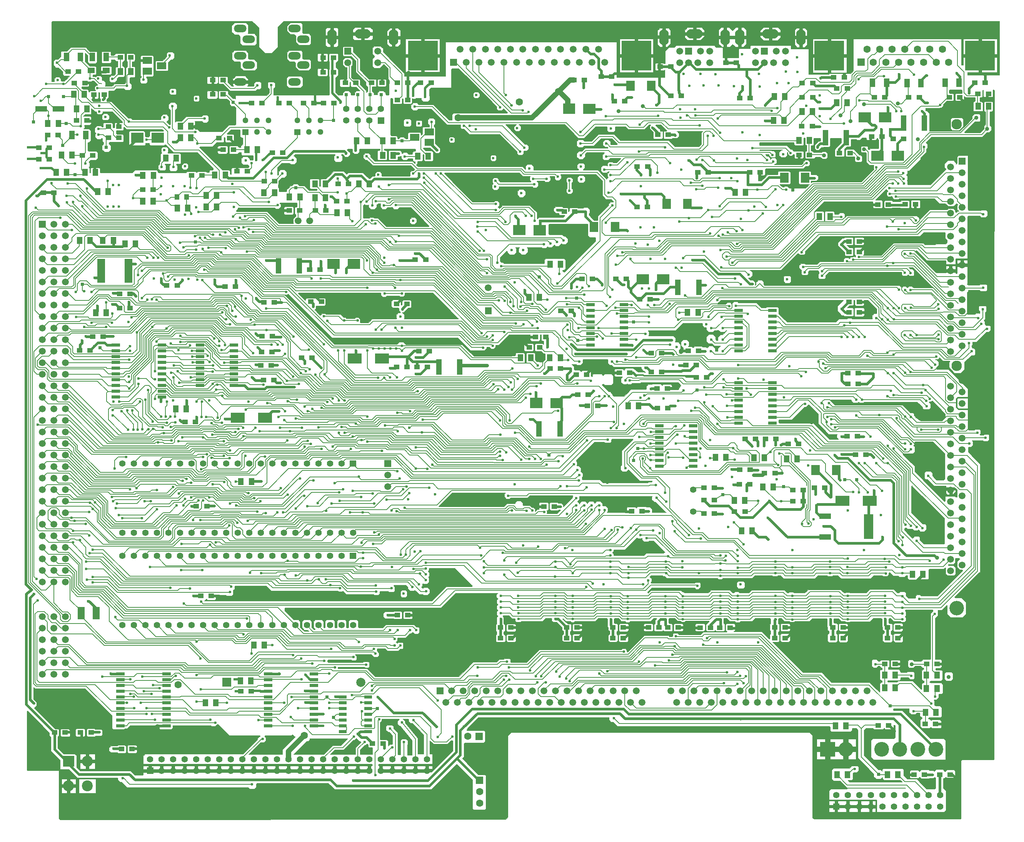
<source format=gbr>
%FSLAX34Y34*%
%MOMM*%
%LNCOPPER_BOTTOM*%
G71*
G01*
%ADD10C,0.600*%
%ADD11C,1.400*%
%ADD12C,2.000*%
%ADD13C,1.520*%
%ADD14C,3.200*%
%ADD15C,2.300*%
%ADD16C,1.600*%
%ADD17C,1.520*%
%ADD18C,2.100*%
%ADD19C,1.500*%
%ADD20C,1.800*%
%ADD21C,1.400*%
%ADD22C,1.400*%
%ADD23C,1.280*%
%ADD24C,2.400*%
%ADD25C,3.250*%
%ADD26C,0.900*%
%ADD27C,1.600*%
%ADD28R,1.300X1.900*%
%ADD29R,1.300X1.600*%
%ADD30R,1.300X1.000*%
%ADD31R,2.700X2.300*%
%ADD32R,3.100X2.300*%
%ADD33R,1.300X3.500*%
%ADD34R,1.900X2.200*%
%ADD35R,1.800X5.300*%
%ADD36R,1.500X2.800*%
%ADD37R,2.600X1.300*%
%ADD38R,2.000X1.500*%
%ADD39R,1.900X0.700*%
%ADD40R,2.600X1.200*%
%ADD41R,2.000X5.400*%
%ADD42C,0.150*%
%ADD43R,1.500X1.200*%
%ADD44R,1.000X1.200*%
%ADD45R,0.800X0.800*%
%ADD46C,0.500*%
%ADD47C,0.600*%
%ADD48R,1.800X0.700*%
%ADD49C,1.200*%
%ADD50C,0.800*%
%ADD51C,0.100*%
%ADD52C,0.300*%
%ADD53C,0.700*%
%ADD54C,0.400*%
%LPD*%
X173831Y794544D02*
G54D10*
D03*
X321469Y-547687D02*
G54D10*
D03*
G36*
X818212Y-47878D02*
X804212Y-47878D01*
X804212Y-33878D01*
X818212Y-33878D01*
X818212Y-47878D01*
G37*
X785812Y-40878D02*
G54D11*
D03*
X760412Y-40878D02*
G54D11*
D03*
X735012Y-40878D02*
G54D11*
D03*
X709612Y-40878D02*
G54D11*
D03*
X684212Y-40878D02*
G54D11*
D03*
X658812Y-40878D02*
G54D11*
D03*
X633412Y-40878D02*
G54D11*
D03*
X608012Y-40878D02*
G54D11*
D03*
X582612Y-40878D02*
G54D11*
D03*
X557212Y-40878D02*
G54D11*
D03*
X531813Y-40878D02*
G54D11*
D03*
X506412Y-40878D02*
G54D11*
D03*
X481012Y-40878D02*
G54D11*
D03*
X455612Y-40878D02*
G54D11*
D03*
X430212Y-40878D02*
G54D11*
D03*
X404812Y-40878D02*
G54D11*
D03*
X379412Y-40878D02*
G54D11*
D03*
X354012Y-40878D02*
G54D11*
D03*
X328612Y-40878D02*
G54D11*
D03*
X328612Y-193278D02*
G54D11*
D03*
X354012Y-193278D02*
G54D11*
D03*
X379412Y-193278D02*
G54D11*
D03*
X404812Y-193278D02*
G54D11*
D03*
X430212Y-193278D02*
G54D11*
D03*
X455612Y-193278D02*
G54D11*
D03*
X481012Y-193278D02*
G54D11*
D03*
X506412Y-193278D02*
G54D11*
D03*
X531813Y-193278D02*
G54D11*
D03*
X557212Y-193278D02*
G54D11*
D03*
X582612Y-193278D02*
G54D11*
D03*
X608012Y-193278D02*
G54D11*
D03*
X633412Y-193278D02*
G54D11*
D03*
X658812Y-193278D02*
G54D11*
D03*
X684212Y-193278D02*
G54D11*
D03*
X709612Y-193278D02*
G54D11*
D03*
X735012Y-193278D02*
G54D11*
D03*
X760412Y-193278D02*
G54D11*
D03*
X785812Y-193278D02*
G54D11*
D03*
X811212Y-193278D02*
G54D11*
D03*
X303212Y-40878D02*
G54D11*
D03*
X303213Y-193278D02*
G54D11*
D03*
G36*
X818212Y-251078D02*
X804212Y-251078D01*
X804212Y-237078D01*
X818212Y-237078D01*
X818212Y-251078D01*
G37*
X785812Y-244078D02*
G54D11*
D03*
X760412Y-244078D02*
G54D11*
D03*
X735012Y-244078D02*
G54D11*
D03*
X709612Y-244078D02*
G54D11*
D03*
X684212Y-244078D02*
G54D11*
D03*
X658812Y-244078D02*
G54D11*
D03*
X633412Y-244078D02*
G54D11*
D03*
X608012Y-244078D02*
G54D11*
D03*
X582612Y-244078D02*
G54D11*
D03*
X557212Y-244078D02*
G54D11*
D03*
X531813Y-244078D02*
G54D11*
D03*
X506412Y-244078D02*
G54D11*
D03*
X481012Y-244078D02*
G54D11*
D03*
X455612Y-244078D02*
G54D11*
D03*
X430212Y-244078D02*
G54D11*
D03*
X404812Y-244078D02*
G54D11*
D03*
X379412Y-244078D02*
G54D11*
D03*
X354012Y-244078D02*
G54D11*
D03*
X328612Y-244078D02*
G54D11*
D03*
X328612Y-396478D02*
G54D11*
D03*
X354012Y-396478D02*
G54D11*
D03*
X379412Y-396478D02*
G54D11*
D03*
X404812Y-396478D02*
G54D11*
D03*
X430212Y-396478D02*
G54D11*
D03*
X455612Y-396478D02*
G54D11*
D03*
X481012Y-396478D02*
G54D11*
D03*
X506412Y-396478D02*
G54D11*
D03*
X531813Y-396478D02*
G54D11*
D03*
X557212Y-396478D02*
G54D11*
D03*
X582612Y-396478D02*
G54D11*
D03*
X608012Y-396478D02*
G54D11*
D03*
X633412Y-396478D02*
G54D11*
D03*
X658812Y-396478D02*
G54D11*
D03*
X684212Y-396478D02*
G54D11*
D03*
X709612Y-396478D02*
G54D11*
D03*
X735012Y-396478D02*
G54D11*
D03*
X760412Y-396478D02*
G54D11*
D03*
X785812Y-396478D02*
G54D11*
D03*
X811212Y-396478D02*
G54D11*
D03*
X303212Y-244078D02*
G54D11*
D03*
X303213Y-396478D02*
G54D11*
D03*
X828675Y-522288D02*
G54D12*
D03*
G36*
X523400Y-512288D02*
X543400Y-512288D01*
X543400Y-532288D01*
X523400Y-532288D01*
X523400Y-512288D01*
G37*
X2151772Y446787D02*
G54D13*
D03*
X2151772Y421387D02*
G54D13*
D03*
X2151772Y395987D02*
G54D13*
D03*
X2151772Y370587D02*
G54D13*
D03*
X2151772Y345187D02*
G54D13*
D03*
X2151772Y319787D02*
G54D13*
D03*
X2151772Y294387D02*
G54D13*
D03*
X2151772Y268987D02*
G54D13*
D03*
X2151772Y243587D02*
G54D13*
D03*
X2151772Y218187D02*
G54D13*
D03*
X2151772Y141987D02*
G54D13*
D03*
X2151772Y116587D02*
G54D13*
D03*
X2151772Y91187D02*
G54D13*
D03*
X2151772Y65787D02*
G54D13*
D03*
X2151772Y40387D02*
G54D13*
D03*
X2151772Y14988D02*
G54D13*
D03*
X2151772Y-10412D02*
G54D13*
D03*
X2151772Y-35813D02*
G54D13*
D03*
X2151772Y-61213D02*
G54D13*
D03*
X2151772Y-86613D02*
G54D13*
D03*
X2151772Y-112013D02*
G54D13*
D03*
X2151772Y-137413D02*
G54D13*
D03*
X2151772Y-162813D02*
G54D13*
D03*
X2151772Y-188213D02*
G54D13*
D03*
X2151772Y-213613D02*
G54D13*
D03*
X2151772Y-239013D02*
G54D13*
D03*
X2151772Y-264413D02*
G54D13*
D03*
X2126372Y434087D02*
G54D13*
D03*
X2126372Y408687D02*
G54D13*
D03*
X2126372Y383287D02*
G54D13*
D03*
X2126372Y357887D02*
G54D13*
D03*
X2126372Y332487D02*
G54D13*
D03*
X2126372Y307087D02*
G54D13*
D03*
X2126372Y281687D02*
G54D13*
D03*
X2126372Y256287D02*
G54D13*
D03*
X2126372Y230887D02*
G54D13*
D03*
X2126372Y205487D02*
G54D13*
D03*
X2126372Y129287D02*
G54D13*
D03*
X2126372Y103887D02*
G54D13*
D03*
X2126372Y78487D02*
G54D13*
D03*
X2126372Y53087D02*
G54D13*
D03*
X2126372Y27688D02*
G54D13*
D03*
X2126372Y2288D02*
G54D13*
D03*
X2126372Y-23113D02*
G54D13*
D03*
X2126372Y-48513D02*
G54D13*
D03*
X2126372Y-73913D02*
G54D13*
D03*
X2126372Y-99313D02*
G54D13*
D03*
X2126372Y-124713D02*
G54D13*
D03*
X2126372Y-150113D02*
G54D13*
D03*
X2126372Y-175513D02*
G54D13*
D03*
X2126372Y-200913D02*
G54D13*
D03*
X2126372Y-226313D02*
G54D13*
D03*
X2126372Y-251713D02*
G54D13*
D03*
X2126372Y-277113D02*
G54D13*
D03*
G36*
X2159372Y632187D02*
X2159372Y616987D01*
X2144172Y616987D01*
X2144172Y632187D01*
X2159372Y632187D01*
G37*
X2151772Y599187D02*
G54D13*
D03*
X2151772Y573787D02*
G54D13*
D03*
X2151772Y548387D02*
G54D13*
D03*
X2151772Y522987D02*
G54D13*
D03*
X2151772Y497587D02*
G54D13*
D03*
X2151772Y472187D02*
G54D13*
D03*
X2126372Y611887D02*
G54D13*
D03*
X2126372Y586487D02*
G54D13*
D03*
X2126372Y561087D02*
G54D13*
D03*
X2126372Y535687D02*
G54D13*
D03*
X2126372Y510287D02*
G54D13*
D03*
X2126372Y484887D02*
G54D13*
D03*
X2126372Y459487D02*
G54D13*
D03*
X2140140Y-359203D02*
G54D14*
D03*
X2140140Y174197D02*
G54D15*
D03*
X2140140Y706009D02*
G54D15*
D03*
G36*
X1937508Y834430D02*
X1921508Y834430D01*
X1921508Y850430D01*
X1937508Y850430D01*
X1937508Y834430D01*
G37*
X1956208Y842430D02*
G54D16*
D03*
X1983908Y842430D02*
G54D16*
D03*
X2011608Y842430D02*
G54D16*
D03*
X2039208Y842430D02*
G54D16*
D03*
X2066908Y842430D02*
G54D16*
D03*
X2094608Y842430D02*
G54D16*
D03*
X2122308Y842430D02*
G54D16*
D03*
X1942508Y870830D02*
G54D16*
D03*
X1970208Y870830D02*
G54D16*
D03*
X1997808Y870830D02*
G54D16*
D03*
X2025508Y870830D02*
G54D16*
D03*
X2053208Y870830D02*
G54D16*
D03*
X2080908Y870830D02*
G54D16*
D03*
X2108608Y870830D02*
G54D16*
D03*
G36*
X2158816Y889369D02*
X2223816Y889369D01*
X2223816Y824369D01*
X2158816Y824369D01*
X2158816Y889369D01*
G37*
G36*
X1827028Y889369D02*
X1892028Y889369D01*
X1892028Y824369D01*
X1827028Y824369D01*
X1827028Y889369D01*
G37*
G36*
X1402372Y889369D02*
X1467372Y889369D01*
X1467372Y824369D01*
X1402372Y824369D01*
X1402372Y889369D01*
G37*
G36*
X932472Y889369D02*
X997472Y889369D01*
X997472Y824369D01*
X932472Y824369D01*
X932472Y889369D01*
G37*
G36*
X1040389Y834830D02*
X1025189Y834830D01*
X1025189Y850030D01*
X1040389Y850030D01*
X1040389Y834830D01*
G37*
X1060489Y842430D02*
G54D17*
D03*
X1088089Y842430D02*
G54D17*
D03*
X1115789Y842430D02*
G54D17*
D03*
X1143489Y842430D02*
G54D17*
D03*
X1171189Y842430D02*
G54D17*
D03*
X1198889Y842430D02*
G54D17*
D03*
X1226589Y842430D02*
G54D17*
D03*
X1254289Y842430D02*
G54D17*
D03*
X1281889Y842430D02*
G54D17*
D03*
X1309589Y842430D02*
G54D17*
D03*
X1337289Y842430D02*
G54D17*
D03*
X1364989Y842430D02*
G54D17*
D03*
X1046689Y870830D02*
G54D17*
D03*
X1074389Y870830D02*
G54D17*
D03*
X1103089Y870830D02*
G54D17*
D03*
X1129789Y870830D02*
G54D17*
D03*
X1157489Y870830D02*
G54D17*
D03*
X1185189Y870830D02*
G54D17*
D03*
X1212889Y870830D02*
G54D17*
D03*
X1240489Y870830D02*
G54D17*
D03*
X1268189Y870830D02*
G54D17*
D03*
X1295889Y870830D02*
G54D17*
D03*
X1323589Y870830D02*
G54D17*
D03*
X1351289Y870830D02*
G54D17*
D03*
X1797202Y904004D02*
G54D18*
D03*
X1797202Y903004D02*
G54D18*
D03*
X1797202Y902004D02*
G54D18*
D03*
X1797202Y901004D02*
G54D18*
D03*
X1797202Y900004D02*
G54D18*
D03*
X1797202Y899004D02*
G54D18*
D03*
X1797202Y898004D02*
G54D18*
D03*
X1797202Y897004D02*
G54D18*
D03*
X1797202Y896004D02*
G54D18*
D03*
X1797202Y895004D02*
G54D18*
D03*
X1797202Y894004D02*
G54D18*
D03*
X1797202Y893004D02*
G54D18*
D03*
X1797202Y892004D02*
G54D18*
D03*
X1797202Y891004D02*
G54D18*
D03*
X1797202Y890004D02*
G54D18*
D03*
X1662265Y904004D02*
G54D18*
D03*
X1662265Y903004D02*
G54D18*
D03*
X1662265Y902004D02*
G54D18*
D03*
X1662265Y901004D02*
G54D18*
D03*
X1662265Y900004D02*
G54D18*
D03*
X1662265Y899004D02*
G54D18*
D03*
X1662265Y898004D02*
G54D18*
D03*
X1662265Y897004D02*
G54D18*
D03*
X1662265Y896004D02*
G54D18*
D03*
X1662265Y895004D02*
G54D18*
D03*
X1662265Y894004D02*
G54D18*
D03*
X1662265Y893004D02*
G54D18*
D03*
X1662265Y892004D02*
G54D18*
D03*
X1662265Y891004D02*
G54D18*
D03*
X1662265Y890004D02*
G54D18*
D03*
X1736733Y904941D02*
G54D18*
D03*
X1735734Y904941D02*
G54D18*
D03*
X1734734Y904941D02*
G54D18*
D03*
X1733734Y904941D02*
G54D18*
D03*
X1732734Y904941D02*
G54D18*
D03*
X1731734Y904941D02*
G54D18*
D03*
X1730733Y904941D02*
G54D18*
D03*
X1729733Y904941D02*
G54D18*
D03*
X1728734Y904941D02*
G54D18*
D03*
X1727734Y904941D02*
G54D18*
D03*
X1726734Y904941D02*
G54D18*
D03*
X1725734Y904941D02*
G54D18*
D03*
X1724734Y904941D02*
G54D18*
D03*
X1723733Y904941D02*
G54D18*
D03*
X1722733Y904941D02*
G54D18*
D03*
X1696808Y841647D02*
G54D19*
D03*
X1716808Y841647D02*
G54D19*
D03*
X1736808Y841647D02*
G54D19*
D03*
X1696808Y866647D02*
G54D19*
D03*
G36*
X1709308Y874147D02*
X1724308Y874147D01*
X1724308Y859147D01*
X1709308Y859147D01*
X1709308Y874147D01*
G37*
X1742808Y866647D02*
G54D19*
D03*
X1762808Y866647D02*
G54D19*
D03*
X1762808Y841647D02*
G54D19*
D03*
X1630396Y904004D02*
G54D18*
D03*
X1630396Y903004D02*
G54D18*
D03*
X1630396Y902004D02*
G54D18*
D03*
X1630396Y901004D02*
G54D18*
D03*
X1630396Y900004D02*
G54D18*
D03*
X1630396Y899004D02*
G54D18*
D03*
X1630396Y898004D02*
G54D18*
D03*
X1630396Y897004D02*
G54D18*
D03*
X1630396Y896004D02*
G54D18*
D03*
X1630396Y895004D02*
G54D18*
D03*
X1630396Y894004D02*
G54D18*
D03*
X1630396Y893004D02*
G54D18*
D03*
X1630396Y892004D02*
G54D18*
D03*
X1630396Y891004D02*
G54D18*
D03*
X1630396Y890004D02*
G54D18*
D03*
X1495459Y904004D02*
G54D18*
D03*
X1495459Y903004D02*
G54D18*
D03*
X1495459Y902004D02*
G54D18*
D03*
X1495459Y901004D02*
G54D18*
D03*
X1495459Y900004D02*
G54D18*
D03*
X1495459Y899004D02*
G54D18*
D03*
X1495459Y898004D02*
G54D18*
D03*
X1495459Y897004D02*
G54D18*
D03*
X1495459Y896004D02*
G54D18*
D03*
X1495459Y895004D02*
G54D18*
D03*
X1495459Y894004D02*
G54D18*
D03*
X1495459Y893004D02*
G54D18*
D03*
X1495459Y892004D02*
G54D18*
D03*
X1495459Y891004D02*
G54D18*
D03*
X1495459Y890004D02*
G54D18*
D03*
X1569927Y904941D02*
G54D18*
D03*
X1568928Y904941D02*
G54D18*
D03*
X1567928Y904941D02*
G54D18*
D03*
X1566928Y904941D02*
G54D18*
D03*
X1565928Y904941D02*
G54D18*
D03*
X1564928Y904941D02*
G54D18*
D03*
X1563927Y904941D02*
G54D18*
D03*
X1562927Y904941D02*
G54D18*
D03*
X1561928Y904941D02*
G54D18*
D03*
X1560928Y904941D02*
G54D18*
D03*
X1559928Y904941D02*
G54D18*
D03*
X1558928Y904941D02*
G54D18*
D03*
X1557928Y904941D02*
G54D18*
D03*
X1556927Y904941D02*
G54D18*
D03*
X1555927Y904941D02*
G54D18*
D03*
X1530002Y841647D02*
G54D19*
D03*
X1550002Y841647D02*
G54D19*
D03*
X1570002Y841647D02*
G54D19*
D03*
X1530002Y866647D02*
G54D19*
D03*
G36*
X1542502Y874147D02*
X1557502Y874147D01*
X1557502Y859147D01*
X1542502Y859147D01*
X1542502Y874147D01*
G37*
X1576002Y866647D02*
G54D19*
D03*
X1596002Y866647D02*
G54D19*
D03*
X1596002Y841647D02*
G54D19*
D03*
X900027Y904004D02*
G54D18*
D03*
X900027Y903004D02*
G54D18*
D03*
X900027Y902004D02*
G54D18*
D03*
X900027Y901004D02*
G54D18*
D03*
X900027Y900004D02*
G54D18*
D03*
X900027Y899004D02*
G54D18*
D03*
X900027Y898004D02*
G54D18*
D03*
X900027Y897004D02*
G54D18*
D03*
X900027Y896004D02*
G54D18*
D03*
X900027Y895004D02*
G54D18*
D03*
X900027Y894004D02*
G54D18*
D03*
X900027Y893004D02*
G54D18*
D03*
X900027Y892004D02*
G54D18*
D03*
X900027Y891004D02*
G54D18*
D03*
X900027Y890004D02*
G54D18*
D03*
X765089Y904004D02*
G54D18*
D03*
X765089Y903004D02*
G54D18*
D03*
X765089Y902004D02*
G54D18*
D03*
X765089Y901004D02*
G54D18*
D03*
X765089Y900004D02*
G54D18*
D03*
X765089Y899004D02*
G54D18*
D03*
X765089Y898004D02*
G54D18*
D03*
X765089Y897004D02*
G54D18*
D03*
X765089Y896004D02*
G54D18*
D03*
X765089Y895004D02*
G54D18*
D03*
X765089Y894004D02*
G54D18*
D03*
X765089Y893004D02*
G54D18*
D03*
X765089Y892004D02*
G54D18*
D03*
X765089Y891004D02*
G54D18*
D03*
X765089Y890004D02*
G54D18*
D03*
X839558Y904942D02*
G54D18*
D03*
X838558Y904942D02*
G54D18*
D03*
X837558Y904942D02*
G54D18*
D03*
X836558Y904942D02*
G54D18*
D03*
X835558Y904942D02*
G54D18*
D03*
X834558Y904942D02*
G54D18*
D03*
X833558Y904942D02*
G54D18*
D03*
X832558Y904942D02*
G54D18*
D03*
X831558Y904942D02*
G54D18*
D03*
X830558Y904942D02*
G54D18*
D03*
X829558Y904942D02*
G54D18*
D03*
X828558Y904942D02*
G54D18*
D03*
X827558Y904942D02*
G54D18*
D03*
X826558Y904942D02*
G54D18*
D03*
X825558Y904942D02*
G54D18*
D03*
X799633Y841647D02*
G54D19*
D03*
G36*
X792133Y874147D02*
X807133Y874147D01*
X807133Y859147D01*
X792133Y859147D01*
X792133Y874147D01*
G37*
X865633Y866647D02*
G54D19*
D03*
X865633Y841647D02*
G54D19*
D03*
X678095Y799156D02*
G54D20*
D03*
X679095Y799156D02*
G54D20*
D03*
X680095Y799156D02*
G54D20*
D03*
X681095Y799156D02*
G54D20*
D03*
X682095Y799156D02*
G54D20*
D03*
X683095Y799156D02*
G54D20*
D03*
X684095Y799156D02*
G54D20*
D03*
X685095Y799156D02*
G54D20*
D03*
X686095Y799156D02*
G54D20*
D03*
X687095Y799156D02*
G54D20*
D03*
X697145Y836462D02*
G54D20*
D03*
X698145Y836462D02*
G54D20*
D03*
X699145Y836462D02*
G54D20*
D03*
X700145Y836462D02*
G54D20*
D03*
X701145Y836462D02*
G54D20*
D03*
X702145Y836462D02*
G54D20*
D03*
X703145Y836462D02*
G54D20*
D03*
X704145Y836462D02*
G54D20*
D03*
X705145Y836462D02*
G54D20*
D03*
X706145Y836462D02*
G54D20*
D03*
X678095Y856306D02*
G54D20*
D03*
X679095Y856306D02*
G54D20*
D03*
X680095Y856306D02*
G54D20*
D03*
X681095Y856306D02*
G54D20*
D03*
X682095Y856306D02*
G54D20*
D03*
X683095Y856306D02*
G54D20*
D03*
X684095Y856306D02*
G54D20*
D03*
X685095Y856306D02*
G54D20*
D03*
X686095Y856306D02*
G54D20*
D03*
X687095Y856306D02*
G54D20*
D03*
X697145Y892818D02*
G54D20*
D03*
X698145Y892818D02*
G54D20*
D03*
X699145Y892818D02*
G54D20*
D03*
X700145Y892818D02*
G54D20*
D03*
X701145Y892818D02*
G54D20*
D03*
X702145Y892818D02*
G54D20*
D03*
X703145Y892818D02*
G54D20*
D03*
X704145Y892818D02*
G54D20*
D03*
X705145Y892818D02*
G54D20*
D03*
X706145Y892818D02*
G54D20*
D03*
X678095Y916630D02*
G54D20*
D03*
X679095Y916630D02*
G54D20*
D03*
X680095Y916630D02*
G54D20*
D03*
X681095Y916630D02*
G54D20*
D03*
X682095Y916630D02*
G54D20*
D03*
X683095Y916630D02*
G54D20*
D03*
X684095Y916630D02*
G54D20*
D03*
X685095Y916630D02*
G54D20*
D03*
X686095Y916630D02*
G54D20*
D03*
X687095Y916630D02*
G54D20*
D03*
X558238Y799156D02*
G54D20*
D03*
X559238Y799156D02*
G54D20*
D03*
X560238Y799156D02*
G54D20*
D03*
X561238Y799156D02*
G54D20*
D03*
X562238Y799156D02*
G54D20*
D03*
X563238Y799156D02*
G54D20*
D03*
X564238Y799156D02*
G54D20*
D03*
X565238Y799156D02*
G54D20*
D03*
X566238Y799156D02*
G54D20*
D03*
X567238Y799156D02*
G54D20*
D03*
X577288Y836462D02*
G54D20*
D03*
X578288Y836462D02*
G54D20*
D03*
X579288Y836462D02*
G54D20*
D03*
X580288Y836462D02*
G54D20*
D03*
X581288Y836462D02*
G54D20*
D03*
X582288Y836462D02*
G54D20*
D03*
X583288Y836462D02*
G54D20*
D03*
X584288Y836462D02*
G54D20*
D03*
X585288Y836462D02*
G54D20*
D03*
X586288Y836462D02*
G54D20*
D03*
X558238Y856306D02*
G54D20*
D03*
X559238Y856306D02*
G54D20*
D03*
X560238Y856306D02*
G54D20*
D03*
X561238Y856306D02*
G54D20*
D03*
X562238Y856306D02*
G54D20*
D03*
X563238Y856306D02*
G54D20*
D03*
X564238Y856306D02*
G54D20*
D03*
X565238Y856306D02*
G54D20*
D03*
X566238Y856306D02*
G54D20*
D03*
X567238Y856306D02*
G54D20*
D03*
X577288Y892818D02*
G54D20*
D03*
X578288Y892818D02*
G54D20*
D03*
X579288Y892818D02*
G54D20*
D03*
X580288Y892818D02*
G54D20*
D03*
X581288Y892818D02*
G54D20*
D03*
X582288Y892818D02*
G54D20*
D03*
X583288Y892818D02*
G54D20*
D03*
X584288Y892818D02*
G54D20*
D03*
X585288Y892818D02*
G54D20*
D03*
X586288Y892818D02*
G54D20*
D03*
X558238Y916630D02*
G54D20*
D03*
X559238Y916630D02*
G54D20*
D03*
X560238Y916630D02*
G54D20*
D03*
X561238Y916630D02*
G54D20*
D03*
X562238Y916630D02*
G54D20*
D03*
X563238Y916630D02*
G54D20*
D03*
X564238Y916630D02*
G54D20*
D03*
X565238Y916630D02*
G54D20*
D03*
X566238Y916630D02*
G54D20*
D03*
X567239Y916630D02*
G54D20*
D03*
X690734Y493694D02*
G54D19*
D03*
X716134Y493694D02*
G54D19*
D03*
X1559719Y-98425D02*
G54D21*
D03*
X1559719Y-146844D02*
G54D21*
D03*
G36*
X879728Y706979D02*
X865728Y706979D01*
X865728Y720979D01*
X879728Y720979D01*
X879728Y706979D01*
G37*
X872728Y739379D02*
G54D22*
D03*
X847328Y713979D02*
G54D22*
D03*
X847328Y739379D02*
G54D22*
D03*
X821928Y713979D02*
G54D22*
D03*
X821928Y739379D02*
G54D22*
D03*
X796528Y713979D02*
G54D22*
D03*
X796528Y739379D02*
G54D22*
D03*
G36*
X682286Y695068D02*
X695086Y695068D01*
X695086Y682268D01*
X682286Y682268D01*
X682286Y695068D01*
G37*
X688686Y714068D02*
G54D23*
D03*
X714086Y688668D02*
G54D23*
D03*
X714086Y714068D02*
G54D23*
D03*
X739486Y688668D02*
G54D23*
D03*
X739486Y714068D02*
G54D23*
D03*
G36*
X567986Y695068D02*
X580786Y695068D01*
X580786Y682268D01*
X567986Y682268D01*
X567986Y695068D01*
G37*
X574386Y714068D02*
G54D23*
D03*
X599786Y688668D02*
G54D23*
D03*
X599786Y714068D02*
G54D23*
D03*
X625186Y688668D02*
G54D23*
D03*
X625186Y714068D02*
G54D23*
D03*
G36*
X173340Y-684516D02*
X197340Y-684516D01*
X197340Y-708516D01*
X173340Y-708516D01*
X173340Y-684516D01*
G37*
X226616Y-696516D02*
G54D24*
D03*
X185340Y-750490D02*
G54D24*
D03*
X226616Y-750490D02*
G54D24*
D03*
G36*
X357728Y-710153D02*
X371728Y-710153D01*
X371728Y-724153D01*
X357728Y-724153D01*
X357728Y-710153D01*
G37*
X364728Y-691753D02*
G54D21*
D03*
X390128Y-717153D02*
G54D21*
D03*
X390128Y-691753D02*
G54D21*
D03*
X415528Y-717153D02*
G54D21*
D03*
X415528Y-691753D02*
G54D21*
D03*
X440928Y-717153D02*
G54D21*
D03*
X440928Y-691753D02*
G54D21*
D03*
X466328Y-717153D02*
G54D21*
D03*
X466328Y-691753D02*
G54D21*
D03*
X491728Y-717153D02*
G54D21*
D03*
X491728Y-691753D02*
G54D21*
D03*
X517128Y-717153D02*
G54D21*
D03*
X517128Y-691753D02*
G54D21*
D03*
X542528Y-717153D02*
G54D21*
D03*
X542528Y-691753D02*
G54D21*
D03*
X567928Y-717153D02*
G54D21*
D03*
X567928Y-691753D02*
G54D21*
D03*
X593328Y-717153D02*
G54D21*
D03*
X593328Y-691753D02*
G54D21*
D03*
X618728Y-717153D02*
G54D21*
D03*
X618728Y-691753D02*
G54D21*
D03*
X644128Y-717153D02*
G54D21*
D03*
X644128Y-691753D02*
G54D21*
D03*
X669528Y-717153D02*
G54D21*
D03*
X669528Y-691753D02*
G54D21*
D03*
X694928Y-717153D02*
G54D21*
D03*
X694928Y-691753D02*
G54D21*
D03*
X720328Y-717153D02*
G54D21*
D03*
X720328Y-691753D02*
G54D21*
D03*
X745728Y-717153D02*
G54D21*
D03*
X745728Y-691753D02*
G54D21*
D03*
X771128Y-717153D02*
G54D21*
D03*
X771128Y-691753D02*
G54D21*
D03*
X796528Y-717153D02*
G54D21*
D03*
X796528Y-691753D02*
G54D21*
D03*
X821928Y-717153D02*
G54D21*
D03*
X821928Y-691753D02*
G54D21*
D03*
X847328Y-717153D02*
G54D21*
D03*
X847328Y-691753D02*
G54D21*
D03*
X872728Y-717153D02*
G54D21*
D03*
X872728Y-691753D02*
G54D21*
D03*
X898128Y-717153D02*
G54D21*
D03*
X898128Y-691753D02*
G54D21*
D03*
X923528Y-717153D02*
G54D21*
D03*
X923528Y-691753D02*
G54D21*
D03*
X948928Y-717153D02*
G54D21*
D03*
X948928Y-691753D02*
G54D21*
D03*
X974328Y-717153D02*
G54D21*
D03*
X974328Y-691753D02*
G54D21*
D03*
G36*
X1867838Y-789131D02*
X1881838Y-789131D01*
X1881838Y-803131D01*
X1867838Y-803131D01*
X1867838Y-789131D01*
G37*
X1874838Y-770731D02*
G54D21*
D03*
X1900238Y-796131D02*
G54D21*
D03*
X1900238Y-770731D02*
G54D21*
D03*
X1925638Y-796131D02*
G54D21*
D03*
X1925638Y-770731D02*
G54D21*
D03*
X1951038Y-796131D02*
G54D21*
D03*
X1951038Y-770731D02*
G54D21*
D03*
X1976438Y-796131D02*
G54D21*
D03*
X1976438Y-770731D02*
G54D21*
D03*
X2001837Y-796131D02*
G54D21*
D03*
X2001838Y-770731D02*
G54D21*
D03*
X2027238Y-796131D02*
G54D21*
D03*
X2027238Y-770731D02*
G54D21*
D03*
X2052638Y-796131D02*
G54D21*
D03*
X2052638Y-770731D02*
G54D21*
D03*
X2078038Y-796131D02*
G54D21*
D03*
X2078038Y-770731D02*
G54D21*
D03*
X2103438Y-796131D02*
G54D21*
D03*
X2103438Y-770731D02*
G54D21*
D03*
X2094048Y-669758D02*
G54D25*
D03*
X2054361Y-669758D02*
G54D25*
D03*
X2014673Y-669758D02*
G54D25*
D03*
X1974986Y-669758D02*
G54D25*
D03*
X1895611Y-669758D02*
G54D25*
D03*
G36*
X1839673Y-686008D02*
X1839673Y-653508D01*
X1872173Y-653508D01*
X1872173Y-686008D01*
X1839673Y-686008D01*
G37*
X1180652Y-541716D02*
G54D13*
D03*
X1206052Y-541716D02*
G54D13*
D03*
X1231452Y-541716D02*
G54D13*
D03*
X1256852Y-541716D02*
G54D13*
D03*
X1282252Y-541716D02*
G54D13*
D03*
X1307652Y-541716D02*
G54D13*
D03*
X1333052Y-541716D02*
G54D13*
D03*
X1358452Y-541716D02*
G54D13*
D03*
X1383852Y-541716D02*
G54D13*
D03*
X1409252Y-541716D02*
G54D13*
D03*
X1536252Y-541716D02*
G54D13*
D03*
X1561652Y-541716D02*
G54D13*
D03*
X1587052Y-541716D02*
G54D13*
D03*
X1612452Y-541716D02*
G54D13*
D03*
X1637852Y-541716D02*
G54D13*
D03*
X1663252Y-541716D02*
G54D13*
D03*
X1688652Y-541716D02*
G54D13*
D03*
X1714052Y-541716D02*
G54D13*
D03*
X1739452Y-541716D02*
G54D13*
D03*
X1764852Y-541716D02*
G54D13*
D03*
X1790252Y-541716D02*
G54D13*
D03*
X1815652Y-541716D02*
G54D13*
D03*
X1841052Y-541716D02*
G54D13*
D03*
X1866452Y-541716D02*
G54D13*
D03*
X1891852Y-541716D02*
G54D13*
D03*
X1917252Y-541716D02*
G54D13*
D03*
X1942652Y-541716D02*
G54D13*
D03*
X1193352Y-567116D02*
G54D13*
D03*
X1218752Y-567116D02*
G54D13*
D03*
X1244152Y-567116D02*
G54D13*
D03*
X1269552Y-567116D02*
G54D13*
D03*
X1294952Y-567116D02*
G54D13*
D03*
X1320352Y-567116D02*
G54D13*
D03*
X1345752Y-567116D02*
G54D13*
D03*
X1371152Y-567116D02*
G54D13*
D03*
X1396552Y-567116D02*
G54D13*
D03*
X1421952Y-567116D02*
G54D13*
D03*
X1548952Y-567116D02*
G54D13*
D03*
X1574352Y-567116D02*
G54D13*
D03*
X1599752Y-567116D02*
G54D13*
D03*
X1625152Y-567116D02*
G54D13*
D03*
X1650551Y-567116D02*
G54D13*
D03*
X1675952Y-567116D02*
G54D13*
D03*
X1701352Y-567116D02*
G54D13*
D03*
X1726752Y-567116D02*
G54D13*
D03*
X1752152Y-567116D02*
G54D13*
D03*
X1777552Y-567116D02*
G54D13*
D03*
X1802952Y-567116D02*
G54D13*
D03*
X1828352Y-567116D02*
G54D13*
D03*
X1853752Y-567116D02*
G54D13*
D03*
X1879152Y-567116D02*
G54D13*
D03*
X1904552Y-567116D02*
G54D13*
D03*
X1929952Y-567116D02*
G54D13*
D03*
X1955352Y-567116D02*
G54D13*
D03*
G36*
X995251Y-534116D02*
X1010451Y-534116D01*
X1010451Y-549316D01*
X995251Y-549316D01*
X995251Y-534116D01*
G37*
X1028252Y-541716D02*
G54D13*
D03*
X1053652Y-541716D02*
G54D13*
D03*
X1079052Y-541716D02*
G54D13*
D03*
X1104452Y-541716D02*
G54D13*
D03*
X1129852Y-541716D02*
G54D13*
D03*
X1155252Y-541716D02*
G54D13*
D03*
X1015552Y-567116D02*
G54D13*
D03*
X1040952Y-567116D02*
G54D13*
D03*
X1066352Y-567116D02*
G54D13*
D03*
X1091752Y-567116D02*
G54D13*
D03*
X1117151Y-567116D02*
G54D13*
D03*
X1142552Y-567116D02*
G54D13*
D03*
X1167952Y-567116D02*
G54D13*
D03*
X1434652Y-541716D02*
G54D13*
D03*
X1447352Y-567116D02*
G54D13*
D03*
X1510852Y-541716D02*
G54D13*
D03*
X1523552Y-567116D02*
G54D13*
D03*
G36*
X1097025Y-649350D02*
X1081025Y-649350D01*
X1081025Y-633350D01*
X1097025Y-633350D01*
X1097025Y-649350D01*
G37*
X1063625Y-641350D02*
G54D16*
D03*
G36*
X1097634Y-730020D02*
X1097634Y-746020D01*
X1081634Y-746020D01*
X1081634Y-730020D01*
X1097634Y-730020D01*
G37*
X1089634Y-763420D02*
G54D16*
D03*
X1089634Y-788820D02*
G54D16*
D03*
G36*
X135170Y493298D02*
X135170Y478098D01*
X119970Y478098D01*
X119970Y493298D01*
X135170Y493298D01*
G37*
X127570Y460298D02*
G54D13*
D03*
X127570Y434898D02*
G54D13*
D03*
X127570Y409498D02*
G54D13*
D03*
X127570Y384098D02*
G54D13*
D03*
X127570Y358698D02*
G54D13*
D03*
X127570Y333298D02*
G54D13*
D03*
X127570Y307898D02*
G54D13*
D03*
X127570Y282498D02*
G54D13*
D03*
X127570Y257098D02*
G54D13*
D03*
X127570Y231698D02*
G54D13*
D03*
X127570Y206298D02*
G54D13*
D03*
X127570Y180898D02*
G54D13*
D03*
X127570Y155498D02*
G54D13*
D03*
X127570Y130098D02*
G54D13*
D03*
X127570Y104698D02*
G54D13*
D03*
X127570Y79298D02*
G54D13*
D03*
X127570Y53898D02*
G54D13*
D03*
X127570Y28498D02*
G54D13*
D03*
X127570Y3098D02*
G54D13*
D03*
X127570Y-22302D02*
G54D13*
D03*
X127570Y-47702D02*
G54D13*
D03*
X127570Y-73102D02*
G54D13*
D03*
X127570Y-98502D02*
G54D13*
D03*
X127570Y-123902D02*
G54D13*
D03*
X127570Y-149302D02*
G54D13*
D03*
X127570Y-174702D02*
G54D13*
D03*
X127570Y-200102D02*
G54D13*
D03*
X127570Y-225502D02*
G54D13*
D03*
X127570Y-250902D02*
G54D13*
D03*
X152970Y485698D02*
G54D13*
D03*
X152970Y460298D02*
G54D13*
D03*
X152971Y434898D02*
G54D13*
D03*
X152971Y409498D02*
G54D13*
D03*
X152970Y384098D02*
G54D13*
D03*
X152971Y358698D02*
G54D13*
D03*
X152970Y333298D02*
G54D13*
D03*
X152971Y307898D02*
G54D13*
D03*
X152970Y282498D02*
G54D13*
D03*
X152970Y257098D02*
G54D13*
D03*
X152970Y231698D02*
G54D13*
D03*
X152970Y206298D02*
G54D13*
D03*
X152970Y180898D02*
G54D13*
D03*
X152970Y155498D02*
G54D13*
D03*
X152970Y130098D02*
G54D13*
D03*
X152970Y104698D02*
G54D13*
D03*
X152970Y79298D02*
G54D13*
D03*
X152970Y53898D02*
G54D13*
D03*
X152970Y28498D02*
G54D13*
D03*
X152970Y3098D02*
G54D13*
D03*
X152970Y-22302D02*
G54D13*
D03*
X152970Y-47702D02*
G54D13*
D03*
X152970Y-73102D02*
G54D13*
D03*
X152970Y-98502D02*
G54D13*
D03*
X152970Y-123902D02*
G54D13*
D03*
X152970Y-149302D02*
G54D13*
D03*
X152970Y-174702D02*
G54D13*
D03*
X152970Y-200102D02*
G54D13*
D03*
X152970Y-225502D02*
G54D13*
D03*
X152970Y-250902D02*
G54D13*
D03*
X178370Y485698D02*
G54D13*
D03*
X178370Y460298D02*
G54D13*
D03*
X178370Y434898D02*
G54D13*
D03*
X178370Y409498D02*
G54D13*
D03*
X178370Y384098D02*
G54D13*
D03*
X178370Y358698D02*
G54D13*
D03*
X178370Y333298D02*
G54D13*
D03*
X178370Y307898D02*
G54D13*
D03*
X178370Y282498D02*
G54D13*
D03*
X178370Y257098D02*
G54D13*
D03*
X178370Y231698D02*
G54D13*
D03*
X178370Y206298D02*
G54D13*
D03*
X178370Y180898D02*
G54D13*
D03*
X178370Y155498D02*
G54D13*
D03*
X178370Y130098D02*
G54D13*
D03*
X178370Y104698D02*
G54D13*
D03*
X178370Y79298D02*
G54D13*
D03*
X178370Y53898D02*
G54D13*
D03*
X178370Y28498D02*
G54D13*
D03*
X178370Y3098D02*
G54D13*
D03*
X178370Y-22302D02*
G54D13*
D03*
X178370Y-47702D02*
G54D13*
D03*
X178370Y-73102D02*
G54D13*
D03*
X178370Y-98502D02*
G54D13*
D03*
X178370Y-123902D02*
G54D13*
D03*
X178370Y-149302D02*
G54D13*
D03*
X178370Y-174702D02*
G54D13*
D03*
X178370Y-200102D02*
G54D13*
D03*
X178370Y-225502D02*
G54D13*
D03*
X178370Y-250902D02*
G54D13*
D03*
X127570Y-276302D02*
G54D13*
D03*
X127570Y-301702D02*
G54D13*
D03*
X152970Y-276302D02*
G54D13*
D03*
X152971Y-301702D02*
G54D13*
D03*
X178370Y-276302D02*
G54D13*
D03*
X178370Y-301702D02*
G54D13*
D03*
X127570Y-377902D02*
G54D13*
D03*
X127570Y-403302D02*
G54D13*
D03*
X127570Y-428702D02*
G54D13*
D03*
X127570Y-454102D02*
G54D13*
D03*
X127570Y-479502D02*
G54D13*
D03*
X127570Y-504902D02*
G54D13*
D03*
X152970Y-377902D02*
G54D13*
D03*
X152971Y-403302D02*
G54D13*
D03*
X152970Y-428702D02*
G54D13*
D03*
X152970Y-454102D02*
G54D13*
D03*
X152970Y-479502D02*
G54D13*
D03*
X152971Y-504902D02*
G54D13*
D03*
X178370Y-377902D02*
G54D13*
D03*
X178370Y-403302D02*
G54D13*
D03*
X178370Y-428702D02*
G54D13*
D03*
X178370Y-454102D02*
G54D13*
D03*
X178370Y-479502D02*
G54D13*
D03*
X178370Y-504902D02*
G54D13*
D03*
G36*
X895108Y-33353D02*
X895108Y-48553D01*
X879908Y-48553D01*
X879908Y-33353D01*
X895108Y-33353D01*
G37*
X887508Y-66353D02*
G54D13*
D03*
X887508Y-91754D02*
G54D13*
D03*
X2006600Y735012D02*
G54D10*
D03*
X2017712Y735012D02*
G54D10*
D03*
X1988344Y742950D02*
G54D10*
D03*
X2063750Y735013D02*
G54D10*
D03*
X1962944Y611188D02*
G54D10*
D03*
X2011362Y601464D02*
G54D10*
D03*
X2022475Y598488D02*
G54D10*
D03*
X2023269Y585788D02*
G54D10*
D03*
X1993106Y694531D02*
G54D10*
D03*
X1974056Y694531D02*
G54D10*
D03*
X1961356Y702469D02*
G54D10*
D03*
X1949450Y656431D02*
G54D10*
D03*
X1925638Y758031D02*
G54D10*
D03*
X1979612Y812006D02*
G54D10*
D03*
X2012950Y815975D02*
G54D10*
D03*
X2046288Y814784D02*
G54D10*
D03*
X2073672Y813594D02*
G54D10*
D03*
X2139553Y818753D02*
G54D10*
D03*
X2207022Y759420D02*
G54D10*
D03*
X1891506Y707231D02*
G54D10*
D03*
X1862534Y717550D02*
G54D10*
D03*
X1839913Y807244D02*
G54D10*
D03*
X1838722Y790178D02*
G54D10*
D03*
X1838722Y769541D02*
G54D10*
D03*
X1838722Y754856D02*
G54D10*
D03*
X1838722Y740569D02*
G54D10*
D03*
X1838722Y723503D02*
G54D10*
D03*
X1838722Y700484D02*
G54D10*
D03*
X1999456Y575469D02*
G54D10*
D03*
X2011362Y575469D02*
G54D10*
D03*
X2024062Y575469D02*
G54D10*
D03*
X1991916Y565150D02*
G54D10*
D03*
X2005409Y559197D02*
G54D10*
D03*
X1992312Y552450D02*
G54D10*
D03*
X2006203Y546497D02*
G54D10*
D03*
X2006203Y528241D02*
G54D10*
D03*
X2048272Y511572D02*
G54D10*
D03*
X2050256Y494109D02*
G54D10*
D03*
X2025650Y488156D02*
G54D10*
D03*
X1999456Y491331D02*
G54D10*
D03*
X2012156Y474662D02*
G54D10*
D03*
X1986756Y481012D02*
G54D10*
D03*
X2198290Y508000D02*
G54D10*
D03*
X2099468Y309959D02*
G54D10*
D03*
X2099866Y299641D02*
G54D10*
D03*
X2099866Y242888D02*
G54D10*
D03*
X2099866Y232172D02*
G54D10*
D03*
X2009775Y655241D02*
G54D10*
D03*
X2068314Y656034D02*
G54D10*
D03*
X1826816Y586978D02*
G54D10*
D03*
X1809353Y619919D02*
G54D10*
D03*
X1790700Y620316D02*
G54D10*
D03*
X1833166Y655241D02*
G54D10*
D03*
X1722834Y627062D02*
G54D10*
D03*
X1736328Y623491D02*
G54D10*
D03*
X1733947Y638175D02*
G54D10*
D03*
X2103438Y748506D02*
G54D10*
D03*
X2025650Y420688D02*
G54D10*
D03*
X2038350Y421481D02*
G54D10*
D03*
X2000250Y400447D02*
G54D10*
D03*
X1987550Y394295D02*
G54D10*
D03*
X1942703Y440531D02*
G54D10*
D03*
X1885950Y440928D02*
G54D10*
D03*
X1898650Y404416D02*
G54D10*
D03*
X1911747Y408186D02*
G54D10*
D03*
X1924447Y413544D02*
G54D10*
D03*
X1843484Y382191D02*
G54D10*
D03*
X1843484Y371872D02*
G54D10*
D03*
X1832372Y401637D02*
G54D10*
D03*
X1805781Y379809D02*
G54D10*
D03*
X1802209Y391319D02*
G54D10*
D03*
X1799034Y424259D02*
G54D10*
D03*
X2051447Y377825D02*
G54D10*
D03*
X2038350Y378222D02*
G54D10*
D03*
X2025650Y378619D02*
G54D10*
D03*
X2198688Y345678D02*
G54D10*
D03*
X2197497Y298450D02*
G54D10*
D03*
X2187178Y279400D02*
G54D10*
D03*
X2194322Y266700D02*
G54D10*
D03*
X2206625Y255191D02*
G54D10*
D03*
X2166938Y223838D02*
G54D10*
D03*
X2172494Y205978D02*
G54D10*
D03*
X2095103Y194469D02*
G54D10*
D03*
X2092325Y177006D02*
G54D10*
D03*
X2084784Y170260D02*
G54D10*
D03*
X2066528Y131366D02*
G54D10*
D03*
X2070894Y121047D02*
G54D10*
D03*
X2062559Y114697D02*
G54D10*
D03*
X2080816Y101600D02*
G54D10*
D03*
X2072878Y96838D02*
G54D10*
D03*
X2073672Y85328D02*
G54D10*
D03*
X2099469Y33734D02*
G54D10*
D03*
X2203450Y15478D02*
G54D10*
D03*
X2185194Y26988D02*
G54D10*
D03*
X2168128Y2778D02*
G54D10*
D03*
X2076847Y-68262D02*
G54D10*
D03*
X2110978Y-252412D02*
G54D10*
D03*
X2097881Y-202406D02*
G54D10*
D03*
X2064941Y-183356D02*
G54D10*
D03*
X2052241Y-180578D02*
G54D10*
D03*
X2039541Y-177800D02*
G54D10*
D03*
X2027238Y-175816D02*
G54D10*
D03*
X2021681Y-203597D02*
G54D10*
D03*
X2051447Y-211534D02*
G54D10*
D03*
X2011759Y-212328D02*
G54D10*
D03*
X2014141Y-242094D02*
G54D10*
D03*
X2080816Y-254794D02*
G54D10*
D03*
X2051050Y-304006D02*
G54D10*
D03*
X2176066Y-317103D02*
G54D10*
D03*
X2091928Y-372269D02*
G54D10*
D03*
X2057797Y-339328D02*
G54D10*
D03*
X2020491Y-332978D02*
G54D10*
D03*
X2020888Y-345678D02*
G54D10*
D03*
X2020888Y-358775D02*
G54D10*
D03*
X2020888Y-371078D02*
G54D10*
D03*
X2020888Y-384175D02*
G54D10*
D03*
X2028825Y-403225D02*
G54D10*
D03*
X2022475Y-482600D02*
G54D10*
D03*
X2112962Y-482600D02*
G54D10*
D03*
X2092325Y-554038D02*
G54D10*
D03*
X2084388Y-569119D02*
G54D10*
D03*
X2143125Y-738981D02*
G54D10*
D03*
X2086769Y-726281D02*
G54D10*
D03*
X2033587Y-726281D02*
G54D10*
D03*
X1915319Y-713581D02*
G54D10*
D03*
X2003425Y-630238D02*
G54D10*
D03*
X2045097Y-585788D02*
G54D10*
D03*
X1918891Y-447278D02*
G54D10*
D03*
X1905397Y-402828D02*
G54D10*
D03*
X1900238Y-384175D02*
G54D10*
D03*
X1900238Y-370681D02*
G54D10*
D03*
X1900238Y-357981D02*
G54D10*
D03*
X1900238Y-345083D02*
G54D10*
D03*
X1900238Y-332581D02*
G54D10*
D03*
X1982787Y-383381D02*
G54D10*
D03*
X1982788Y-370681D02*
G54D10*
D03*
X1981994Y-345281D02*
G54D10*
D03*
X1981994Y-332581D02*
G54D10*
D03*
X1982788Y-358378D02*
G54D10*
D03*
X1862137Y-383778D02*
G54D10*
D03*
X1862138Y-371078D02*
G54D10*
D03*
X1862138Y-358378D02*
G54D10*
D03*
X1862138Y-345480D02*
G54D10*
D03*
X1862138Y-332978D02*
G54D10*
D03*
X1778000Y-332383D02*
G54D10*
D03*
X1778000Y-345678D02*
G54D10*
D03*
X1778000Y-358378D02*
G54D10*
D03*
X1778000Y-371078D02*
G54D10*
D03*
X1778000Y-384572D02*
G54D10*
D03*
X1781969Y-402828D02*
G54D10*
D03*
X1976438Y-202406D02*
G54D10*
D03*
X1972866Y-154384D02*
G54D10*
D03*
X1900237Y-144066D02*
G54D10*
D03*
X1912541Y-103584D02*
G54D10*
D03*
X1925241Y-104775D02*
G54D10*
D03*
X1943894Y-104775D02*
G54D10*
D03*
X1958181Y-100013D02*
G54D10*
D03*
X1975644Y-101203D02*
G54D10*
D03*
X1883172Y-76994D02*
G54D10*
D03*
X1925241Y-39688D02*
G54D10*
D03*
X1937941Y-40084D02*
G54D10*
D03*
X1962944Y-40084D02*
G54D10*
D03*
X1956594Y-27384D02*
G54D10*
D03*
X1978025Y-29766D02*
G54D10*
D03*
X1988741Y-40084D02*
G54D10*
D03*
X2051844Y-9525D02*
G54D10*
D03*
X2039144Y-9525D02*
G54D10*
D03*
X2026841Y-9525D02*
G54D10*
D03*
X2039144Y2381D02*
G54D10*
D03*
X2026841Y3175D02*
G54D10*
D03*
X2001441Y-8334D02*
G54D10*
D03*
X1988344Y-1984D02*
G54D10*
D03*
X1950244Y18256D02*
G54D10*
D03*
X1934766Y18256D02*
G54D10*
D03*
X1886347Y18256D02*
G54D10*
D03*
X1886347Y-21034D02*
G54D10*
D03*
X1871662Y-22225D02*
G54D10*
D03*
X1872456Y38497D02*
G54D10*
D03*
X1864122Y45244D02*
G54D10*
D03*
X1853803Y50403D02*
G54D10*
D03*
X1855391Y61516D02*
G54D10*
D03*
X1864122Y56753D02*
G54D10*
D03*
X1918494Y65088D02*
G54D10*
D03*
X1969294Y65484D02*
G54D10*
D03*
X2007394Y59134D02*
G54D10*
D03*
X2026047Y62706D02*
G54D10*
D03*
X2039541Y61516D02*
G54D10*
D03*
X2051844Y61516D02*
G54D10*
D03*
X1987550Y107156D02*
G54D10*
D03*
X2001044Y109538D02*
G54D10*
D03*
X1994694Y119062D02*
G54D10*
D03*
X2038350Y160734D02*
G54D10*
D03*
X2026047Y158750D02*
G54D10*
D03*
X2001044Y157956D02*
G54D10*
D03*
X1988344Y157956D02*
G54D10*
D03*
X1956197Y156766D02*
G54D10*
D03*
X1931194Y99219D02*
G54D10*
D03*
X1918494Y99219D02*
G54D10*
D03*
X1886347Y156766D02*
G54D10*
D03*
X2000647Y198834D02*
G54D10*
D03*
X1987550Y202803D02*
G54D10*
D03*
X1943100Y196056D02*
G54D10*
D03*
X2051447Y242094D02*
G54D10*
D03*
X2038350Y241697D02*
G54D10*
D03*
X2025650Y241697D02*
G54D10*
D03*
X1937544Y237728D02*
G54D10*
D03*
X1924447Y237728D02*
G54D10*
D03*
X1911747Y237728D02*
G54D10*
D03*
X1899047Y237728D02*
G54D10*
D03*
X1886744Y237728D02*
G54D10*
D03*
X1892697Y263128D02*
G54D10*
D03*
X1905397Y269081D02*
G54D10*
D03*
X1886347Y299641D02*
G54D10*
D03*
X1956197Y300037D02*
G54D10*
D03*
X1962547Y279400D02*
G54D10*
D03*
X1976041Y276225D02*
G54D10*
D03*
X1987947Y275431D02*
G54D10*
D03*
X1987947Y301228D02*
G54D10*
D03*
X2001838Y276622D02*
G54D10*
D03*
X2000647Y301228D02*
G54D10*
D03*
X2012752Y301228D02*
G54D10*
D03*
X2026047Y301228D02*
G54D10*
D03*
X2038747Y301625D02*
G54D10*
D03*
X2012553Y342106D02*
G54D10*
D03*
X2026047Y341312D02*
G54D10*
D03*
X2038350Y341312D02*
G54D10*
D03*
X1942306Y528638D02*
G54D10*
D03*
X1924050Y804862D02*
G54D10*
D03*
X1774428Y642541D02*
G54D10*
D03*
X1758156Y623887D02*
G54D10*
D03*
X1706562Y681831D02*
G54D10*
D03*
X1802209Y685800D02*
G54D10*
D03*
X1718072Y747712D02*
G54D10*
D03*
X1718072Y713581D02*
G54D10*
D03*
X1732359Y735806D02*
G54D10*
D03*
X1745456Y741759D02*
G54D10*
D03*
X1808559Y746522D02*
G54D10*
D03*
X1789112Y821134D02*
G54D10*
D03*
X1763712Y821531D02*
G54D10*
D03*
X1788716Y853281D02*
G54D10*
D03*
X1667669Y859631D02*
G54D10*
D03*
X2161381Y751681D02*
G54D10*
D03*
X2166938Y774700D02*
G54D10*
D03*
X1770062Y796131D02*
G54D10*
D03*
X1744662Y796131D02*
G54D10*
D03*
X1706562Y788988D02*
G54D10*
D03*
X1704578Y816372D02*
G54D10*
D03*
X1778794Y560387D02*
G54D10*
D03*
X1764506Y561578D02*
G54D10*
D03*
X1741488Y562769D02*
G54D10*
D03*
X1705769Y583009D02*
G54D10*
D03*
X1701006Y561578D02*
G54D10*
D03*
X1680369Y572691D02*
G54D10*
D03*
X1758156Y528241D02*
G54D10*
D03*
X1745059Y528241D02*
G54D10*
D03*
X1720056Y523478D02*
G54D10*
D03*
X1713309Y509191D02*
G54D10*
D03*
X1694656Y524669D02*
G54D10*
D03*
X1681956Y515938D02*
G54D10*
D03*
X1664891Y497681D02*
G54D10*
D03*
X1655366Y470694D02*
G54D10*
D03*
X1668066Y472678D02*
G54D10*
D03*
X1635919Y467916D02*
G54D10*
D03*
X1625203Y463153D02*
G54D10*
D03*
X1656556Y442119D02*
G54D10*
D03*
X1615678Y459978D02*
G54D10*
D03*
X1597025Y465138D02*
G54D10*
D03*
X1618059Y525859D02*
G54D10*
D03*
X1601391Y501650D02*
G54D10*
D03*
X1593056Y517128D02*
G54D10*
D03*
X1577578Y522288D02*
G54D10*
D03*
X1550988Y499269D02*
G54D10*
D03*
X1630759Y565150D02*
G54D10*
D03*
X1643459Y586978D02*
G54D10*
D03*
X1618059Y586978D02*
G54D10*
D03*
X1615281Y566341D02*
G54D10*
D03*
X1579959Y570706D02*
G54D10*
D03*
X1566862Y562769D02*
G54D10*
D03*
X1567259Y587375D02*
G54D10*
D03*
X1554956Y577056D02*
G54D10*
D03*
X1549400Y625872D02*
G54D10*
D03*
X1567259Y628253D02*
G54D10*
D03*
X1580356Y627062D02*
G54D10*
D03*
X1533922Y606028D02*
G54D10*
D03*
X1508919Y620712D02*
G54D10*
D03*
X1605359Y625872D02*
G54D10*
D03*
X1656159Y630238D02*
G54D10*
D03*
X1679178Y627460D02*
G54D10*
D03*
X1690291Y653653D02*
G54D10*
D03*
X1668463Y688181D02*
G54D10*
D03*
X1618853Y687388D02*
G54D10*
D03*
X1604566Y680641D02*
G54D10*
D03*
X1591866Y680641D02*
G54D10*
D03*
X1614091Y718741D02*
G54D10*
D03*
X1574006Y703659D02*
G54D10*
D03*
X1564084Y685800D02*
G54D10*
D03*
X1565275Y725488D02*
G54D10*
D03*
X1546622Y725091D02*
G54D10*
D03*
X1564084Y738584D02*
G54D10*
D03*
X1532334Y720328D02*
G54D10*
D03*
X1531541Y738981D02*
G54D10*
D03*
X1527969Y781050D02*
G54D10*
D03*
X1628775Y856853D02*
G54D10*
D03*
X1668463Y789781D02*
G54D10*
D03*
X1649809Y789781D02*
G54D10*
D03*
X1615678Y791369D02*
G54D10*
D03*
X1582738Y791369D02*
G54D10*
D03*
X1551186Y790774D02*
G54D10*
D03*
X1539081Y816372D02*
G54D10*
D03*
X1576388Y816372D02*
G54D10*
D03*
X1609328Y815975D02*
G54D10*
D03*
X1757759Y639762D02*
G54D10*
D03*
X1766888Y364331D02*
G54D10*
D03*
X1771650Y173037D02*
G54D10*
D03*
X1797844Y151606D02*
G54D10*
D03*
X1807766Y160338D02*
G54D10*
D03*
X1835547Y183356D02*
G54D10*
D03*
X1846262Y179388D02*
G54D10*
D03*
X1851025Y168672D02*
G54D10*
D03*
X1843087Y91678D02*
G54D10*
D03*
X1855391Y82947D02*
G54D10*
D03*
X1858367Y91678D02*
G54D10*
D03*
X1806178Y90488D02*
G54D10*
D03*
X1759347Y104775D02*
G54D10*
D03*
X1714897Y143669D02*
G54D10*
D03*
X1981200Y-250825D02*
G54D10*
D03*
X1991519Y-256778D02*
G54D10*
D03*
X1983978Y-269478D02*
G54D10*
D03*
X1983978Y-282972D02*
G54D10*
D03*
X2020094Y-282575D02*
G54D10*
D03*
X2020094Y-269875D02*
G54D10*
D03*
X1973262Y-307578D02*
G54D10*
D03*
X1900238Y-250428D02*
G54D10*
D03*
X1899841Y-268883D02*
G54D10*
D03*
X1899444Y-282575D02*
G54D10*
D03*
X1861741Y-256976D02*
G54D10*
D03*
X1861741Y-268883D02*
G54D10*
D03*
X1861741Y-282575D02*
G54D10*
D03*
X1799431Y-174228D02*
G54D10*
D03*
X1813719Y-173434D02*
G54D10*
D03*
X1825228Y-163910D02*
G54D10*
D03*
X1846659Y-178594D02*
G54D10*
D03*
X1828800Y-108744D02*
G54D10*
D03*
X1862931Y-114697D02*
G54D10*
D03*
X1812925Y-44847D02*
G54D10*
D03*
X1816894Y-12303D02*
G54D10*
D03*
X1785144Y13097D02*
G54D10*
D03*
X1752997Y-397D02*
G54D10*
D03*
X1740694Y0D02*
G54D10*
D03*
X1749425Y-18653D02*
G54D10*
D03*
X1730375Y-15875D02*
G54D10*
D03*
X1715294Y-2381D02*
G54D10*
D03*
X1702197Y-1984D02*
G54D10*
D03*
X1689497Y-3175D02*
G54D10*
D03*
X1692672Y-66675D02*
G54D10*
D03*
X1702197Y-55166D02*
G54D10*
D03*
X1702594Y-123428D02*
G54D10*
D03*
X1677988Y-101203D02*
G54D10*
D03*
X1727597Y-123428D02*
G54D10*
D03*
X1753394Y-124222D02*
G54D10*
D03*
X1597025Y-28972D02*
G54D10*
D03*
X1574800Y-27781D02*
G54D10*
D03*
X1575991Y-8334D02*
G54D10*
D03*
X1612900Y46434D02*
G54D10*
D03*
X1635125Y60325D02*
G54D10*
D03*
X1634728Y85725D02*
G54D10*
D03*
X1645047Y98028D02*
G54D10*
D03*
X1633934Y111125D02*
G54D10*
D03*
X1687116Y110728D02*
G54D10*
D03*
X1677988Y123825D02*
G54D10*
D03*
X1659334Y146447D02*
G54D10*
D03*
X1658739Y175419D02*
G54D10*
D03*
X1679972Y288528D02*
G54D10*
D03*
X1654175Y306388D02*
G54D10*
D03*
X1639491Y305197D02*
G54D10*
D03*
X1612900Y319088D02*
G54D10*
D03*
X1624409Y345083D02*
G54D10*
D03*
X1652191Y366316D02*
G54D10*
D03*
X1665288Y353219D02*
G54D10*
D03*
X1689894Y354409D02*
G54D10*
D03*
X1646634Y401241D02*
G54D10*
D03*
X1633934Y414338D02*
G54D10*
D03*
X1622028Y390922D02*
G54D10*
D03*
X1619647Y428625D02*
G54D10*
D03*
X1583928Y425847D02*
G54D10*
D03*
X1585912Y206375D02*
G54D10*
D03*
X2075656Y752872D02*
G54D10*
D03*
X2010569Y751681D02*
G54D26*
D03*
X1935559Y750094D02*
G54D26*
D03*
X2107009Y716359D02*
G54D26*
D03*
X2183210Y719931D02*
G54D26*
D03*
X2207022Y695325D02*
G54D26*
D03*
X2054622Y672703D02*
G54D26*
D03*
X1935956Y650676D02*
G54D26*
D03*
X1923256Y630634D02*
G54D26*
D03*
X1883966Y725091D02*
G54D26*
D03*
X1905794Y712391D02*
G54D26*
D03*
X1847453Y636984D02*
G54D26*
D03*
X1847056Y605631D02*
G54D26*
D03*
X1448594Y745331D02*
G54D26*
D03*
X1395809Y734219D02*
G54D26*
D03*
X1593453Y281781D02*
G54D10*
D03*
X1622425Y281781D02*
G54D10*
D03*
X1599406Y256778D02*
G54D10*
D03*
X1625203Y256778D02*
G54D10*
D03*
X1599803Y231775D02*
G54D10*
D03*
X1625203Y231775D02*
G54D10*
D03*
X1599009Y206375D02*
G54D10*
D03*
X1625203Y206375D02*
G54D10*
D03*
X1588691Y265906D02*
G54D10*
D03*
X1542256Y329406D02*
G54D10*
D03*
X1508522Y310356D02*
G54D10*
D03*
X1527175Y275828D02*
G54D10*
D03*
X1534319Y257175D02*
G54D10*
D03*
X1535906Y239316D02*
G54D10*
D03*
X1542256Y221853D02*
G54D10*
D03*
X1532334Y203597D02*
G54D10*
D03*
X1523206Y215503D02*
G54D10*
D03*
X1516062Y199628D02*
G54D10*
D03*
X1508919Y220266D02*
G54D10*
D03*
X1512888Y230584D02*
G54D10*
D03*
X1476375Y247253D02*
G54D10*
D03*
X1462484Y269478D02*
G54D10*
D03*
X1462484Y282178D02*
G54D10*
D03*
X1460103Y307975D02*
G54D10*
D03*
X1474788Y308174D02*
G54D10*
D03*
X1482725Y320278D02*
G54D10*
D03*
X1477566Y342106D02*
G54D10*
D03*
X1462484Y344487D02*
G54D10*
D03*
X1447006Y344487D02*
G54D10*
D03*
X1422797Y342106D02*
G54D10*
D03*
X1407319Y352425D02*
G54D10*
D03*
X1382316Y342106D02*
G54D10*
D03*
X1377156Y325438D02*
G54D10*
D03*
X1359297Y352028D02*
G54D10*
D03*
X1935559Y-231378D02*
G54D10*
D03*
X1918891Y-307578D02*
G54D10*
D03*
X1817291Y-447278D02*
G54D10*
D03*
X1778000Y-282376D02*
G54D10*
D03*
X1778000Y-269478D02*
G54D10*
D03*
X1778000Y-231775D02*
G54D10*
D03*
X1741091Y-256976D02*
G54D10*
D03*
X1741091Y-269478D02*
G54D10*
D03*
X1741091Y-282575D02*
G54D10*
D03*
X1744662Y-308769D02*
G54D10*
D03*
X1741091Y-332581D02*
G54D10*
D03*
X1741091Y-345678D02*
G54D10*
D03*
X1741091Y-358180D02*
G54D10*
D03*
X1741091Y-371078D02*
G54D10*
D03*
X1741091Y-383778D02*
G54D10*
D03*
X1702991Y-434578D02*
G54D10*
D03*
X1664097Y-602456D02*
G54D10*
D03*
X1670844Y-524669D02*
G54D10*
D03*
X1657350Y-525860D02*
G54D10*
D03*
X1676202Y-509190D02*
G54D10*
D03*
X1663303Y-508397D02*
G54D10*
D03*
X1656953Y-500062D02*
G54D10*
D03*
X1634331Y-500460D02*
G54D10*
D03*
X1627584Y-524669D02*
G54D10*
D03*
X1797844Y-314722D02*
G54D10*
D03*
X2062162Y33734D02*
G54D10*
D03*
X2122090Y-510778D02*
G54D26*
D03*
X2122487Y-398066D02*
G54D26*
D03*
X2161381Y-510778D02*
G54D26*
D03*
X2166938Y-604837D02*
G54D26*
D03*
X2096294Y-248444D02*
G54D26*
D03*
X2040731Y-482600D02*
G54D26*
D03*
X2039938Y-508397D02*
G54D10*
D03*
X2020888Y-220662D02*
G54D10*
D03*
X1681956Y374650D02*
G54D10*
D03*
X1743869Y-75406D02*
G54D10*
D03*
X1755775Y-61516D02*
G54D10*
D03*
X1746647Y-44053D02*
G54D10*
D03*
X1820466Y48022D02*
G54D10*
D03*
X1644650Y-53975D02*
G54D10*
D03*
X1645047Y-70644D02*
G54D10*
D03*
X1649016Y-87312D02*
G54D10*
D03*
X1624409Y-94853D02*
G54D10*
D03*
X1651000Y-32147D02*
G54D10*
D03*
X1648222Y-7144D02*
G54D10*
D03*
X1587103Y-45640D02*
G54D10*
D03*
X1545828Y-50006D02*
G54D10*
D03*
X1572816Y-184150D02*
G54D10*
D03*
X1637109Y-180975D02*
G54D10*
D03*
X1624012Y-151606D02*
G54D10*
D03*
X1649809Y-170656D02*
G54D10*
D03*
X1724422Y-160338D02*
G54D10*
D03*
X1577181Y-205978D02*
G54D10*
D03*
X1550988Y-198438D02*
G54D10*
D03*
X1619647Y-243483D02*
G54D10*
D03*
X1631553Y-244078D02*
G54D10*
D03*
X1631156Y-254397D02*
G54D10*
D03*
X1620044Y-260747D02*
G54D10*
D03*
X1619647Y-275828D02*
G54D10*
D03*
X1619647Y-288131D02*
G54D10*
D03*
X1664097Y-307181D02*
G54D10*
D03*
X1657747Y-282178D02*
G54D10*
D03*
X1657747Y-270272D02*
G54D10*
D03*
X1657747Y-256381D02*
G54D10*
D03*
X1657747Y-244475D02*
G54D10*
D03*
X1656953Y-231775D02*
G54D10*
D03*
X1611709Y-305991D02*
G54D10*
D03*
X1660128Y-403225D02*
G54D10*
D03*
X1658144Y-384175D02*
G54D10*
D03*
X1657747Y-370880D02*
G54D10*
D03*
X1657747Y-358378D02*
G54D10*
D03*
X1658144Y-345281D02*
G54D10*
D03*
X1657747Y-332383D02*
G54D10*
D03*
X1620044Y-332581D02*
G54D10*
D03*
X1619647Y-345281D02*
G54D10*
D03*
X1620044Y-358378D02*
G54D10*
D03*
X1620044Y-371078D02*
G54D10*
D03*
X1620044Y-383778D02*
G54D10*
D03*
X1613297Y-434578D02*
G54D10*
D03*
X1590278Y-425053D02*
G54D10*
D03*
X1582341Y-439738D02*
G54D10*
D03*
X1559719Y-402828D02*
G54D10*
D03*
X1546225Y-402828D02*
G54D10*
D03*
X1537097Y-383778D02*
G54D10*
D03*
X1537097Y-370681D02*
G54D10*
D03*
X1537097Y-357981D02*
G54D10*
D03*
X1537097Y-345281D02*
G54D10*
D03*
X1537097Y-332978D02*
G54D10*
D03*
X1498997Y-332978D02*
G54D10*
D03*
X1498997Y-345281D02*
G54D10*
D03*
X1498997Y-357981D02*
G54D10*
D03*
X1498997Y-371078D02*
G54D10*
D03*
X1498997Y-383778D02*
G54D10*
D03*
X1522016Y-421084D02*
G54D10*
D03*
X1519238Y-442912D02*
G54D10*
D03*
X1514475Y-461566D02*
G54D10*
D03*
X1506934Y-474067D02*
G54D10*
D03*
X1486297Y-434578D02*
G54D10*
D03*
X1476375Y-485378D02*
G54D10*
D03*
X1385888Y-601662D02*
G54D10*
D03*
X1353741Y-502840D02*
G54D10*
D03*
X1371203Y-498475D02*
G54D10*
D03*
X1440656Y-476647D02*
G54D10*
D03*
X1407319Y-455216D02*
G54D10*
D03*
X1358900Y-434181D02*
G54D10*
D03*
X1424781Y-402431D02*
G54D10*
D03*
X1445816Y-402431D02*
G54D10*
D03*
X1416050Y-383381D02*
G54D10*
D03*
X1416050Y-371078D02*
G54D10*
D03*
X1416050Y-358378D02*
G54D10*
D03*
X1416050Y-345678D02*
G54D10*
D03*
X1416050Y-332780D02*
G54D10*
D03*
X1450181Y-307181D02*
G54D10*
D03*
X1460897Y-298450D02*
G54D10*
D03*
X1417638Y-292497D02*
G54D10*
D03*
X1417638Y-282178D02*
G54D10*
D03*
X1417638Y-269081D02*
G54D10*
D03*
X1500584Y-282178D02*
G54D10*
D03*
X1500584Y-269875D02*
G54D10*
D03*
X1499791Y-256778D02*
G54D10*
D03*
X1504950Y-245269D02*
G54D10*
D03*
X1535906Y-269478D02*
G54D10*
D03*
X1535906Y-256381D02*
G54D10*
D03*
X1572419Y-282178D02*
G54D10*
D03*
X1569641Y-309960D02*
G54D10*
D03*
X1485900Y-194469D02*
G54D10*
D03*
X1472009Y-188119D02*
G54D10*
D03*
X1457722Y-204788D02*
G54D10*
D03*
X1519238Y-189706D02*
G54D10*
D03*
X1514475Y-167878D02*
G54D10*
D03*
X1500584Y-124619D02*
G54D10*
D03*
X1497806Y-105172D02*
G54D10*
D03*
X1479550Y-116681D02*
G54D10*
D03*
X1477566Y-88106D02*
G54D10*
D03*
X1461691Y-146050D02*
G54D10*
D03*
X1410891Y-146447D02*
G54D10*
D03*
X1444228Y-198438D02*
G54D10*
D03*
X1434306Y-186531D02*
G54D10*
D03*
X1422400Y-182960D02*
G54D10*
D03*
X1403747Y-181769D02*
G54D10*
D03*
X1393825Y-186928D02*
G54D10*
D03*
X1380331Y-187325D02*
G54D10*
D03*
X1365250Y-184547D02*
G54D10*
D03*
X1377950Y-231378D02*
G54D10*
D03*
X1377950Y-243681D02*
G54D10*
D03*
X1377950Y-256778D02*
G54D10*
D03*
X1377950Y-269081D02*
G54D10*
D03*
X1377950Y-282178D02*
G54D10*
D03*
X1362472Y-306388D02*
G54D10*
D03*
X1338659Y-304800D02*
G54D10*
D03*
X1324769Y-312738D02*
G54D10*
D03*
X1378347Y-332780D02*
G54D10*
D03*
X1378347Y-345281D02*
G54D10*
D03*
X1378347Y-357981D02*
G54D10*
D03*
X1378347Y-371078D02*
G54D10*
D03*
X1378347Y-383778D02*
G54D10*
D03*
X1321594Y-402828D02*
G54D10*
D03*
X1287859Y-519906D02*
G54D10*
D03*
X1280319Y-513953D02*
G54D10*
D03*
X1266428Y-510381D02*
G54D10*
D03*
X1258888Y-498872D02*
G54D10*
D03*
X1235472Y-522684D02*
G54D10*
D03*
X1225550Y-508794D02*
G54D10*
D03*
X1214041Y-508794D02*
G54D10*
D03*
X1216819Y-522684D02*
G54D10*
D03*
X1201341Y-496094D02*
G54D10*
D03*
X1143000Y-517128D02*
G54D10*
D03*
X1155303Y-516731D02*
G54D10*
D03*
X1148159Y-508397D02*
G54D10*
D03*
X1154112Y-489744D02*
G54D10*
D03*
X1150144Y-476647D02*
G54D10*
D03*
X1085850Y-489744D02*
G54D10*
D03*
X1084659Y-508397D02*
G54D10*
D03*
X997347Y-562372D02*
G54D10*
D03*
X1353344Y-143669D02*
G54D10*
D03*
X1353344Y-133350D02*
G54D10*
D03*
X1336675Y-133350D02*
G54D10*
D03*
X1336675Y-142875D02*
G54D10*
D03*
X1320403Y-144462D02*
G54D10*
D03*
X1320403Y-133350D02*
G54D10*
D03*
X1302544Y-133350D02*
G54D10*
D03*
X1302544Y-143272D02*
G54D10*
D03*
X1268016Y-135731D02*
G54D10*
D03*
X1282303Y-152003D02*
G54D10*
D03*
X1302544Y-117078D02*
G54D10*
D03*
X1323975Y-174228D02*
G54D10*
D03*
X1231900Y-147240D02*
G54D10*
D03*
X1218406Y-135731D02*
G54D10*
D03*
X1205706Y-144462D02*
G54D10*
D03*
X1193403Y-144860D02*
G54D10*
D03*
X1161256Y-144462D02*
G54D10*
D03*
X1152525Y-111919D02*
G54D10*
D03*
X1167209Y-86519D02*
G54D10*
D03*
X1268016Y-90488D02*
G54D10*
D03*
X1282303Y-90488D02*
G54D10*
D03*
X1325562Y-93266D02*
G54D10*
D03*
X1308497Y-77788D02*
G54D10*
D03*
X1308894Y-66278D02*
G54D10*
D03*
X1304925Y-55166D02*
G54D10*
D03*
X1297384Y-42466D02*
G54D10*
D03*
X1272778Y-24606D02*
G54D10*
D03*
X1263253Y-36116D02*
G54D10*
D03*
X1237456Y-43260D02*
G54D10*
D03*
X1224756Y-30560D02*
G54D10*
D03*
X1212056Y-30560D02*
G54D10*
D03*
X1199356Y-30560D02*
G54D10*
D03*
X1181497Y-32147D02*
G54D10*
D03*
X1199356Y-3969D02*
G54D10*
D03*
X1167606Y26590D02*
G54D10*
D03*
X1156097Y53578D02*
G54D10*
D03*
X1135062Y53578D02*
G54D10*
D03*
X1135856Y22622D02*
G54D10*
D03*
X1148556Y-16669D02*
G54D10*
D03*
X1134666Y-14288D02*
G54D10*
D03*
X1134666Y-24210D02*
G54D10*
D03*
X1140619Y-33338D02*
G54D10*
D03*
X1410494Y-50800D02*
G54D10*
D03*
X1448594Y-29567D02*
G54D10*
D03*
X1466850Y-33734D02*
G54D10*
D03*
X1466056Y-22225D02*
G54D10*
D03*
X1451372Y-8334D02*
G54D10*
D03*
X1465659Y3175D02*
G54D10*
D03*
X1503759Y-17066D02*
G54D10*
D03*
X1506141Y-27781D02*
G54D10*
D03*
X1465262Y-51197D02*
G54D10*
D03*
X1538288Y-28575D02*
G54D10*
D03*
X1521817Y3175D02*
G54D10*
D03*
X1541066Y19447D02*
G54D10*
D03*
X1525588Y22225D02*
G54D10*
D03*
X1522016Y41275D02*
G54D10*
D03*
X1540669Y42466D02*
G54D10*
D03*
X1441053Y17462D02*
G54D10*
D03*
X1466453Y28575D02*
G54D10*
D03*
X1450975Y46434D02*
G54D10*
D03*
X1407120Y46434D02*
G54D10*
D03*
X1391444Y36910D02*
G54D10*
D03*
X1378347Y36910D02*
G54D10*
D03*
X1371600Y11906D02*
G54D10*
D03*
X1385094Y50800D02*
G54D10*
D03*
X1326555Y9525D02*
G54D10*
D03*
X1383903Y84137D02*
G54D10*
D03*
X1368822Y86916D02*
G54D10*
D03*
X1374775Y107156D02*
G54D10*
D03*
X1364853Y107156D02*
G54D10*
D03*
X1353741Y107156D02*
G54D10*
D03*
X1310878Y86916D02*
G54D10*
D03*
X1340644Y118666D02*
G54D10*
D03*
X1463278Y89297D02*
G54D10*
D03*
X1462881Y101997D02*
G54D10*
D03*
X1452562Y108744D02*
G54D10*
D03*
X1443831Y103981D02*
G54D10*
D03*
X1466453Y123428D02*
G54D10*
D03*
X1494631Y101997D02*
G54D10*
D03*
X1520428Y85725D02*
G54D10*
D03*
X1527175Y96838D02*
G54D10*
D03*
X1555750Y75406D02*
G54D10*
D03*
X1564481Y81756D02*
G54D10*
D03*
X1538684Y119856D02*
G54D10*
D03*
X1522809Y123825D02*
G54D10*
D03*
X1584722Y93266D02*
G54D10*
D03*
X1602978Y85328D02*
G54D10*
D03*
X1588294Y110728D02*
G54D10*
D03*
X1584722Y127000D02*
G54D10*
D03*
X1626791Y127000D02*
G54D10*
D03*
X1626394Y144066D02*
G54D10*
D03*
X1602581Y156766D02*
G54D10*
D03*
X1545034Y151606D02*
G54D10*
D03*
X1533525Y161925D02*
G54D10*
D03*
X1529556Y174625D02*
G54D10*
D03*
X1515666Y177006D02*
G54D10*
D03*
X1454944Y244475D02*
G54D10*
D03*
X1434306Y231775D02*
G54D10*
D03*
X1425575Y219075D02*
G54D10*
D03*
X1450975Y209153D02*
G54D10*
D03*
X1454944Y170259D02*
G54D10*
D03*
X1433909Y152797D02*
G54D10*
D03*
X1434703Y192484D02*
G54D10*
D03*
X1412875Y200025D02*
G54D10*
D03*
X1410494Y187722D02*
G54D10*
D03*
X1420416Y141684D02*
G54D10*
D03*
X1410494Y142081D02*
G54D10*
D03*
X1383506Y157956D02*
G54D10*
D03*
X1392634Y183753D02*
G54D10*
D03*
X1381522Y183753D02*
G54D10*
D03*
X1336278Y165894D02*
G54D10*
D03*
X1334294Y141288D02*
G54D10*
D03*
X1304925Y135334D02*
G54D10*
D03*
X1283494Y142875D02*
G54D10*
D03*
X1287859Y105172D02*
G54D10*
D03*
X1289447Y168275D02*
G54D10*
D03*
X1309688Y183753D02*
G54D10*
D03*
X1300956Y200025D02*
G54D10*
D03*
X1285081Y186531D02*
G54D10*
D03*
X1281509Y211534D02*
G54D10*
D03*
X1291828Y221853D02*
G54D10*
D03*
X1287066Y236934D02*
G54D10*
D03*
X1283891Y253206D02*
G54D10*
D03*
X1283097Y264716D02*
G54D10*
D03*
X1307306Y257175D02*
G54D10*
D03*
X1348184Y238125D02*
G54D10*
D03*
X1360884Y234156D02*
G54D10*
D03*
X1351756Y257175D02*
G54D10*
D03*
X1380728Y244872D02*
G54D10*
D03*
X1392634Y288925D02*
G54D10*
D03*
X1424384Y307975D02*
G54D10*
D03*
X1389062Y301625D02*
G54D10*
D03*
X1369616Y306388D02*
G54D10*
D03*
X1330325Y349647D02*
G54D10*
D03*
X1320006Y330597D02*
G54D10*
D03*
X1316038Y346075D02*
G54D10*
D03*
X1304528Y347266D02*
G54D10*
D03*
X1291828Y344884D02*
G54D10*
D03*
X1280716Y323453D02*
G54D10*
D03*
X1281906Y309562D02*
G54D10*
D03*
X1308100Y301625D02*
G54D10*
D03*
X1298178Y283766D02*
G54D10*
D03*
X1280319Y284956D02*
G54D10*
D03*
X1529556Y291306D02*
G54D10*
D03*
X1260872Y355203D02*
G54D10*
D03*
X1239441Y319881D02*
G54D10*
D03*
X1235472Y297656D02*
G54D10*
D03*
X1206103Y310356D02*
G54D10*
D03*
X1217612Y257175D02*
G54D10*
D03*
X1216025Y271066D02*
G54D10*
D03*
X1206103Y263128D02*
G54D10*
D03*
X1186259Y265906D02*
G54D10*
D03*
X1169194Y267494D02*
G54D10*
D03*
X1193800Y294878D02*
G54D10*
D03*
X1179909Y304403D02*
G54D10*
D03*
X1181100Y314325D02*
G54D10*
D03*
X1157684Y291306D02*
G54D10*
D03*
X1164431Y305594D02*
G54D10*
D03*
X1157684Y314325D02*
G54D10*
D03*
X1144984Y317103D02*
G54D10*
D03*
X1132284Y318294D02*
G54D10*
D03*
X1189434Y340916D02*
G54D10*
D03*
X1166812Y357584D02*
G54D10*
D03*
X1144984Y348456D02*
G54D10*
D03*
X1094581Y246062D02*
G54D10*
D03*
X1106488Y238125D02*
G54D10*
D03*
X1119188Y241300D02*
G54D10*
D03*
X1118791Y230981D02*
G54D10*
D03*
X1119188Y217884D02*
G54D10*
D03*
X1108472Y209153D02*
G54D10*
D03*
X1097756Y214312D02*
G54D10*
D03*
X1160859Y226616D02*
G54D10*
D03*
X1143794Y248841D02*
G54D10*
D03*
X1182291Y230981D02*
G54D10*
D03*
X1198959Y234553D02*
G54D10*
D03*
X1238647Y215106D02*
G54D10*
D03*
X1229916Y187325D02*
G54D10*
D03*
X1217612Y174625D02*
G54D10*
D03*
X1231900Y157163D02*
G54D10*
D03*
X1224359Y135334D02*
G54D10*
D03*
X1215628Y128984D02*
G54D10*
D03*
X1213247Y115887D02*
G54D10*
D03*
X1201738Y112316D02*
G54D10*
D03*
X1191419Y103584D02*
G54D10*
D03*
X1161653Y168275D02*
G54D10*
D03*
X1173559Y145256D02*
G54D10*
D03*
X1158478Y137716D02*
G54D10*
D03*
X1153319Y127794D02*
G54D10*
D03*
X1160859Y121444D02*
G54D10*
D03*
X1144588Y121444D02*
G54D10*
D03*
X1130697Y122634D02*
G54D10*
D03*
X1120775Y133747D02*
G54D10*
D03*
X1262459Y75406D02*
G54D10*
D03*
X1200547Y56753D02*
G54D10*
D03*
X1529159Y491331D02*
G54D10*
D03*
X1522016Y390128D02*
G54D10*
D03*
X1534319Y390128D02*
G54D10*
D03*
X1558528Y406797D02*
G54D10*
D03*
X1538288Y410766D02*
G54D10*
D03*
X1497806Y409178D02*
G54D10*
D03*
X1466056Y409178D02*
G54D10*
D03*
X1485106Y449262D02*
G54D10*
D03*
X1460103Y440928D02*
G54D10*
D03*
X1473597Y479028D02*
G54D10*
D03*
X1444228Y478631D02*
G54D10*
D03*
X1414859Y471091D02*
G54D10*
D03*
X1422003Y409178D02*
G54D10*
D03*
X1403747Y423466D02*
G54D10*
D03*
X1393428Y415925D02*
G54D10*
D03*
X1389459Y396875D02*
G54D10*
D03*
X1368028Y489347D02*
G54D10*
D03*
X1381919Y527447D02*
G54D10*
D03*
X1421209Y537766D02*
G54D10*
D03*
X1452562Y552847D02*
G54D10*
D03*
X1445022Y569119D02*
G54D10*
D03*
X1444625Y593725D02*
G54D10*
D03*
X1465262Y593725D02*
G54D10*
D03*
X1481138Y599281D02*
G54D10*
D03*
X1400572Y552450D02*
G54D10*
D03*
X1373584Y555228D02*
G54D10*
D03*
X1377950Y580628D02*
G54D10*
D03*
X1377950Y593725D02*
G54D10*
D03*
X1377553Y615950D02*
G54D10*
D03*
X1364456Y606028D02*
G54D10*
D03*
X1368425Y635000D02*
G54D10*
D03*
X1368425Y663178D02*
G54D10*
D03*
X1378347Y696119D02*
G54D10*
D03*
X1368028Y723900D02*
G54D10*
D03*
X1356916Y738981D02*
G54D10*
D03*
X1440259Y646112D02*
G54D10*
D03*
X1498203Y655241D02*
G54D10*
D03*
X1470422Y698500D02*
G54D10*
D03*
X1442244Y704850D02*
G54D10*
D03*
X1482725Y724297D02*
G54D10*
D03*
X1478756Y748109D02*
G54D10*
D03*
X1656953Y580628D02*
G54D10*
D03*
X1424781Y764778D02*
G54D10*
D03*
X1382316Y771128D02*
G54D10*
D03*
X1387475Y792956D02*
G54D10*
D03*
X1407319Y816769D02*
G54D10*
D03*
X1318419Y786606D02*
G54D10*
D03*
X1287462Y559197D02*
G54D10*
D03*
X1287066Y582612D02*
G54D10*
D03*
X1261666Y590550D02*
G54D10*
D03*
X1237456Y585788D02*
G54D10*
D03*
X1210469Y573484D02*
G54D10*
D03*
X1260872Y517128D02*
G54D10*
D03*
X1322784Y513556D02*
G54D10*
D03*
X1223169Y493316D02*
G54D10*
D03*
X1210866Y493712D02*
G54D10*
D03*
X1204516Y504428D02*
G54D10*
D03*
X1191816Y504428D02*
G54D10*
D03*
X1168400Y504031D02*
G54D10*
D03*
X1146969Y490934D02*
G54D10*
D03*
X1125538Y517128D02*
G54D10*
D03*
X1125538Y530225D02*
G54D10*
D03*
X1181100Y554038D02*
G54D10*
D03*
X1123950Y568325D02*
G54D10*
D03*
X1124347Y581025D02*
G54D10*
D03*
X1208088Y585788D02*
G54D10*
D03*
X1198959Y608806D02*
G54D10*
D03*
X1188641Y654050D02*
G54D10*
D03*
X1178719Y645319D02*
G54D10*
D03*
X1119981Y631428D02*
G54D10*
D03*
X1172369Y697309D02*
G54D10*
D03*
X1313259Y584597D02*
G54D10*
D03*
X1312466Y612378D02*
G54D10*
D03*
X1312466Y637381D02*
G54D10*
D03*
X1312069Y663178D02*
G54D10*
D03*
X1312069Y688578D02*
G54D10*
D03*
X1197769Y733028D02*
G54D10*
D03*
X1184672Y736600D02*
G54D10*
D03*
X1160066Y747316D02*
G54D10*
D03*
X1134666Y743347D02*
G54D10*
D03*
X1147762Y770334D02*
G54D10*
D03*
X1081881Y694928D02*
G54D10*
D03*
X1067991Y702469D02*
G54D10*
D03*
X1054894Y702469D02*
G54D10*
D03*
X1004491Y597694D02*
G54D10*
D03*
X993378Y597297D02*
G54D10*
D03*
X1137444Y393303D02*
G54D10*
D03*
X1128712Y400844D02*
G54D10*
D03*
X1105694Y377825D02*
G54D10*
D03*
X1105694Y408384D02*
G54D10*
D03*
X1099741Y427434D02*
G54D10*
D03*
X1089819Y427038D02*
G54D10*
D03*
X1185466Y429022D02*
G54D10*
D03*
X1160066Y429022D02*
G54D10*
D03*
X1231106Y441325D02*
G54D10*
D03*
X1245394Y443706D02*
G54D10*
D03*
X1260475Y446484D02*
G54D10*
D03*
X1274762Y450056D02*
G54D10*
D03*
X1453356Y-231378D02*
G54D10*
D03*
X1278334Y-227012D02*
G54D10*
D03*
X1294209Y-231378D02*
G54D10*
D03*
X1295003Y-282178D02*
G54D10*
D03*
X1290241Y-262533D02*
G54D10*
D03*
X1255712Y-289719D02*
G54D10*
D03*
X1256903Y-269081D02*
G54D10*
D03*
X1256903Y-256778D02*
G54D10*
D03*
X1218803Y-223838D02*
G54D10*
D03*
X1185466Y-221059D02*
G54D10*
D03*
X1170384Y-259160D02*
G54D10*
D03*
X1173956Y-281781D02*
G54D10*
D03*
X1144191Y-285750D02*
G54D10*
D03*
X1144191Y-254000D02*
G54D10*
D03*
X1140619Y-237728D02*
G54D10*
D03*
X1090612Y-226219D02*
G54D10*
D03*
X1093391Y-242888D02*
G54D10*
D03*
X1099741Y-256381D02*
G54D10*
D03*
X1099741Y-269478D02*
G54D10*
D03*
X1099741Y-282178D02*
G54D10*
D03*
X1244203Y-434181D02*
G54D10*
D03*
X1295003Y-383381D02*
G54D10*
D03*
X1295003Y-370681D02*
G54D10*
D03*
X1295003Y-357981D02*
G54D10*
D03*
X1295003Y-345083D02*
G54D10*
D03*
X1295003Y-332383D02*
G54D10*
D03*
X1256506Y-332581D02*
G54D10*
D03*
X1256506Y-345281D02*
G54D10*
D03*
X1256506Y-357584D02*
G54D10*
D03*
X1256506Y-370681D02*
G54D10*
D03*
X1256506Y-382984D02*
G54D10*
D03*
X1174750Y-332184D02*
G54D10*
D03*
X1174750Y-344488D02*
G54D10*
D03*
X1174750Y-357584D02*
G54D10*
D03*
X1175147Y-370681D02*
G54D10*
D03*
X1175544Y-382984D02*
G54D10*
D03*
X1179512Y-402431D02*
G54D10*
D03*
X1136650Y-383381D02*
G54D10*
D03*
X1136650Y-370681D02*
G54D10*
D03*
X1136650Y-357584D02*
G54D10*
D03*
X1136650Y-345281D02*
G54D10*
D03*
X1136650Y-332581D02*
G54D10*
D03*
X995362Y-620712D02*
G54D10*
D03*
X1055291Y-620316D02*
G54D10*
D03*
X997347Y-642540D02*
G54D10*
D03*
X1029494Y-642144D02*
G54D10*
D03*
X1587103Y352028D02*
G54D10*
D03*
X1432520Y443508D02*
G54D10*
D03*
X1103312Y473075D02*
G54D10*
D03*
X1265238Y376634D02*
G54D10*
D03*
X1085850Y469503D02*
G54D10*
D03*
X1085056Y480616D02*
G54D10*
D03*
X1085850Y490934D02*
G54D10*
D03*
X956072Y597297D02*
G54D10*
D03*
X967184Y597297D02*
G54D10*
D03*
X943372Y597297D02*
G54D10*
D03*
X967581Y587772D02*
G54D10*
D03*
X968375Y577056D02*
G54D10*
D03*
X943372Y585391D02*
G54D10*
D03*
X925116Y635000D02*
G54D10*
D03*
X911225Y641350D02*
G54D10*
D03*
X943769Y493713D02*
G54D10*
D03*
X947738Y421084D02*
G54D10*
D03*
X912416Y460375D02*
G54D10*
D03*
X905669Y447675D02*
G54D10*
D03*
X892969Y446484D02*
G54D10*
D03*
X905272Y527844D02*
G54D10*
D03*
X1365250Y-143272D02*
G54D10*
D03*
X1371203Y-82947D02*
G54D10*
D03*
X1670844Y-218678D02*
G54D10*
D03*
G36*
X1101439Y287366D02*
X1101439Y302566D01*
X1116639Y302566D01*
X1116639Y287366D01*
X1101439Y287366D01*
G37*
X1109040Y345766D02*
G54D13*
D03*
X880269Y-667147D02*
G54D10*
D03*
X898128Y-665956D02*
G54D10*
D03*
X923528Y-654050D02*
G54D10*
D03*
X944562Y-606028D02*
G54D10*
D03*
X918766Y-610394D02*
G54D10*
D03*
X892969Y-624681D02*
G54D10*
D03*
X837009Y-653653D02*
G54D10*
D03*
X812800Y-642144D02*
G54D10*
D03*
X821928Y-636191D02*
G54D10*
D03*
X868759Y-604044D02*
G54D10*
D03*
X865981Y-554831D02*
G54D10*
D03*
X852884Y-540544D02*
G54D10*
D03*
X852884Y-530225D02*
G54D10*
D03*
X830659Y-586581D02*
G54D10*
D03*
X829072Y-567134D02*
G54D10*
D03*
X808831Y-550466D02*
G54D10*
D03*
X840581Y-483394D02*
G54D10*
D03*
X860822Y-459581D02*
G54D10*
D03*
X856853Y-449262D02*
G54D10*
D03*
X902891Y-441722D02*
G54D10*
D03*
X915591Y-441722D02*
G54D10*
D03*
X902891Y-426640D02*
G54D10*
D03*
X892572Y-407194D02*
G54D10*
D03*
X909638Y-407590D02*
G54D10*
D03*
X937022Y-407590D02*
G54D10*
D03*
X950516Y-407590D02*
G54D10*
D03*
X972344Y-374253D02*
G54D10*
D03*
X887412Y-374253D02*
G54D10*
D03*
X866775Y-379016D02*
G54D10*
D03*
X972344Y-322262D02*
G54D10*
D03*
X956072Y-306784D02*
G54D10*
D03*
X942181Y-312340D02*
G54D10*
D03*
X922337Y-327025D02*
G54D10*
D03*
X971153Y-297260D02*
G54D10*
D03*
X971153Y-284560D02*
G54D10*
D03*
X958850Y-283369D02*
G54D10*
D03*
X971153Y-271860D02*
G54D10*
D03*
X971153Y-259160D02*
G54D10*
D03*
X959644Y-233760D02*
G54D10*
D03*
X946944Y-234950D02*
G54D10*
D03*
X927497Y-241300D02*
G54D10*
D03*
X916384Y-241300D02*
G54D10*
D03*
X944166Y-272653D02*
G54D10*
D03*
X897334Y-269081D02*
G54D10*
D03*
X896144Y-315516D02*
G54D10*
D03*
X862012Y-322660D02*
G54D10*
D03*
X861616Y-309562D02*
G54D10*
D03*
X867966Y-197644D02*
G54D10*
D03*
X858044Y-192881D02*
G54D10*
D03*
X855266Y-217884D02*
G54D10*
D03*
X833834Y-237331D02*
G54D10*
D03*
X833834Y-248840D02*
G54D10*
D03*
X828675Y-267890D02*
G54D10*
D03*
X823912Y-434181D02*
G54D10*
D03*
X812006Y-467122D02*
G54D10*
D03*
X759222Y-503634D02*
G54D10*
D03*
X771922Y-489347D02*
G54D10*
D03*
X772319Y-554434D02*
G54D10*
D03*
X759222Y-567531D02*
G54D10*
D03*
X759222Y-579834D02*
G54D10*
D03*
X745331Y-592534D02*
G54D10*
D03*
X745331Y-618331D02*
G54D10*
D03*
X612378Y-647303D02*
G54D10*
D03*
X1263253Y777875D02*
G54D27*
D03*
X1177330Y754856D02*
G54D27*
D03*
X704056Y-639762D02*
G54D27*
D03*
X1042591Y720130D02*
G54D27*
D03*
X889794Y572294D02*
G54D10*
D03*
X889794Y540544D02*
G54D10*
D03*
X879475Y527447D02*
G54D10*
D03*
X861616Y536575D02*
G54D10*
D03*
X854075Y527447D02*
G54D10*
D03*
X841375Y535384D02*
G54D10*
D03*
X828675Y534988D02*
G54D10*
D03*
X868362Y568325D02*
G54D10*
D03*
X796925Y553244D02*
G54D10*
D03*
X777875Y556022D02*
G54D10*
D03*
X796925Y586184D02*
G54D10*
D03*
X777875Y586184D02*
G54D10*
D03*
X866775Y595312D02*
G54D10*
D03*
X841375Y635397D02*
G54D10*
D03*
X816769Y648494D02*
G54D10*
D03*
X795338Y641747D02*
G54D10*
D03*
X777478Y633016D02*
G54D10*
D03*
X956469Y707628D02*
G54D10*
D03*
X931069Y709216D02*
G54D10*
D03*
X946547Y744538D02*
G54D10*
D03*
X969962Y765572D02*
G54D10*
D03*
X1028303Y671909D02*
G54D10*
D03*
X1082675Y769938D02*
G54D10*
D03*
X943769Y768747D02*
G54D10*
D03*
X905272Y779066D02*
G54D10*
D03*
X841772Y406003D02*
G54D10*
D03*
X854869Y379412D02*
G54D10*
D03*
X863600Y385366D02*
G54D10*
D03*
X880269Y400844D02*
G54D10*
D03*
X880269Y412353D02*
G54D10*
D03*
X900906Y395684D02*
G54D10*
D03*
X914003Y406003D02*
G54D10*
D03*
X717153Y404813D02*
G54D10*
D03*
X740172Y404416D02*
G54D10*
D03*
X720328Y366316D02*
G54D10*
D03*
X740569Y366316D02*
G54D10*
D03*
X772319Y379412D02*
G54D10*
D03*
X796528Y379016D02*
G54D10*
D03*
X842566Y346075D02*
G54D10*
D03*
X880666Y332978D02*
G54D10*
D03*
X903684Y346075D02*
G54D10*
D03*
X918766Y333176D02*
G54D10*
D03*
X918766Y320675D02*
G54D10*
D03*
X915988Y362744D02*
G54D10*
D03*
X919559Y298847D02*
G54D10*
D03*
X915987Y282575D02*
G54D10*
D03*
X918766Y257572D02*
G54D10*
D03*
X904478Y257572D02*
G54D10*
D03*
X918369Y232172D02*
G54D10*
D03*
X918766Y217884D02*
G54D10*
D03*
X918766Y206772D02*
G54D10*
D03*
X933053Y194072D02*
G54D10*
D03*
X949325Y192881D02*
G54D10*
D03*
X905868Y211931D02*
G54D10*
D03*
X893168Y211931D02*
G54D10*
D03*
X880665Y211931D02*
G54D10*
D03*
X867966Y211931D02*
G54D10*
D03*
X855663Y211931D02*
G54D10*
D03*
X842566Y207962D02*
G54D10*
D03*
X817166Y207962D02*
G54D10*
D03*
X791964Y207962D02*
G54D10*
D03*
X778669Y207962D02*
G54D10*
D03*
X747316Y221853D02*
G54D10*
D03*
X714375Y209550D02*
G54D10*
D03*
X754856Y273447D02*
G54D10*
D03*
X746919Y282972D02*
G54D10*
D03*
X821531Y273844D02*
G54D10*
D03*
X839391Y291703D02*
G54D10*
D03*
X865188Y313134D02*
G54D10*
D03*
X873919Y253603D02*
G54D10*
D03*
X861616Y253603D02*
G54D10*
D03*
X791766Y273844D02*
G54D10*
D03*
X723106Y304403D02*
G54D10*
D03*
X722709Y327422D02*
G54D10*
D03*
X663972Y336947D02*
G54D10*
D03*
X653653Y313928D02*
G54D10*
D03*
X620316Y300434D02*
G54D10*
D03*
X598488Y323453D02*
G54D10*
D03*
X575469Y322659D02*
G54D10*
D03*
X565547Y328612D02*
G54D10*
D03*
X892572Y168672D02*
G54D10*
D03*
X908050Y148431D02*
G54D10*
D03*
X892572Y148431D02*
G54D10*
D03*
X879872Y148034D02*
G54D10*
D03*
X866378Y148034D02*
G54D10*
D03*
X953691Y117872D02*
G54D10*
D03*
X949722Y155972D02*
G54D10*
D03*
X964406Y55562D02*
G54D10*
D03*
X962819Y27781D02*
G54D10*
D03*
X935038Y38100D02*
G54D10*
D03*
X949325Y-5160D02*
G54D10*
D03*
X949325Y-51990D02*
G54D10*
D03*
X974725Y-52388D02*
G54D10*
D03*
X985838Y-43260D02*
G54D10*
D03*
X978694Y-94060D02*
G54D10*
D03*
X991394Y-108347D02*
G54D10*
D03*
X921147Y-98028D02*
G54D10*
D03*
X929084Y-91678D02*
G54D10*
D03*
X935434Y-105966D02*
G54D10*
D03*
X914003Y-74216D02*
G54D10*
D03*
X908447Y-57944D02*
G54D10*
D03*
X932656Y-119856D02*
G54D10*
D03*
X925116Y-138112D02*
G54D10*
D03*
X907256Y-146050D02*
G54D10*
D03*
X896144Y-144462D02*
G54D10*
D03*
X885428Y-120650D02*
G54D10*
D03*
X857647Y-128984D02*
G54D10*
D03*
X854869Y-106760D02*
G54D10*
D03*
X833041Y-148828D02*
G54D10*
D03*
X828874Y-114300D02*
G54D10*
D03*
X810816Y-100806D02*
G54D10*
D03*
X804466Y-148431D02*
G54D10*
D03*
X781447Y-123031D02*
G54D10*
D03*
X764381Y-129381D02*
G54D10*
D03*
X752475Y-144860D02*
G54D10*
D03*
X733425Y-128190D02*
G54D10*
D03*
X781050Y-104378D02*
G54D10*
D03*
X789384Y-98028D02*
G54D10*
D03*
X770731Y-84138D02*
G54D10*
D03*
X824309Y-69850D02*
G54D10*
D03*
X724297Y-77788D02*
G54D10*
D03*
X694928Y-74216D02*
G54D10*
D03*
X704056Y-111919D02*
G54D10*
D03*
X710803Y-134540D02*
G54D10*
D03*
X667941Y-109140D02*
G54D10*
D03*
X685006Y-139700D02*
G54D10*
D03*
X657225Y-148431D02*
G54D10*
D03*
X644525Y-148431D02*
G54D10*
D03*
X652066Y-95250D02*
G54D10*
D03*
X608806Y-80169D02*
G54D10*
D03*
X619522Y-150019D02*
G54D10*
D03*
X600472Y-146844D02*
G54D10*
D03*
X607616Y-124222D02*
G54D10*
D03*
X593924Y-116880D02*
G54D10*
D03*
X581422Y-105966D02*
G54D10*
D03*
X554038Y-133350D02*
G54D10*
D03*
X579438Y-167481D02*
G54D10*
D03*
X556617Y-171648D02*
G54D10*
D03*
X538956Y-177403D02*
G54D10*
D03*
X540544Y-129381D02*
G54D10*
D03*
X505619Y-134144D02*
G54D10*
D03*
X874712Y-12700D02*
G54D10*
D03*
X910034Y30560D02*
G54D10*
D03*
X881459Y42862D02*
G54D10*
D03*
X908844Y71040D02*
G54D10*
D03*
X936625Y74612D02*
G54D10*
D03*
X842566Y62310D02*
G54D10*
D03*
X842764Y7144D02*
G54D10*
D03*
X829866Y11112D02*
G54D10*
D03*
X806450Y-9128D02*
G54D10*
D03*
X810419Y18653D02*
G54D10*
D03*
X792956Y26590D02*
G54D10*
D03*
X780256Y26590D02*
G54D10*
D03*
X766961Y-3969D02*
G54D10*
D03*
X786209Y39290D02*
G54D10*
D03*
X817562Y47228D02*
G54D10*
D03*
X792559Y97631D02*
G54D10*
D03*
X779859Y97631D02*
G54D10*
D03*
X766961Y102394D02*
G54D10*
D03*
X754459Y94853D02*
G54D10*
D03*
X741759Y81756D02*
G54D10*
D03*
X721519Y79375D02*
G54D10*
D03*
X711597Y74216D02*
G54D10*
D03*
X704850Y84534D02*
G54D10*
D03*
X688181Y99219D02*
G54D10*
D03*
X667941Y96044D02*
G54D10*
D03*
X661988Y74216D02*
G54D10*
D03*
X647700Y74216D02*
G54D10*
D03*
X646906Y61912D02*
G54D10*
D03*
X659606Y54372D02*
G54D10*
D03*
X685006Y57944D02*
G54D10*
D03*
X741759Y-9128D02*
G54D10*
D03*
X718741Y2381D02*
G54D10*
D03*
X711200Y8731D02*
G54D10*
D03*
X704850Y-3969D02*
G54D10*
D03*
X735409Y38894D02*
G54D10*
D03*
X698500Y37703D02*
G54D10*
D03*
X672703Y30162D02*
G54D10*
D03*
X666353Y9922D02*
G54D10*
D03*
X650478Y38100D02*
G54D10*
D03*
X741363Y169862D02*
G54D10*
D03*
X748903Y155575D02*
G54D10*
D03*
X728266Y154384D02*
G54D10*
D03*
X715566Y166290D02*
G54D10*
D03*
X707231Y162322D02*
G54D10*
D03*
X696516Y158353D02*
G54D10*
D03*
X692150Y134144D02*
G54D10*
D03*
X682228Y127397D02*
G54D10*
D03*
X679053Y150812D02*
G54D10*
D03*
X665559Y140890D02*
G54D10*
D03*
X651272Y136922D02*
G54D10*
D03*
X704453Y178991D02*
G54D10*
D03*
X622300Y92075D02*
G54D10*
D03*
X614362Y132755D02*
G54D10*
D03*
X581422Y95647D02*
G54D10*
D03*
X575469Y77788D02*
G54D10*
D03*
X588963Y148828D02*
G54D10*
D03*
X596900Y176609D02*
G54D10*
D03*
X644922Y176213D02*
G54D10*
D03*
X661591Y200422D02*
G54D10*
D03*
X648494Y207962D02*
G54D10*
D03*
X656431Y220662D02*
G54D10*
D03*
X652859Y237331D02*
G54D10*
D03*
X680244Y238522D02*
G54D10*
D03*
X645319Y220662D02*
G54D10*
D03*
X631825Y220662D02*
G54D10*
D03*
X591741Y202406D02*
G54D10*
D03*
X601266Y215106D02*
G54D10*
D03*
X596900Y244872D02*
G54D10*
D03*
X620712Y253206D02*
G54D10*
D03*
X594916Y264319D02*
G54D10*
D03*
X586581Y276026D02*
G54D10*
D03*
X553244Y282178D02*
G54D10*
D03*
X545703Y295275D02*
G54D10*
D03*
X551656Y304403D02*
G54D10*
D03*
X533797Y306586D02*
G54D10*
D03*
X523875Y292100D02*
G54D10*
D03*
X532209Y276225D02*
G54D10*
D03*
X540544Y265906D02*
G54D10*
D03*
X505420Y234553D02*
G54D10*
D03*
X517128Y228600D02*
G54D10*
D03*
X529828Y219869D02*
G54D10*
D03*
X517128Y218281D02*
G54D10*
D03*
X521494Y209153D02*
G54D10*
D03*
X491728Y196453D02*
G54D10*
D03*
X495300Y182960D02*
G54D10*
D03*
X503634Y175022D02*
G54D10*
D03*
X527844Y180975D02*
G54D10*
D03*
X860822Y486966D02*
G54D10*
D03*
X853281Y494506D02*
G54D10*
D03*
X838994Y485775D02*
G54D10*
D03*
X809625Y492125D02*
G54D10*
D03*
X762397Y546894D02*
G54D10*
D03*
X749697Y527844D02*
G54D10*
D03*
X678259Y627459D02*
G54D10*
D03*
X656034Y597694D02*
G54D10*
D03*
X632222Y597694D02*
G54D10*
D03*
X619522Y600472D02*
G54D10*
D03*
X612378Y626666D02*
G54D10*
D03*
X598488Y626666D02*
G54D10*
D03*
X587772Y619919D02*
G54D10*
D03*
X575072Y626269D02*
G54D10*
D03*
X726281Y781050D02*
G54D10*
D03*
X657622Y516334D02*
G54D10*
D03*
X645319Y527844D02*
G54D10*
D03*
X625872Y534988D02*
G54D10*
D03*
X549275Y555625D02*
G54D10*
D03*
X545306Y574675D02*
G54D10*
D03*
X549275Y523875D02*
G54D10*
D03*
X546894Y502444D02*
G54D10*
D03*
X562769Y499666D02*
G54D10*
D03*
X593328Y495102D02*
G54D10*
D03*
X573881Y503238D02*
G54D10*
D03*
X591344Y469106D02*
G54D10*
D03*
X581819Y475059D02*
G54D10*
D03*
X570309Y479028D02*
G54D10*
D03*
X559991Y478234D02*
G54D10*
D03*
X551259Y475059D02*
G54D10*
D03*
X530225Y467519D02*
G54D10*
D03*
X553641Y452438D02*
G54D10*
D03*
X518319Y463153D02*
G54D10*
D03*
X503634Y463153D02*
G54D10*
D03*
X463550Y459581D02*
G54D10*
D03*
X474662Y456009D02*
G54D10*
D03*
X485378Y456009D02*
G54D10*
D03*
X531416Y433388D02*
G54D10*
D03*
X521097Y423466D02*
G54D10*
D03*
X492919Y433784D02*
G54D10*
D03*
X480219Y431403D02*
G54D10*
D03*
X465931Y430212D02*
G54D10*
D03*
X438150Y434975D02*
G54D10*
D03*
X430212Y445294D02*
G54D10*
D03*
X449660Y417116D02*
G54D10*
D03*
X403225Y434181D02*
G54D10*
D03*
X552847Y363140D02*
G54D10*
D03*
X506809Y363934D02*
G54D10*
D03*
X479822Y363339D02*
G54D10*
D03*
X484188Y385762D02*
G54D10*
D03*
X468908Y363934D02*
G54D10*
D03*
X449262Y365522D02*
G54D10*
D03*
X435372Y363934D02*
G54D10*
D03*
X418703Y363934D02*
G54D10*
D03*
X404019Y370681D02*
G54D10*
D03*
X393303Y377428D02*
G54D10*
D03*
X388938Y366712D02*
G54D10*
D03*
X372666Y366316D02*
G54D10*
D03*
X358775Y412353D02*
G54D10*
D03*
X371872Y412353D02*
G54D10*
D03*
X381794Y411956D02*
G54D10*
D03*
X332184Y398462D02*
G54D10*
D03*
X346869Y383381D02*
G54D10*
D03*
X338534Y374253D02*
G54D10*
D03*
X265906Y436562D02*
G54D10*
D03*
X242094Y367903D02*
G54D10*
D03*
X379016Y319484D02*
G54D10*
D03*
X368697Y320675D02*
G54D10*
D03*
X358775Y319881D02*
G54D10*
D03*
X346869Y323056D02*
G54D10*
D03*
X332978Y327422D02*
G54D10*
D03*
X317500Y314722D02*
G54D10*
D03*
X282972Y333772D02*
G54D10*
D03*
X281384Y309959D02*
G54D10*
D03*
X523478Y108347D02*
G54D10*
D03*
X510381Y121444D02*
G54D10*
D03*
X512366Y132755D02*
G54D10*
D03*
X502444Y134144D02*
G54D10*
D03*
X495102Y97631D02*
G54D10*
D03*
X478631Y95250D02*
G54D10*
D03*
X466725Y95250D02*
G54D10*
D03*
X444897Y97631D02*
G54D10*
D03*
X415131Y98028D02*
G54D10*
D03*
X401638Y95250D02*
G54D10*
D03*
X387747Y95647D02*
G54D10*
D03*
X375047Y101600D02*
G54D10*
D03*
X354410Y99616D02*
G54D10*
D03*
X342106Y95250D02*
G54D10*
D03*
X360561Y120452D02*
G54D10*
D03*
X454025Y148431D02*
G54D10*
D03*
X428625Y136525D02*
G54D10*
D03*
X502444Y161131D02*
G54D10*
D03*
X425450Y162322D02*
G54D10*
D03*
X417116Y175022D02*
G54D10*
D03*
X410766Y158750D02*
G54D10*
D03*
X416322Y148828D02*
G54D10*
D03*
X458390Y181372D02*
G54D10*
D03*
X457597Y194072D02*
G54D10*
D03*
X456406Y206772D02*
G54D10*
D03*
X452834Y219075D02*
G54D10*
D03*
X427434Y209153D02*
G54D10*
D03*
X431403Y226814D02*
G54D10*
D03*
X431403Y240506D02*
G54D10*
D03*
X410369Y223441D02*
G54D10*
D03*
X400447Y255984D02*
G54D10*
D03*
X379016Y227409D02*
G54D10*
D03*
X369888Y259953D02*
G54D10*
D03*
X317103Y270272D02*
G54D10*
D03*
X323453Y280988D02*
G54D10*
D03*
X335360Y247650D02*
G54D10*
D03*
X280988Y268684D02*
G54D10*
D03*
X267494Y259953D02*
G54D10*
D03*
X281781Y288925D02*
G54D10*
D03*
X267494Y313531D02*
G54D10*
D03*
X248047Y305991D02*
G54D10*
D03*
X236140Y336550D02*
G54D10*
D03*
X219869Y338138D02*
G54D10*
D03*
X201216Y336550D02*
G54D10*
D03*
X201612Y281781D02*
G54D10*
D03*
X219472Y259953D02*
G54D10*
D03*
X236140Y269081D02*
G54D10*
D03*
X214312Y229791D02*
G54D10*
D03*
X223441Y238919D02*
G54D10*
D03*
X241697Y217091D02*
G54D10*
D03*
X320278Y217091D02*
G54D10*
D03*
X320278Y206772D02*
G54D10*
D03*
X319088Y187722D02*
G54D10*
D03*
X375047Y144462D02*
G54D10*
D03*
X375047Y162322D02*
G54D10*
D03*
X339328Y134144D02*
G54D10*
D03*
X339328Y146050D02*
G54D10*
D03*
X318096Y150019D02*
G54D10*
D03*
X319088Y138510D02*
G54D10*
D03*
X318690Y124222D02*
G54D10*
D03*
X283766Y95250D02*
G54D10*
D03*
X296466Y95250D02*
G54D10*
D03*
X282178Y65088D02*
G54D10*
D03*
X282178Y76994D02*
G54D10*
D03*
X301625Y73819D02*
G54D10*
D03*
X314722Y76200D02*
G54D10*
D03*
X325834Y75803D02*
G54D10*
D03*
X830262Y-215106D02*
G54D10*
D03*
X783034Y-315516D02*
G54D10*
D03*
X761603Y-308372D02*
G54D10*
D03*
X751681Y-296069D02*
G54D10*
D03*
X736203Y-296069D02*
G54D10*
D03*
X710803Y-298450D02*
G54D10*
D03*
X685403Y-286940D02*
G54D10*
D03*
X660400Y-285750D02*
G54D10*
D03*
X667544Y-255190D02*
G54D10*
D03*
X609203Y-282178D02*
G54D10*
D03*
X584200Y-281781D02*
G54D10*
D03*
X540147Y-323453D02*
G54D10*
D03*
X542925Y-311944D02*
G54D10*
D03*
X516334Y-332581D02*
G54D10*
D03*
X577453Y-382389D02*
G54D10*
D03*
X476647Y-345281D02*
G54D10*
D03*
X459978Y-332184D02*
G54D10*
D03*
X452438Y-315912D02*
G54D10*
D03*
X438547Y-348853D02*
G54D10*
D03*
X479425Y-275431D02*
G54D10*
D03*
X433388Y-275828D02*
G54D10*
D03*
X409178Y-314325D02*
G54D10*
D03*
X364331Y-269081D02*
G54D10*
D03*
X434181Y-218281D02*
G54D10*
D03*
X496094Y-219472D02*
G54D10*
D03*
X509588Y-214312D02*
G54D10*
D03*
X459581Y-165100D02*
G54D10*
D03*
X475060Y-165497D02*
G54D10*
D03*
X423069Y-133350D02*
G54D10*
D03*
X438150Y-133350D02*
G54D10*
D03*
X455612Y-134541D02*
G54D10*
D03*
X441325Y-119062D02*
G54D10*
D03*
X454819Y-115094D02*
G54D10*
D03*
X427831Y-106760D02*
G54D10*
D03*
X471488Y-121840D02*
G54D10*
D03*
X481410Y-121840D02*
G54D10*
D03*
X494903Y-115490D02*
G54D10*
D03*
X502840Y-86519D02*
G54D10*
D03*
X527447Y-81756D02*
G54D10*
D03*
X552847Y-80566D02*
G54D10*
D03*
X477440Y-53578D02*
G54D10*
D03*
X454819Y-82947D02*
G54D10*
D03*
X436562Y-79375D02*
G54D10*
D03*
X444897Y-74612D02*
G54D10*
D03*
X415330Y-92869D02*
G54D10*
D03*
X346472Y-161131D02*
G54D10*
D03*
X379412Y-142081D02*
G54D10*
D03*
X365919Y-124222D02*
G54D10*
D03*
X352425Y-123825D02*
G54D10*
D03*
X379412Y-99219D02*
G54D10*
D03*
X320675Y-97631D02*
G54D10*
D03*
X334566Y-95250D02*
G54D10*
D03*
X303212Y-161131D02*
G54D10*
D03*
X295672Y-154781D02*
G54D10*
D03*
X289322Y-139303D02*
G54D10*
D03*
X291703Y-128588D02*
G54D10*
D03*
X282972Y-123825D02*
G54D10*
D03*
X280988Y-114697D02*
G54D10*
D03*
X232172Y-127000D02*
G54D10*
D03*
X243284Y-126206D02*
G54D10*
D03*
X238125Y-140494D02*
G54D10*
D03*
X230584Y-148034D02*
G54D10*
D03*
X191294Y-159940D02*
G54D10*
D03*
X198834Y-167084D02*
G54D10*
D03*
X194866Y-188912D02*
G54D10*
D03*
X194866Y-214312D02*
G54D10*
D03*
X209947Y-209550D02*
G54D10*
D03*
X230981Y-199231D02*
G54D10*
D03*
X223044Y-173831D02*
G54D10*
D03*
X238125Y-230188D02*
G54D10*
D03*
X231775Y-238125D02*
G54D10*
D03*
X223838Y-257175D02*
G54D10*
D03*
X224234Y-272653D02*
G54D10*
D03*
X238125Y-302816D02*
G54D10*
D03*
X238125Y-290512D02*
G54D10*
D03*
X225425Y-296466D02*
G54D10*
D03*
X617538Y-25400D02*
G54D10*
D03*
X574675Y-23812D02*
G54D10*
D03*
X570309Y19447D02*
G54D10*
D03*
X569119Y37703D02*
G54D10*
D03*
X606028Y30162D02*
G54D10*
D03*
X596503Y38100D02*
G54D10*
D03*
X558800Y34925D02*
G54D10*
D03*
X552450Y28575D02*
G54D10*
D03*
X539353Y-28972D02*
G54D10*
D03*
X540147Y-11906D02*
G54D10*
D03*
X526653Y-24408D02*
G54D10*
D03*
X527050Y8334D02*
G54D10*
D03*
X501650Y22622D02*
G54D10*
D03*
X481410Y16669D02*
G54D10*
D03*
X489545Y-20836D02*
G54D10*
D03*
X481410Y-26194D02*
G54D10*
D03*
X500062Y-28178D02*
G54D10*
D03*
X523081Y48419D02*
G54D10*
D03*
X529828Y57150D02*
G54D10*
D03*
X513159Y59531D02*
G54D10*
D03*
X499864Y47625D02*
G54D10*
D03*
X488156Y61912D02*
G54D10*
D03*
X478234Y61912D02*
G54D10*
D03*
X467122Y61912D02*
G54D10*
D03*
X382588Y5556D02*
G54D10*
D03*
X411956Y9525D02*
G54D10*
D03*
X427038Y8334D02*
G54D10*
D03*
X435372Y16669D02*
G54D10*
D03*
X394494Y25797D02*
G54D10*
D03*
X388938Y62706D02*
G54D10*
D03*
X398860Y62310D02*
G54D10*
D03*
X409178Y62310D02*
G54D10*
D03*
X419497Y62310D02*
G54D10*
D03*
X430213Y54769D02*
G54D10*
D03*
X420290Y49610D02*
G54D10*
D03*
X402034Y49212D02*
G54D10*
D03*
X392510Y38497D02*
G54D10*
D03*
X409972Y39290D02*
G54D10*
D03*
X315912Y33338D02*
G54D10*
D03*
X327819Y33338D02*
G54D10*
D03*
X337740Y33338D02*
G54D10*
D03*
X347266Y34528D02*
G54D10*
D03*
X360760Y34528D02*
G54D10*
D03*
X371475Y34925D02*
G54D10*
D03*
X370284Y51197D02*
G54D10*
D03*
X721519Y-481012D02*
G54D10*
D03*
X747712Y-475060D02*
G54D10*
D03*
X763191Y-449262D02*
G54D10*
D03*
X679450Y-462360D02*
G54D10*
D03*
X696912Y-469900D02*
G54D10*
D03*
X633809Y-440531D02*
G54D10*
D03*
X570309Y-417116D02*
G54D10*
D03*
X587772Y-459581D02*
G54D10*
D03*
X606822Y-541734D02*
G54D10*
D03*
X649287Y-503634D02*
G54D10*
D03*
X659606Y-567531D02*
G54D10*
D03*
X675878Y-554831D02*
G54D10*
D03*
X674291Y-598884D02*
G54D10*
D03*
X678656Y-618331D02*
G54D10*
D03*
X705247Y-618331D02*
G54D10*
D03*
X690562Y-579834D02*
G54D10*
D03*
X706438Y-567134D02*
G54D10*
D03*
X706041Y-541734D02*
G54D10*
D03*
X706438Y-506016D02*
G54D10*
D03*
X697706Y-516334D02*
G54D10*
D03*
X533400Y-567531D02*
G54D10*
D03*
X552847Y-542131D02*
G54D10*
D03*
X550466Y-515938D02*
G54D10*
D03*
X508000Y-611584D02*
G54D10*
D03*
X497681Y-605234D02*
G54D10*
D03*
X466725Y-564753D02*
G54D10*
D03*
X475853Y-538162D02*
G54D10*
D03*
X475456Y-470297D02*
G54D10*
D03*
X467122Y-506412D02*
G54D10*
D03*
X421084Y-508397D02*
G54D10*
D03*
X385366Y-535384D02*
G54D10*
D03*
X381397Y-617934D02*
G54D10*
D03*
X375047Y-605234D02*
G54D10*
D03*
X368697Y-592534D02*
G54D10*
D03*
X357188Y-592534D02*
G54D10*
D03*
X357188Y-579834D02*
G54D10*
D03*
X343694Y-567531D02*
G54D10*
D03*
X329406Y-579834D02*
G54D10*
D03*
X313928Y-567531D02*
G54D10*
D03*
X329010Y-554434D02*
G54D10*
D03*
X367506Y-548084D02*
G54D10*
D03*
X371475Y-529034D02*
G54D10*
D03*
X350838Y-542131D02*
G54D10*
D03*
X347662Y-510381D02*
G54D10*
D03*
X321469Y-515938D02*
G54D10*
D03*
X467122Y-432990D02*
G54D10*
D03*
X277812Y-503237D02*
G54D10*
D03*
X259556Y-509984D02*
G54D10*
D03*
X195659Y-631825D02*
G54D10*
D03*
X213916Y-649287D02*
G54D10*
D03*
X252412Y-632222D02*
G54D10*
D03*
X284163Y-668734D02*
G54D10*
D03*
X304403Y-733425D02*
G54D10*
D03*
X343694Y-668337D02*
G54D10*
D03*
X286544Y-51990D02*
G54D10*
D03*
X311944Y-26590D02*
G54D10*
D03*
X603250Y-605631D02*
G54D10*
D03*
X288131Y-378619D02*
G54D10*
D03*
X600472Y791369D02*
G54D10*
D03*
X631031Y791766D02*
G54D10*
D03*
X645319Y764778D02*
G54D10*
D03*
X561578Y752078D02*
G54D10*
D03*
X577850Y425450D02*
G54D10*
D03*
X441325Y507206D02*
G54D10*
D03*
X455216Y508794D02*
G54D10*
D03*
X470694Y512762D02*
G54D10*
D03*
X466328Y522684D02*
G54D10*
D03*
X440928Y569912D02*
G54D10*
D03*
X453628Y565944D02*
G54D10*
D03*
X466725Y565547D02*
G54D10*
D03*
X401240Y538162D02*
G54D10*
D03*
X387747Y552053D02*
G54D10*
D03*
X388938Y569912D02*
G54D10*
D03*
X415131Y569912D02*
G54D10*
D03*
X390128Y587772D02*
G54D10*
D03*
X415925Y611584D02*
G54D10*
D03*
X390128Y611981D02*
G54D10*
D03*
X441325Y613172D02*
G54D10*
D03*
X467519Y605234D02*
G54D10*
D03*
X333375Y593725D02*
G54D10*
D03*
X323850Y607219D02*
G54D10*
D03*
X271462Y581422D02*
G54D10*
D03*
X283369Y572294D02*
G54D10*
D03*
X296069Y572294D02*
G54D10*
D03*
X294481Y636587D02*
G54D10*
D03*
X314722Y636587D02*
G54D10*
D03*
X242094Y615950D02*
G54D10*
D03*
X222250Y619522D02*
G54D10*
D03*
X199231Y619522D02*
G54D10*
D03*
X203994Y682625D02*
G54D10*
D03*
X211931Y701675D02*
G54D10*
D03*
X251222Y669925D02*
G54D10*
D03*
X251222Y683022D02*
G54D10*
D03*
X251222Y695325D02*
G54D10*
D03*
X251222Y714772D02*
G54D10*
D03*
X266303Y722312D02*
G54D10*
D03*
X252412Y733822D02*
G54D10*
D03*
X252412Y746522D02*
G54D10*
D03*
X261144Y760016D02*
G54D10*
D03*
X239713Y760809D02*
G54D10*
D03*
X248444Y785812D02*
G54D10*
D03*
X240506Y797322D02*
G54D10*
D03*
X250031Y806847D02*
G54D10*
D03*
X251222Y822325D02*
G54D10*
D03*
X232569Y806847D02*
G54D10*
D03*
X161131Y803275D02*
G54D10*
D03*
X135731Y794941D02*
G54D10*
D03*
X109538Y767953D02*
G54D10*
D03*
X124222Y757634D02*
G54D10*
D03*
X159544Y840978D02*
G54D10*
D03*
X281384Y805656D02*
G54D10*
D03*
X313531Y790575D02*
G54D10*
D03*
X369094Y790575D02*
G54D10*
D03*
X349647Y804069D02*
G54D10*
D03*
X333772Y846931D02*
G54D10*
D03*
X407988Y857647D02*
G54D10*
D03*
X441325Y866378D02*
G54D10*
D03*
X441325Y828278D02*
G54D10*
D03*
X414338Y821928D02*
G54D10*
D03*
X414338Y803672D02*
G54D10*
D03*
X414338Y777875D02*
G54D10*
D03*
X413544Y745728D02*
G54D10*
D03*
X466328Y762397D02*
G54D10*
D03*
X484981Y718344D02*
G54D10*
D03*
X498475Y787797D02*
G54D10*
D03*
X396081Y649287D02*
G54D10*
D03*
X415131Y667147D02*
G54D10*
D03*
X356790Y671909D02*
G54D10*
D03*
X406400Y698897D02*
G54D10*
D03*
X396081Y720725D02*
G54D10*
D03*
X464741Y701278D02*
G54D10*
D03*
X464344Y688975D02*
G54D10*
D03*
X468710Y663575D02*
G54D10*
D03*
X506809Y650478D02*
G54D10*
D03*
X554434Y615553D02*
G54D10*
D03*
X293687Y715169D02*
G54D10*
D03*
X317500Y711597D02*
G54D10*
D03*
X140890Y724694D02*
G54D10*
D03*
X136128Y670322D02*
G54D10*
D03*
X125809Y642144D02*
G54D10*
D03*
X95647Y655241D02*
G54D10*
D03*
X95647Y629444D02*
G54D10*
D03*
X113110Y521891D02*
G54D10*
D03*
X114697Y548481D02*
G54D10*
D03*
X163116Y526653D02*
G54D10*
D03*
X167084Y500062D02*
G54D10*
D03*
X181769Y534194D02*
G54D10*
D03*
X195262Y534591D02*
G54D10*
D03*
X180578Y548481D02*
G54D10*
D03*
X183356Y575072D02*
G54D10*
D03*
X211534Y548481D02*
G54D10*
D03*
X225425Y564753D02*
G54D10*
D03*
X215106Y525462D02*
G54D10*
D03*
X124222Y609600D02*
G54D10*
D03*
X147638Y576659D02*
G54D10*
D03*
X327025Y542925D02*
G54D10*
D03*
X296069Y524272D02*
G54D10*
D03*
X283766Y524272D02*
G54D10*
D03*
X271462Y524272D02*
G54D10*
D03*
X620316Y406003D02*
G54D10*
D03*
X588962Y-747316D02*
G54D10*
D03*
X811212Y-738584D02*
G54D10*
D03*
X860822Y-726678D02*
G54D10*
D03*
X1960959Y-482600D02*
G54D10*
D03*
X114300Y-295275D02*
G54D10*
D03*
X108744Y-327819D02*
G54D10*
D03*
X117078Y-342106D02*
G54D10*
D03*
X227806Y-343694D02*
G54D10*
D03*
X117475Y44847D02*
G54D10*
D03*
X192484Y473075D02*
G54D10*
D03*
X108347Y-568722D02*
G54D10*
D03*
X426640Y-527844D02*
G54D27*
D03*
X426640Y-640953D02*
G54D27*
D03*
X180578Y853679D02*
G54D28*
D03*
X211336Y853679D02*
G54D28*
D03*
X237530Y853679D02*
G54D28*
D03*
X268287Y853679D02*
G54D28*
D03*
X196652Y771525D02*
G54D29*
D03*
X219670Y771525D02*
G54D29*
D03*
X299046Y821531D02*
G54D29*
D03*
X322064Y821531D02*
G54D29*
D03*
X202605Y739775D02*
G54D29*
D03*
X225624Y739775D02*
G54D29*
D03*
X139502Y707628D02*
G54D29*
D03*
X162520Y707628D02*
G54D29*
D03*
X169664Y637778D02*
G54D29*
D03*
X192683Y637778D02*
G54D29*
D03*
X157758Y599877D02*
G54D29*
D03*
X180777Y599877D02*
G54D29*
D03*
X221258Y600274D02*
G54D29*
D03*
X244277Y600274D02*
G54D29*
D03*
X184150Y822127D02*
G54D30*
D03*
X207169Y822127D02*
G54D30*
D03*
X198040Y796727D02*
G54D30*
D03*
X221060Y796727D02*
G54D30*
D03*
X298847Y853480D02*
G54D30*
D03*
X321866Y853480D02*
G54D30*
D03*
X240903Y771327D02*
G54D30*
D03*
X263922Y771327D02*
G54D30*
D03*
X202803Y714177D02*
G54D30*
D03*
X225822Y714177D02*
G54D30*
D03*
X273050Y701080D02*
G54D30*
D03*
X296069Y701080D02*
G54D30*
D03*
X273050Y676077D02*
G54D30*
D03*
X296069Y676077D02*
G54D30*
D03*
X215305Y637580D02*
G54D30*
D03*
X238324Y637580D02*
G54D30*
D03*
X139303Y682427D02*
G54D30*
D03*
X162322Y682427D02*
G54D30*
D03*
X119856Y653852D02*
G54D30*
D03*
X142875Y653852D02*
G54D30*
D03*
X119856Y628452D02*
G54D30*
D03*
X142875Y628452D02*
G54D30*
D03*
X129778Y555427D02*
G54D30*
D03*
X152797Y555427D02*
G54D30*
D03*
X249039Y557808D02*
G54D29*
D03*
X272058Y557808D02*
G54D29*
D03*
X348655Y593527D02*
G54D29*
D03*
X371674Y593527D02*
G54D29*
D03*
X348258Y536377D02*
G54D29*
D03*
X371277Y536377D02*
G54D29*
D03*
X424458Y521097D02*
G54D29*
D03*
X447477Y521097D02*
G54D29*
D03*
X487958Y523478D02*
G54D29*
D03*
X510977Y523478D02*
G54D29*
D03*
X487958Y548878D02*
G54D29*
D03*
X510977Y548878D02*
G54D29*
D03*
X399058Y631428D02*
G54D29*
D03*
X422077Y631428D02*
G54D29*
D03*
X431205Y675878D02*
G54D29*
D03*
X454224Y675878D02*
G54D29*
D03*
X431205Y701278D02*
G54D29*
D03*
X454224Y701278D02*
G54D29*
D03*
X507008Y593725D02*
G54D29*
D03*
X530027Y593725D02*
G54D29*
D03*
X577652Y650280D02*
G54D29*
D03*
X600670Y650280D02*
G54D29*
D03*
X615355Y555030D02*
G54D29*
D03*
X638374Y555030D02*
G54D29*
D03*
X671314Y545505D02*
G54D29*
D03*
X694333Y545505D02*
G54D29*
D03*
X727670Y574477D02*
G54D29*
D03*
X750689Y574477D02*
G54D29*
D03*
X727670Y543917D02*
G54D29*
D03*
X750689Y543917D02*
G54D29*
D03*
X776089Y510977D02*
G54D29*
D03*
X799108Y510977D02*
G54D29*
D03*
X502047Y803077D02*
G54D30*
D03*
X525066Y803077D02*
G54D30*
D03*
X502047Y771724D02*
G54D30*
D03*
X525066Y771724D02*
G54D30*
D03*
X587772Y752277D02*
G54D30*
D03*
X610791Y752277D02*
G54D30*
D03*
X647700Y752277D02*
G54D30*
D03*
X670719Y752277D02*
G54D30*
D03*
X701874Y752475D02*
G54D30*
D03*
X724892Y752475D02*
G54D30*
D03*
X745926Y752475D02*
G54D30*
D03*
X768945Y752475D02*
G54D30*
D03*
X516334Y675680D02*
G54D30*
D03*
X539353Y675680D02*
G54D30*
D03*
X525066Y650280D02*
G54D30*
D03*
X548084Y650280D02*
G54D30*
D03*
X456010Y593527D02*
G54D30*
D03*
X479028Y593527D02*
G54D30*
D03*
X348456Y561777D02*
G54D30*
D03*
X371475Y561777D02*
G54D30*
D03*
X555625Y602655D02*
G54D30*
D03*
X578644Y602655D02*
G54D30*
D03*
X615553Y580827D02*
G54D30*
D03*
X638572Y580827D02*
G54D30*
D03*
X671116Y516136D02*
G54D30*
D03*
X694134Y516136D02*
G54D30*
D03*
X728662Y516136D02*
G54D30*
D03*
X751681Y516136D02*
G54D30*
D03*
X774700Y536774D02*
G54D30*
D03*
X797719Y536774D02*
G54D30*
D03*
X778669Y574874D02*
G54D30*
D03*
X801688Y574874D02*
G54D30*
D03*
X824111Y574874D02*
G54D29*
D03*
X847130Y574874D02*
G54D29*
D03*
X876498Y637580D02*
G54D29*
D03*
X899517Y637580D02*
G54D29*
D03*
X876498Y669330D02*
G54D29*
D03*
X899517Y669330D02*
G54D29*
D03*
X819348Y669727D02*
G54D29*
D03*
X842367Y669727D02*
G54D29*
D03*
X953889Y635596D02*
G54D29*
D03*
X976908Y635596D02*
G54D29*
D03*
X745133Y852488D02*
G54D30*
D03*
X768152Y852488D02*
G54D30*
D03*
X745133Y820341D02*
G54D30*
D03*
X768152Y820341D02*
G54D30*
D03*
X794345Y796925D02*
G54D30*
D03*
X817364Y796925D02*
G54D30*
D03*
X852289Y796925D02*
G54D30*
D03*
X875308Y796925D02*
G54D30*
D03*
X909042Y796925D02*
G54D30*
D03*
X932061Y796925D02*
G54D30*
D03*
X960041Y796925D02*
G54D30*
D03*
X983059Y796925D02*
G54D30*
D03*
X908447Y758825D02*
G54D30*
D03*
X931466Y758825D02*
G54D30*
D03*
X282972Y238919D02*
G54D10*
D03*
X1414859Y621903D02*
G54D10*
D03*
X103386Y-318889D02*
G54D10*
D03*
X1597422Y11112D02*
G54D10*
D03*
X1885950Y502047D02*
G54D10*
D03*
X209352Y449858D02*
G54D29*
D03*
X232370Y449858D02*
G54D29*
D03*
X260548Y449858D02*
G54D29*
D03*
X283567Y449858D02*
G54D29*
D03*
X308967Y442317D02*
G54D29*
D03*
X331986Y442317D02*
G54D29*
D03*
X244674Y291108D02*
G54D29*
D03*
X267692Y291108D02*
G54D29*
D03*
X420886Y79177D02*
G54D29*
D03*
X443905Y79177D02*
G54D29*
D03*
X564555Y-80367D02*
G54D29*
D03*
X587574Y-80367D02*
G54D29*
D03*
X592931Y-440730D02*
G54D29*
D03*
X615950Y-440730D02*
G54D29*
D03*
X563563Y-518914D02*
G54D29*
D03*
X586581Y-518914D02*
G54D29*
D03*
X486172Y-567730D02*
G54D29*
D03*
X509191Y-567730D02*
G54D29*
D03*
X1872853Y-618133D02*
G54D29*
D03*
X1895872Y-618133D02*
G54D29*
D03*
X1876425Y-726083D02*
G54D29*
D03*
X1899444Y-726083D02*
G54D29*
D03*
X1987550Y-725686D02*
G54D29*
D03*
X2010569Y-725686D02*
G54D29*
D03*
X2070894Y-588764D02*
G54D29*
D03*
X2093911Y-588764D02*
G54D29*
D03*
X2073274Y-536376D02*
G54D29*
D03*
X2096292Y-536376D02*
G54D29*
D03*
X2073275Y-507008D02*
G54D29*
D03*
X2096292Y-507008D02*
G54D29*
D03*
X1981596Y-534789D02*
G54D29*
D03*
X2004614Y-534789D02*
G54D29*
D03*
X1981596Y-506611D02*
G54D29*
D03*
X2004614Y-506611D02*
G54D29*
D03*
X2042715Y-284758D02*
G54D29*
D03*
X2065733Y-284758D02*
G54D29*
D03*
X1666478Y-188714D02*
G54D29*
D03*
X1689495Y-188714D02*
G54D29*
D03*
X1650603Y-122039D02*
G54D29*
D03*
X1673620Y-122039D02*
G54D29*
D03*
X1712912Y-92670D02*
G54D29*
D03*
X1735930Y-92670D02*
G54D29*
D03*
X1693862Y-27980D02*
G54D29*
D03*
X1716880Y-27980D02*
G54D29*
D03*
X1608931Y-27583D02*
G54D29*
D03*
X1631948Y-27583D02*
G54D29*
D03*
X1765300Y-30758D02*
G54D29*
D03*
X1788317Y-30758D02*
G54D29*
D03*
X1416446Y86320D02*
G54D29*
D03*
X1439464Y86320D02*
G54D29*
D03*
X297260Y332383D02*
G54D30*
D03*
X320278Y332383D02*
G54D30*
D03*
X297260Y301427D02*
G54D30*
D03*
X320278Y301427D02*
G54D30*
D03*
X238125Y238720D02*
G54D30*
D03*
X261144Y238720D02*
G54D30*
D03*
X209153Y207764D02*
G54D30*
D03*
X232172Y207764D02*
G54D30*
D03*
X401240Y351036D02*
G54D30*
D03*
X424260Y351036D02*
G54D30*
D03*
X529431Y348258D02*
G54D30*
D03*
X552450Y348258D02*
G54D30*
D03*
X441722Y50602D02*
G54D30*
D03*
X464740Y50602D02*
G54D30*
D03*
X610791Y239117D02*
G54D30*
D03*
X633809Y239117D02*
G54D30*
D03*
X609997Y204192D02*
G54D30*
D03*
X633016Y204192D02*
G54D30*
D03*
X608012Y174824D02*
G54D30*
D03*
X631031Y174824D02*
G54D30*
D03*
X614362Y143074D02*
G54D30*
D03*
X637381Y143074D02*
G54D30*
D03*
X697706Y191492D02*
G54D30*
D03*
X720725Y191492D02*
G54D30*
D03*
X466328Y-135136D02*
G54D30*
D03*
X489347Y-135136D02*
G54D30*
D03*
X476250Y-332382D02*
G54D30*
D03*
X499269Y-332382D02*
G54D30*
D03*
X154384Y-632420D02*
G54D30*
D03*
X177403Y-632420D02*
G54D30*
D03*
X211534Y-632817D02*
G54D30*
D03*
X234553Y-632817D02*
G54D30*
D03*
X301625Y-668932D02*
G54D30*
D03*
X324644Y-668932D02*
G54D30*
D03*
X854075Y-657026D02*
G54D30*
D03*
X877094Y-657026D02*
G54D30*
D03*
X908844Y-374452D02*
G54D30*
D03*
X931862Y-374452D02*
G54D30*
D03*
X1135856Y-401439D02*
G54D30*
D03*
X1158875Y-401439D02*
G54D30*
D03*
X1135856Y-425252D02*
G54D30*
D03*
X1158875Y-425252D02*
G54D30*
D03*
X1281509Y-401439D02*
G54D30*
D03*
X1304528Y-401439D02*
G54D30*
D03*
X1281509Y-425252D02*
G54D30*
D03*
X1304528Y-425252D02*
G54D30*
D03*
X1383109Y-401637D02*
G54D30*
D03*
X1406128Y-401637D02*
G54D30*
D03*
X1383109Y-425450D02*
G54D30*
D03*
X1406128Y-425450D02*
G54D30*
D03*
X1461294Y-401836D02*
G54D30*
D03*
X1484312Y-401836D02*
G54D30*
D03*
X1504156Y-401836D02*
G54D30*
D03*
X1527175Y-401836D02*
G54D30*
D03*
X1574800Y-402232D02*
G54D30*
D03*
X1597819Y-402232D02*
G54D30*
D03*
X1618456Y-402232D02*
G54D30*
D03*
X1641475Y-402232D02*
G54D30*
D03*
X1739106Y-401637D02*
G54D30*
D03*
X1762125Y-401637D02*
G54D30*
D03*
X1739106Y-425450D02*
G54D30*
D03*
X1762125Y-425450D02*
G54D30*
D03*
X1866900Y-401637D02*
G54D30*
D03*
X1889919Y-401637D02*
G54D30*
D03*
X1866900Y-425450D02*
G54D30*
D03*
X1889919Y-425450D02*
G54D30*
D03*
X1987550Y-401637D02*
G54D30*
D03*
X2010569Y-401637D02*
G54D30*
D03*
X1987550Y-425450D02*
G54D30*
D03*
X2010569Y-425450D02*
G54D30*
D03*
X1981597Y-482004D02*
G54D30*
D03*
X2004616Y-482004D02*
G54D30*
D03*
X2073870Y-482203D02*
G54D30*
D03*
X2096888Y-482203D02*
G54D30*
D03*
X1967111Y-617934D02*
G54D30*
D03*
X1990129Y-617934D02*
G54D30*
D03*
X2070695Y-613966D02*
G54D30*
D03*
X2093713Y-613966D02*
G54D30*
D03*
X2046089Y-725488D02*
G54D30*
D03*
X2069107Y-725488D02*
G54D30*
D03*
X2102446Y-725488D02*
G54D30*
D03*
X2125471Y-725488D02*
G54D30*
D03*
X614759Y313730D02*
G54D30*
D03*
X637778Y313730D02*
G54D30*
D03*
X718741Y315714D02*
G54D30*
D03*
X741759Y315714D02*
G54D30*
D03*
X715962Y385564D02*
G54D30*
D03*
X738981Y385564D02*
G54D30*
D03*
X948134Y407392D02*
G54D30*
D03*
X971153Y407392D02*
G54D30*
D03*
X907256Y310555D02*
G54D30*
D03*
X930275Y310555D02*
G54D30*
D03*
X956072Y206574D02*
G54D30*
D03*
X979091Y206574D02*
G54D30*
D03*
X906859Y171252D02*
G54D30*
D03*
X929878Y171252D02*
G54D30*
D03*
X952103Y171252D02*
G54D30*
D03*
X975122Y171252D02*
G54D30*
D03*
X1268809Y295474D02*
G54D30*
D03*
X1291828Y295474D02*
G54D30*
D03*
X1244798Y397470D02*
G54D29*
D03*
X1267817Y397470D02*
G54D29*
D03*
X1197967Y324446D02*
G54D29*
D03*
X1220986Y324446D02*
G54D29*
D03*
X1179711Y191889D02*
G54D29*
D03*
X1202730Y191889D02*
G54D29*
D03*
X1244402Y191889D02*
G54D29*
D03*
X1267420Y191889D02*
G54D29*
D03*
X1547614Y291902D02*
G54D29*
D03*
X1570633Y291902D02*
G54D29*
D03*
X1652389Y555824D02*
G54D29*
D03*
X1675408Y555824D02*
G54D29*
D03*
X1212850Y237530D02*
G54D30*
D03*
X1235869Y237530D02*
G54D30*
D03*
X1198959Y214511D02*
G54D30*
D03*
X1221978Y214511D02*
G54D30*
D03*
X1244600Y168474D02*
G54D30*
D03*
X1267619Y168474D02*
G54D30*
D03*
X1302147Y154583D02*
G54D30*
D03*
X1325166Y154583D02*
G54D30*
D03*
X1305719Y110530D02*
G54D30*
D03*
X1328738Y110530D02*
G54D30*
D03*
X1327150Y86320D02*
G54D30*
D03*
X1350169Y86320D02*
G54D30*
D03*
X1231106Y-135930D02*
G54D30*
D03*
X1254125Y-135930D02*
G54D30*
D03*
X1424384Y-145852D02*
G54D30*
D03*
X1447403Y-145852D02*
G54D30*
D03*
X1583531Y-93861D02*
G54D30*
D03*
X1606550Y-93861D02*
G54D30*
D03*
X1583333Y-121444D02*
G54D30*
D03*
X1606352Y-121444D02*
G54D30*
D03*
X1583333Y-150812D02*
G54D30*
D03*
X1606352Y-150812D02*
G54D30*
D03*
X1650802Y-147042D02*
G54D30*
D03*
X1673820Y-147042D02*
G54D30*
D03*
X1661517Y-86717D02*
G54D30*
D03*
X1684536Y-86717D02*
G54D30*
D03*
X1662112Y-54173D02*
G54D30*
D03*
X1685131Y-54173D02*
G54D30*
D03*
X1674019Y12898D02*
G54D30*
D03*
X1697038Y12898D02*
G54D30*
D03*
X1719262Y12898D02*
G54D30*
D03*
X1742281Y12898D02*
G54D30*
D03*
X1716881Y-61714D02*
G54D30*
D03*
X1739900Y-61714D02*
G54D30*
D03*
X1769269Y2580D02*
G54D30*
D03*
X1792288Y2580D02*
G54D30*
D03*
X1779191Y-99020D02*
G54D30*
D03*
X1802209Y-99020D02*
G54D30*
D03*
X1779191Y-124023D02*
G54D30*
D03*
X1802209Y-124023D02*
G54D30*
D03*
X1826419Y-93861D02*
G54D30*
D03*
X1849438Y-93861D02*
G54D30*
D03*
X1916906Y-21630D02*
G54D30*
D03*
X1939925Y-21630D02*
G54D30*
D03*
X1898253Y19248D02*
G54D30*
D03*
X1921272Y19248D02*
G54D30*
D03*
X1900238Y134739D02*
G54D30*
D03*
X1923256Y134739D02*
G54D30*
D03*
X1900238Y158155D02*
G54D30*
D03*
X1923256Y158155D02*
G54D30*
D03*
X1902619Y291505D02*
G54D30*
D03*
X1925638Y291505D02*
G54D30*
D03*
X1902619Y314920D02*
G54D30*
D03*
X1925638Y314920D02*
G54D30*
D03*
X1903016Y424458D02*
G54D30*
D03*
X1926034Y424458D02*
G54D30*
D03*
X1903016Y447874D02*
G54D30*
D03*
X1926034Y447874D02*
G54D30*
D03*
X1397397Y158948D02*
G54D30*
D03*
X1420416Y158948D02*
G54D30*
D03*
X1467247Y201811D02*
G54D30*
D03*
X1490266Y201811D02*
G54D30*
D03*
X1467644Y160933D02*
G54D30*
D03*
X1490662Y160933D02*
G54D30*
D03*
X1479947Y124420D02*
G54D30*
D03*
X1502966Y124420D02*
G54D30*
D03*
X1481138Y81161D02*
G54D30*
D03*
X1504156Y81161D02*
G54D30*
D03*
X1548606Y206970D02*
G54D30*
D03*
X1571625Y206970D02*
G54D30*
D03*
X1543844Y175617D02*
G54D30*
D03*
X1566862Y175617D02*
G54D30*
D03*
X1566466Y148630D02*
G54D30*
D03*
X1589484Y148630D02*
G54D30*
D03*
X1315244Y365720D02*
G54D30*
D03*
X1338262Y365720D02*
G54D30*
D03*
X1389856Y365720D02*
G54D30*
D03*
X1412875Y365720D02*
G54D30*
D03*
X1442244Y320874D02*
G54D30*
D03*
X1465262Y320874D02*
G54D30*
D03*
X1275953Y513755D02*
G54D30*
D03*
X1298972Y513755D02*
G54D30*
D03*
X1436291Y523677D02*
G54D30*
D03*
X1459309Y523677D02*
G54D30*
D03*
X1436688Y612577D02*
G54D30*
D03*
X1459706Y612577D02*
G54D30*
D03*
X1481931Y682824D02*
G54D30*
D03*
X1504950Y682824D02*
G54D30*
D03*
X1570038Y600274D02*
G54D30*
D03*
X1593056Y600274D02*
G54D30*
D03*
X1684338Y600274D02*
G54D30*
D03*
X1707356Y600274D02*
G54D30*
D03*
X1966516Y529233D02*
G54D30*
D03*
X1989534Y529233D02*
G54D30*
D03*
X2026444Y529630D02*
G54D30*
D03*
X2049462Y529630D02*
G54D30*
D03*
X1837928Y502444D02*
G54D29*
D03*
X1860947Y502444D02*
G54D29*
D03*
X1953022Y678855D02*
G54D30*
D03*
X1976041Y678855D02*
G54D30*
D03*
X1999853Y673696D02*
G54D30*
D03*
X2022872Y673696D02*
G54D30*
D03*
X1881981Y642342D02*
G54D30*
D03*
X1905000Y642342D02*
G54D30*
D03*
X1792684Y637977D02*
G54D30*
D03*
X1815703Y637977D02*
G54D30*
D03*
X1792684Y669925D02*
G54D29*
D03*
X1815703Y669925D02*
G54D29*
D03*
X1736725Y714375D02*
G54D29*
D03*
X1759744Y714375D02*
G54D29*
D03*
X1738313Y766763D02*
G54D29*
D03*
X1761331Y766763D02*
G54D29*
D03*
X1799431Y733425D02*
G54D29*
D03*
X1822450Y733425D02*
G54D29*
D03*
X1875631Y752872D02*
G54D29*
D03*
X1898650Y752872D02*
G54D29*
D03*
X2186980Y745331D02*
G54D29*
D03*
X2209999Y745331D02*
G54D29*
D03*
X1297384Y803474D02*
G54D30*
D03*
X1320403Y803474D02*
G54D30*
D03*
X1357709Y810617D02*
G54D30*
D03*
X1380728Y810617D02*
G54D30*
D03*
X1386284Y756246D02*
G54D30*
D03*
X1409303Y756246D02*
G54D30*
D03*
X1487488Y832446D02*
G54D30*
D03*
X1510506Y832446D02*
G54D30*
D03*
X1510903Y768152D02*
G54D30*
D03*
X1533922Y768152D02*
G54D30*
D03*
X1631950Y841177D02*
G54D30*
D03*
X1654969Y841177D02*
G54D30*
D03*
X1662112Y762992D02*
G54D30*
D03*
X1685131Y762992D02*
G54D30*
D03*
X1799828Y796727D02*
G54D30*
D03*
X1822847Y796727D02*
G54D30*
D03*
X1799828Y765374D02*
G54D30*
D03*
X1822847Y765374D02*
G54D30*
D03*
X1799034Y701477D02*
G54D30*
D03*
X1822053Y701477D02*
G54D30*
D03*
X1869281Y809427D02*
G54D30*
D03*
X1892300Y809427D02*
G54D30*
D03*
X1876028Y784820D02*
G54D30*
D03*
X1899047Y784820D02*
G54D30*
D03*
X1958578Y765374D02*
G54D30*
D03*
X1981597Y765374D02*
G54D30*
D03*
X2034381Y765374D02*
G54D30*
D03*
X2057400Y765374D02*
G54D30*
D03*
X2123678Y765374D02*
G54D30*
D03*
X2146697Y765374D02*
G54D30*
D03*
X2179638Y797520D02*
G54D30*
D03*
X2202656Y797520D02*
G54D30*
D03*
X2186781Y772914D02*
G54D30*
D03*
X2209800Y772914D02*
G54D30*
D03*
X633412Y643533D02*
G54D30*
D03*
X656432Y643533D02*
G54D30*
D03*
X336748Y675878D02*
G54D31*
D03*
X381595Y675879D02*
G54D31*
D03*
X812837Y398426D02*
G54D31*
D03*
X767990Y398426D02*
G54D31*
D03*
X1494073Y364890D02*
G54D31*
D03*
X1449226Y364890D02*
G54D31*
D03*
X1982626Y720689D02*
G54D31*
D03*
X1937780Y720688D02*
G54D31*
D03*
X2010407Y636154D02*
G54D31*
D03*
X1965561Y636154D02*
G54D31*
D03*
X1177332Y472721D02*
G54D31*
D03*
G36*
X1208678Y484222D02*
X1235678Y484222D01*
X1235678Y461222D01*
X1208678Y461222D01*
X1208678Y484222D01*
G37*
G36*
X1200741Y103618D02*
X1227741Y103618D01*
X1227741Y80618D01*
X1200741Y80618D01*
X1200741Y103618D01*
G37*
X1259088Y92118D02*
G54D31*
D03*
X814586Y190302D02*
G54D32*
D03*
X874911Y190302D02*
G54D32*
D03*
X617946Y60169D02*
G54D32*
D03*
X557621Y60169D02*
G54D32*
D03*
X1948668Y-123187D02*
G54D32*
D03*
X1888343Y-123188D02*
G54D32*
D03*
G36*
X1273369Y751318D02*
X1300369Y751318D01*
X1300369Y728318D01*
X1273369Y728318D01*
X1273369Y751318D01*
G37*
X1331716Y739818D02*
G54D31*
D03*
X192286Y682229D02*
G54D28*
D03*
X223044Y682229D02*
G54D28*
D03*
X1954808Y796926D02*
G54D28*
D03*
X1985565Y796926D02*
G54D28*
D03*
X2030611Y796529D02*
G54D28*
D03*
X2061368Y796529D02*
G54D28*
D03*
X2114352Y796926D02*
G54D28*
D03*
X2145109Y796926D02*
G54D28*
D03*
X646906Y394097D02*
G54D33*
D03*
X692746Y394097D02*
G54D33*
D03*
X1000522Y171450D02*
G54D33*
D03*
X1046361Y171450D02*
G54D33*
D03*
X1220788Y35322D02*
G54D33*
D03*
X1266627Y35322D02*
G54D33*
D03*
X1526381Y346472D02*
G54D33*
D03*
X1572220Y346472D02*
G54D33*
D03*
X1851422Y676275D02*
G54D33*
D03*
X1897261Y676275D02*
G54D33*
D03*
X2023269Y708422D02*
G54D33*
D03*
X2069108Y708422D02*
G54D33*
D03*
X1760538Y587772D02*
G54D34*
D03*
X1806377Y587772D02*
G54D34*
D03*
X1422003Y790178D02*
G54D34*
D03*
X1467842Y790178D02*
G54D34*
D03*
X1501378Y530622D02*
G54D34*
D03*
X1547217Y530622D02*
G54D34*
D03*
X1341835Y479425D02*
G54D34*
D03*
X1387674Y479425D02*
G54D34*
D03*
X1829197Y-55166D02*
G54D34*
D03*
X1875036Y-55166D02*
G54D34*
D03*
X256976Y382984D02*
G54D35*
D03*
X316905Y382984D02*
G54D35*
D03*
X212526Y-370483D02*
G54D36*
D03*
X246261Y-370483D02*
G54D36*
D03*
X125214Y739576D02*
G54D37*
D03*
X163314Y739576D02*
G54D37*
D03*
X978694Y688975D02*
G54D38*
D03*
X978694Y665758D02*
G54D38*
D03*
X946944Y677267D02*
G54D38*
D03*
X298895Y-503815D02*
G54D39*
D03*
X298895Y-516515D02*
G54D39*
D03*
X298895Y-529215D02*
G54D39*
D03*
X298895Y-541915D02*
G54D39*
D03*
X298895Y-554615D02*
G54D39*
D03*
X298895Y-567315D02*
G54D39*
D03*
X298895Y-580015D02*
G54D39*
D03*
X298895Y-592715D02*
G54D39*
D03*
X298895Y-605415D02*
G54D39*
D03*
X298895Y-618115D02*
G54D39*
D03*
X400420Y-618115D02*
G54D39*
D03*
X400420Y-605415D02*
G54D39*
D03*
X400420Y-592715D02*
G54D39*
D03*
X400420Y-580015D02*
G54D39*
D03*
X400420Y-567315D02*
G54D39*
D03*
X400420Y-554615D02*
G54D39*
D03*
X400420Y-541915D02*
G54D39*
D03*
X400420Y-529215D02*
G54D39*
D03*
X400420Y-516515D02*
G54D39*
D03*
X400420Y-503815D02*
G54D39*
D03*
X623936Y-503815D02*
G54D39*
D03*
X623936Y-516515D02*
G54D39*
D03*
X623936Y-529215D02*
G54D39*
D03*
X623936Y-541915D02*
G54D39*
D03*
X623936Y-554615D02*
G54D39*
D03*
X623936Y-567315D02*
G54D39*
D03*
X623936Y-580015D02*
G54D39*
D03*
X623936Y-592715D02*
G54D39*
D03*
X623936Y-605415D02*
G54D39*
D03*
X623936Y-618115D02*
G54D39*
D03*
X725461Y-618115D02*
G54D39*
D03*
X725461Y-605415D02*
G54D39*
D03*
X725461Y-592715D02*
G54D39*
D03*
X725461Y-580015D02*
G54D39*
D03*
X725461Y-567315D02*
G54D39*
D03*
X725461Y-554615D02*
G54D39*
D03*
X725461Y-541915D02*
G54D39*
D03*
X725461Y-529215D02*
G54D39*
D03*
X725461Y-516515D02*
G54D39*
D03*
X725461Y-503815D02*
G54D39*
D03*
X289370Y219490D02*
G54D39*
D03*
X289370Y206790D02*
G54D39*
D03*
X289370Y194090D02*
G54D39*
D03*
X289370Y181390D02*
G54D39*
D03*
X289370Y168690D02*
G54D39*
D03*
X289370Y155990D02*
G54D39*
D03*
X289370Y143290D02*
G54D39*
D03*
X289370Y130590D02*
G54D39*
D03*
X289370Y117890D02*
G54D39*
D03*
X289370Y105190D02*
G54D39*
D03*
X390895Y105190D02*
G54D39*
D03*
X390895Y117890D02*
G54D39*
D03*
X390895Y130590D02*
G54D39*
D03*
X390895Y143290D02*
G54D39*
D03*
X390895Y155990D02*
G54D39*
D03*
X390895Y168690D02*
G54D39*
D03*
X390895Y181390D02*
G54D39*
D03*
X390895Y194090D02*
G54D39*
D03*
X390895Y206790D02*
G54D39*
D03*
X390895Y219490D02*
G54D39*
D03*
X474662Y130572D02*
G54D39*
D03*
X474662Y143272D02*
G54D39*
D03*
X474662Y155972D02*
G54D39*
D03*
X474662Y168672D02*
G54D39*
D03*
X474662Y181372D02*
G54D39*
D03*
X474662Y194072D02*
G54D39*
D03*
X474662Y206772D02*
G54D39*
D03*
X474662Y219472D02*
G54D39*
D03*
X548662Y219472D02*
G54D39*
D03*
X548662Y206772D02*
G54D39*
D03*
X548662Y194072D02*
G54D39*
D03*
X548662Y181372D02*
G54D39*
D03*
X548662Y168672D02*
G54D39*
D03*
X548662Y155972D02*
G54D39*
D03*
X548662Y143272D02*
G54D39*
D03*
X548662Y130572D02*
G54D39*
D03*
X1333897Y219472D02*
G54D39*
D03*
X1333897Y232172D02*
G54D39*
D03*
X1333897Y244872D02*
G54D39*
D03*
X1333897Y257572D02*
G54D39*
D03*
X1333897Y270272D02*
G54D39*
D03*
X1333897Y282972D02*
G54D39*
D03*
X1333897Y295672D02*
G54D39*
D03*
X1333897Y308372D02*
G54D39*
D03*
X1407897Y308372D02*
G54D39*
D03*
X1407897Y295672D02*
G54D39*
D03*
X1407897Y282972D02*
G54D39*
D03*
X1407897Y270272D02*
G54D39*
D03*
X1407897Y257572D02*
G54D39*
D03*
X1407897Y244872D02*
G54D39*
D03*
X1407897Y232172D02*
G54D39*
D03*
X1407897Y219472D02*
G54D39*
D03*
X1660128Y206772D02*
G54D39*
D03*
X1660128Y219472D02*
G54D39*
D03*
X1660128Y232172D02*
G54D39*
D03*
X1660128Y244872D02*
G54D39*
D03*
X1660128Y257572D02*
G54D39*
D03*
X1660128Y270272D02*
G54D39*
D03*
X1660128Y282972D02*
G54D39*
D03*
X1660128Y295672D02*
G54D39*
D03*
X1734128Y295672D02*
G54D39*
D03*
X1734128Y282972D02*
G54D39*
D03*
X1734128Y270272D02*
G54D39*
D03*
X1734128Y257572D02*
G54D39*
D03*
X1734128Y244872D02*
G54D39*
D03*
X1734128Y232172D02*
G54D39*
D03*
X1734128Y219472D02*
G54D39*
D03*
X1734128Y206772D02*
G54D39*
D03*
X1660128Y48022D02*
G54D39*
D03*
X1660128Y60722D02*
G54D39*
D03*
X1660128Y73422D02*
G54D39*
D03*
X1660128Y86122D02*
G54D39*
D03*
X1660128Y98822D02*
G54D39*
D03*
X1660128Y111522D02*
G54D39*
D03*
X1660128Y124222D02*
G54D39*
D03*
X1660128Y136922D02*
G54D39*
D03*
X1734128Y136922D02*
G54D39*
D03*
X1734128Y124222D02*
G54D39*
D03*
X1734128Y111522D02*
G54D39*
D03*
X1734128Y98822D02*
G54D39*
D03*
X1734128Y86122D02*
G54D39*
D03*
X1734128Y73422D02*
G54D39*
D03*
X1734128Y60722D02*
G54D39*
D03*
X1734128Y48022D02*
G54D39*
D03*
X1485503Y-46831D02*
G54D39*
D03*
X1485503Y-34131D02*
G54D39*
D03*
X1485503Y-21431D02*
G54D39*
D03*
X1485503Y-8731D02*
G54D39*
D03*
X1485503Y3969D02*
G54D39*
D03*
X1485503Y16669D02*
G54D39*
D03*
X1485503Y29369D02*
G54D39*
D03*
X1485503Y42069D02*
G54D39*
D03*
X1559503Y42069D02*
G54D39*
D03*
X1559503Y29369D02*
G54D39*
D03*
X1559503Y16669D02*
G54D39*
D03*
X1559503Y3969D02*
G54D39*
D03*
X1559503Y-8731D02*
G54D39*
D03*
X1559503Y-21431D02*
G54D39*
D03*
X1559503Y-34131D02*
G54D39*
D03*
X1559503Y-46831D02*
G54D39*
D03*
X1850231Y-156964D02*
G54D40*
D03*
X1850231Y-203002D02*
G54D40*
D03*
X1946274Y-179983D02*
G54D41*
D03*
X358441Y822949D02*
G54D38*
D03*
X358441Y846166D02*
G54D38*
D03*
X390191Y834656D02*
G54D38*
D03*
X1830784Y-133350D02*
G54D10*
D03*
X984250Y711200D02*
G54D10*
D03*
X783828Y753467D02*
G54D10*
D03*
X550466Y663575D02*
G54D10*
D03*
X918766Y830659D02*
G54D10*
D03*
X878681Y820341D02*
G54D10*
D03*
X995759Y648891D02*
G54D10*
D03*
G54D42*
X184150Y822127D02*
X178395Y822127D01*
X159544Y840978D01*
X161131Y840978D01*
X167878Y847725D01*
X174624Y847725D01*
X180578Y853679D01*
X180578Y858044D01*
X193278Y870744D01*
X220464Y870744D01*
X237530Y853679D01*
X234752Y824706D02*
G54D43*
D03*
X268288Y824706D02*
G54D43*
D03*
G54D42*
X234752Y824706D02*
X233760Y824706D01*
X212328Y846138D01*
X212328Y852686D01*
X211336Y853679D01*
G54D42*
X234752Y824706D02*
X234752Y822126D01*
X232569Y819944D01*
X232569Y806847D01*
G54D42*
X135731Y794941D02*
X173434Y794941D01*
X173831Y794544D01*
X177800Y794544D01*
X201612Y818356D01*
X203398Y818356D01*
X207169Y822127D01*
G54D42*
X248444Y785812D02*
X284560Y785812D01*
X288925Y790178D01*
X313134Y790178D01*
X313531Y790575D01*
X313531Y812998D01*
X322064Y821531D01*
X322064Y827286D01*
X320278Y829072D01*
X320278Y851892D01*
X321866Y853480D01*
G54D42*
X268287Y853679D02*
X298648Y853679D01*
X298847Y853480D01*
X298847Y821730D01*
X299046Y821531D01*
X299046Y820936D01*
X284560Y806450D01*
X282178Y806450D01*
X281384Y805656D01*
G54D42*
X349647Y804069D02*
X349647Y814155D01*
X358441Y822949D01*
G54D42*
X390191Y834656D02*
X390191Y836278D01*
X408384Y854472D01*
X408384Y857250D01*
X407988Y857647D01*
G54D42*
X574386Y714068D02*
X574386Y727761D01*
X532606Y769541D01*
X527248Y769541D01*
X525066Y771724D01*
G54D42*
X525066Y803077D02*
X525066Y800894D01*
X541338Y784622D01*
X593725Y784622D01*
X600472Y791369D01*
G54D42*
X610791Y752277D02*
X610989Y752277D01*
X631031Y772319D01*
X631031Y791766D01*
G54D42*
X688686Y714068D02*
X688686Y734310D01*
X670719Y752277D01*
G54D42*
X714086Y714068D02*
X714086Y740263D01*
X701874Y752475D01*
G54D42*
X739486Y714068D02*
X767863Y714068D01*
X767953Y713978D01*
X767953Y751483D01*
X768945Y752475D01*
G54D42*
X656432Y643533D02*
X656432Y643732D01*
X688975Y676275D01*
X688975Y688379D01*
X688686Y688668D01*
G54D42*
X548084Y650280D02*
X577652Y650280D01*
G54D42*
X574386Y688668D02*
X574386Y653546D01*
X577652Y650280D01*
G54D42*
X454224Y675878D02*
X461566Y675878D01*
X468710Y668734D01*
X468710Y663575D01*
X500062Y663575D01*
X511175Y674688D01*
X515342Y674688D01*
X516334Y675680D01*
X516533Y675680D01*
X540147Y699294D01*
X614560Y699294D01*
X625186Y688668D01*
G54D42*
X431205Y701278D02*
X431205Y701477D01*
X448072Y718344D01*
X484981Y718344D01*
G54D42*
X413544Y745728D02*
X413544Y696119D01*
X420688Y688975D01*
X464344Y688975D01*
G54D42*
X406400Y698897D02*
X405606Y698897D01*
X393700Y710803D01*
X318294Y710803D01*
X317500Y711597D01*
X316706Y711597D01*
X275431Y752872D01*
X236140Y752872D01*
X223838Y765175D01*
X223838Y767358D01*
X219670Y771525D01*
G54D42*
X219670Y771525D02*
X219670Y772914D01*
X200422Y792162D01*
X200422Y794346D01*
X198040Y796727D01*
G54D42*
X109538Y767953D02*
X111919Y767953D01*
X128190Y784225D01*
X202406Y784225D01*
X207169Y779462D01*
X207169Y761603D01*
X214312Y754459D01*
X228600Y754459D01*
X242490Y740569D01*
G54D42*
X242490Y740569D02*
X281781Y740569D01*
X307975Y714375D01*
X307975Y705644D01*
X313531Y700088D01*
X392906Y700088D01*
X403225Y689769D01*
X403225Y664369D01*
X418306Y649288D01*
X471884Y649288D01*
X516731Y604441D01*
X516731Y585391D01*
X521494Y580628D01*
X615354Y580628D01*
X615553Y580827D01*
G54D42*
X619522Y600472D02*
X619522Y584796D01*
X615553Y580827D01*
G54D42*
X587772Y619919D02*
X587772Y609997D01*
X583406Y605631D01*
X581620Y605631D01*
X578644Y602655D01*
G54D42*
X507008Y593725D02*
X479226Y593725D01*
X479028Y593527D01*
G54D42*
X479028Y593527D02*
X477242Y593527D01*
X466725Y583009D01*
X466725Y565547D01*
G54D42*
X453628Y565944D02*
X453628Y591146D01*
X456010Y593527D01*
G54D42*
X371475Y561777D02*
X371475Y593328D01*
X371674Y593527D01*
G54D42*
X371475Y561777D02*
X380802Y561777D01*
X388938Y569912D01*
G54D42*
X348456Y561777D02*
X339130Y561777D01*
X327025Y549672D01*
X327025Y542925D01*
X341710Y542925D01*
X348258Y536377D01*
G54D42*
X371277Y536377D02*
X399455Y536377D01*
X401240Y538162D01*
G54D42*
X401240Y538162D02*
X401240Y536972D01*
X410766Y527447D01*
X418108Y527447D01*
X424458Y521097D01*
X423862Y545902D02*
G54D44*
D03*
X444500Y545902D02*
G54D44*
D03*
G54D42*
X401240Y538162D02*
X402828Y538162D01*
X409972Y545306D01*
X423267Y545306D01*
X423862Y545902D01*
X423862Y546100D01*
X434975Y557212D01*
X453231Y557212D01*
X457994Y552450D01*
X470297Y552450D01*
X485775Y567928D01*
X570309Y567928D01*
X594916Y543322D01*
X626666Y543322D01*
X638374Y555030D01*
G54D42*
X615355Y555030D02*
X615355Y557808D01*
X625078Y567531D01*
X625078Y571103D01*
X633016Y579041D01*
X636786Y579041D01*
X638572Y580827D01*
G54D42*
X638572Y580827D02*
X639167Y580827D01*
X656034Y597694D01*
G54D42*
X632222Y597694D02*
X632222Y604441D01*
X654050Y626269D01*
X677069Y626269D01*
X678259Y627459D01*
G54D42*
X444500Y545902D02*
X444500Y524074D01*
X447477Y521097D01*
G54D42*
X455216Y508794D02*
X455216Y511175D01*
X449262Y517128D01*
X449262Y519311D01*
X447477Y521097D01*
G54D42*
X470694Y512762D02*
X500261Y512762D01*
X510977Y523478D01*
G54D42*
X487958Y523478D02*
X487958Y526455D01*
X505619Y544116D01*
X506214Y544116D01*
X510977Y548878D01*
G54D42*
X444500Y545902D02*
X447874Y545902D01*
X448866Y546894D01*
X485974Y546894D01*
X487958Y548878D01*
G54D42*
X549275Y555625D02*
X517724Y555625D01*
X510977Y548878D01*
G54D42*
X487958Y548878D02*
X487958Y550267D01*
X501650Y563959D01*
X561181Y563959D01*
X590153Y534988D01*
X625872Y534988D01*
G54D42*
X510977Y523478D02*
X510977Y524470D01*
X520700Y534194D01*
X554434Y534194D01*
X561975Y526653D01*
X644128Y526653D01*
X645319Y527844D01*
G54D42*
X271462Y581422D02*
X271462Y558403D01*
X272058Y557808D01*
G54D42*
X180777Y599876D02*
X185738Y594916D01*
X215900Y594916D01*
X221258Y600274D01*
X219273Y600274D01*
X213519Y606028D01*
X213519Y635794D01*
X215305Y637580D01*
G54D42*
X222250Y619522D02*
X222250Y623491D01*
X231775Y633016D01*
X233759Y633016D01*
X238324Y637580D01*
G54D42*
X215305Y637580D02*
X192882Y637580D01*
X192683Y637778D01*
G54D42*
X169664Y637778D02*
X169664Y633611D01*
X183753Y619522D01*
X199231Y619522D01*
G54D42*
X162322Y682427D02*
X162322Y680244D01*
X171450Y671116D01*
X171450Y659209D01*
X171847Y659209D01*
X186531Y673894D01*
X186531Y676474D01*
X192286Y682229D01*
G54D42*
X203994Y682625D02*
X192682Y682625D01*
X192286Y682229D01*
G54D42*
X215305Y637580D02*
X216098Y637580D01*
X221853Y643334D01*
X221853Y681038D01*
X223044Y682229D01*
G54D42*
X162520Y707628D02*
X188516Y707628D01*
X194469Y701675D01*
X211931Y701675D01*
G54D42*
X225624Y739775D02*
X225624Y738386D01*
X213122Y725884D01*
X213122Y702866D01*
X211931Y701675D01*
G54D42*
X202803Y714177D02*
X202803Y739577D01*
X202605Y739775D01*
G54D42*
X196652Y771525D02*
X196652Y770136D01*
X201216Y765572D01*
X201216Y741164D01*
X202605Y739775D01*
G54D42*
X124222Y757634D02*
X126603Y757634D01*
X135334Y766366D01*
X141288Y766366D01*
X141288Y752475D01*
X150812Y742950D01*
X159940Y742950D01*
X163314Y739576D01*
G54D42*
X125214Y739576D02*
X135136Y739576D01*
X141288Y733425D01*
X141288Y709414D01*
X139502Y707628D01*
G54D42*
X196652Y771525D02*
X196652Y769739D01*
X193278Y766366D01*
X174228Y766366D01*
G54D42*
X251222Y695325D02*
X267295Y695325D01*
X273050Y701080D01*
X273050Y700484D01*
X284162Y689372D01*
X284162Y681831D01*
X290116Y675878D01*
X295870Y675878D01*
X296069Y676077D01*
G54D42*
X251222Y683022D02*
X261540Y683022D01*
X267890Y676672D01*
X272455Y676672D01*
X273050Y676077D01*
X270470Y676077D01*
X268288Y673894D01*
X268288Y654844D01*
G54D42*
X232569Y806847D02*
X241300Y806847D01*
X252810Y795338D01*
X256778Y795338D01*
X257572Y794544D01*
G54D42*
X125214Y739576D02*
X119261Y739576D01*
X107950Y728266D01*
X107950Y711200D01*
X141288Y766366D02*
G54D45*
D03*
X174228Y766366D02*
G54D45*
D03*
X107950Y711200D02*
G54D45*
D03*
X179784Y707628D02*
G54D45*
D03*
X171847Y659209D02*
G54D45*
D03*
X199231Y595312D02*
G54D45*
D03*
X268288Y654844D02*
G54D45*
D03*
G54D42*
X399058Y631428D02*
X399058Y628848D01*
X390128Y619919D01*
X390128Y611981D01*
G54D42*
X415925Y611584D02*
X415925Y625276D01*
X422077Y631428D01*
G54D42*
X799633Y841647D02*
X799633Y837079D01*
X802878Y833834D01*
X802878Y808434D01*
X811212Y800100D01*
X814189Y800100D01*
X817364Y796925D01*
X817364Y795536D01*
X835422Y777478D01*
X835422Y734219D01*
X841772Y727869D01*
X861218Y727869D01*
X872728Y739379D01*
G54D42*
X865633Y841647D02*
X881981Y841647D01*
X892969Y830659D01*
X892969Y810816D01*
X904875Y798909D01*
X907058Y798909D01*
X909042Y796925D01*
G54D42*
X908447Y758825D02*
X909638Y758825D01*
X918766Y767953D01*
X918766Y816372D01*
X871538Y863600D01*
X868680Y863600D01*
X865633Y866647D01*
G54D42*
X796528Y739379D02*
X796528Y770731D01*
G54D42*
X821928Y739379D02*
X821928Y770731D01*
G54D42*
X852289Y796925D02*
X852289Y796330D01*
X848519Y792559D01*
X848519Y740570D01*
X847328Y739379D01*
G54D42*
X873522Y771128D02*
X873522Y740173D01*
X872728Y739379D01*
G54D42*
X821928Y713979D02*
X821928Y690166D01*
X842367Y669727D01*
G54D42*
X847328Y713979D02*
X847328Y698500D01*
X876498Y669330D01*
X876498Y664170D01*
X874712Y662384D01*
X874712Y639366D01*
X876498Y637580D01*
G54D42*
X899517Y669330D02*
X935633Y669330D01*
X940991Y674688D01*
X944364Y674688D01*
X946944Y677267D01*
G54D42*
X925116Y635000D02*
X953294Y635000D01*
X953889Y635596D01*
G54D42*
X984250Y711200D02*
X984250Y688578D01*
X974725Y688578D01*
X960438Y674291D01*
X960438Y650875D01*
X970756Y640556D01*
X971947Y640556D01*
X976908Y635596D01*
G54D42*
X1143489Y842430D02*
X1143489Y774211D01*
X1147762Y770334D01*
G54D42*
X1088089Y842430D02*
X1088089Y820086D01*
X1158875Y749498D01*
X1158081Y747712D01*
X1158875Y746919D01*
G54D42*
X1074389Y870830D02*
X1074389Y823467D01*
X1160859Y736997D01*
X1184275Y736997D01*
X1184672Y736600D01*
G54D42*
X1060489Y842430D02*
X1060489Y829827D01*
X1159470Y730647D01*
X1194991Y730647D01*
X1197769Y733028D01*
G54D42*
X1032789Y842430D02*
X1036376Y842430D01*
X1132284Y746522D01*
X1133078Y745728D01*
X1133078Y744538D01*
X1133872Y743744D01*
G54D42*
X1448594Y745331D02*
X1450975Y745331D01*
X1456134Y740172D01*
X1516062Y740172D01*
X1524000Y748109D01*
X1690688Y748109D01*
X1697038Y741759D01*
X1745456Y741759D01*
G54D42*
X1395809Y734219D02*
X1494631Y734219D01*
X1496616Y732234D01*
X1599803Y732234D01*
X1604566Y736997D01*
X1730772Y736997D01*
X1732359Y735409D01*
G54D42*
X1368028Y723900D02*
X1482328Y723900D01*
X1482725Y724297D01*
G54D42*
X1761331Y766763D02*
X1761331Y763588D01*
X1752997Y755253D01*
X1752997Y738188D01*
X1744662Y729853D01*
X1608931Y729853D01*
X1604566Y725488D01*
X1565672Y725488D01*
X1565275Y725091D01*
G54D42*
X1614091Y718741D02*
X1621631Y726281D01*
X1750616Y726281D01*
X1758553Y718344D01*
X1758553Y715566D01*
X1759744Y714375D01*
X1759744Y717550D01*
X1773238Y731044D01*
X1773238Y742553D01*
X1793875Y763191D01*
X1797645Y763191D01*
X1799828Y765374D01*
X1799828Y766366D01*
X1814909Y781447D01*
X1856581Y781447D01*
X1865709Y772319D01*
X1880791Y772319D01*
X1885950Y777478D01*
X1885950Y788591D01*
X1891506Y794147D01*
X1906984Y794147D01*
X1914128Y801291D01*
X1914128Y812006D01*
X1920478Y818356D01*
X1952625Y818356D01*
X1970088Y835819D01*
X1970088Y848122D01*
X1981200Y859234D01*
X2077804Y859234D01*
X2094608Y842430D01*
G54D42*
X1761331Y766763D02*
X1761331Y770334D01*
X1779191Y788194D01*
X1791295Y788194D01*
X1799828Y796727D01*
X1799828Y797719D01*
X1808559Y806450D01*
X1830388Y806450D01*
X1839119Y797719D01*
X1903412Y797719D01*
X1909762Y804069D01*
X1909762Y814388D01*
X1917700Y822325D01*
X1939131Y822325D01*
X1943894Y827088D01*
X1943894Y849709D01*
X1953419Y859234D01*
X1958613Y859234D01*
X1970208Y870830D01*
G54D42*
X1862534Y717550D02*
X1862534Y718344D01*
X1886347Y742156D01*
X1886347Y766762D01*
X1897459Y777875D01*
X1897459Y783233D01*
X1899047Y784820D01*
X1903214Y784820D01*
X1903809Y785416D01*
X1907381Y785416D01*
X1917700Y795734D01*
X1917700Y809228D01*
X1922859Y814388D01*
X1955006Y814388D01*
X1972072Y831453D01*
X2000632Y831453D01*
X2011608Y842430D01*
G54D42*
X1924050Y804862D02*
X1930003Y810816D01*
X1957388Y810816D01*
X1973659Y827088D01*
X2033984Y827088D01*
X2046288Y814784D01*
G54D42*
X1954808Y796926D02*
X1954808Y799504D01*
X1967309Y812006D01*
X1979612Y812006D01*
G54D42*
X1958578Y765374D02*
X1955998Y765374D01*
X1949053Y772319D01*
X1949053Y791171D01*
X1954808Y796926D01*
G54D42*
X1905794Y712391D02*
X1905794Y733425D01*
X1919288Y746919D01*
X1919288Y764381D01*
X1927225Y772319D01*
X1949053Y772319D01*
G54D42*
X1925638Y758031D02*
X1944688Y758031D01*
X1945878Y756841D01*
X1994297Y756841D01*
X2007394Y743744D01*
X2013347Y743744D01*
X2017712Y739378D01*
X2017712Y735012D01*
G54D42*
X1935559Y750094D02*
X1993900Y750094D01*
X2005806Y738188D01*
X2005806Y735806D01*
X2006600Y735012D01*
G54D42*
X1883966Y725091D02*
X1884362Y725091D01*
X1892697Y733425D01*
X1892697Y746919D01*
X1898650Y752872D01*
G54D42*
X2010172Y750888D02*
X2018506Y750888D01*
X2029222Y761603D01*
X2030611Y761603D01*
X2034381Y765374D01*
G54D42*
X2030611Y796529D02*
X2030611Y791170D01*
X2033588Y788194D01*
X2033588Y766167D01*
X2034381Y765374D01*
G54D42*
X2186781Y772914D02*
X2184996Y772914D01*
X2180431Y768350D01*
X2162969Y768350D01*
X2156222Y775097D01*
X2156222Y821134D01*
X2141934Y835422D01*
X2141934Y867569D01*
X2120900Y888603D01*
X2043282Y888603D01*
X2025508Y870830D01*
G54D42*
X2186781Y772914D02*
X2186781Y771128D01*
X2185194Y769541D01*
X2185194Y747117D01*
X2186980Y745331D01*
G54D42*
X2207022Y695325D02*
X2207022Y742355D01*
X2209999Y745331D01*
G54D42*
X1991916Y565150D02*
X2082403Y565150D01*
X2116534Y599281D01*
X2151678Y599281D01*
X2151772Y599187D01*
G54D42*
X2005409Y559197D02*
X2096691Y559197D01*
X2121297Y583803D01*
X2123688Y583803D01*
X2126372Y586487D01*
G54D42*
X1992312Y552450D02*
X2108994Y552450D01*
X2110581Y550862D01*
X2131616Y550862D01*
X2141538Y540941D01*
X2141538Y536575D01*
X2148284Y529828D01*
X2148284Y526474D01*
X2151772Y522987D01*
G54D42*
X2006203Y546100D02*
X2097484Y546100D01*
X2108200Y535384D01*
X2126069Y535384D01*
X2126372Y535687D01*
G54D42*
X1635919Y467916D02*
X1637109Y467916D01*
X1640284Y464741D01*
X1713309Y464741D01*
X1823244Y574675D01*
X1931988Y574675D01*
X1962944Y605631D01*
X1962944Y611188D01*
G54D42*
X1625203Y462359D02*
X1627584Y462359D01*
X1628775Y461169D01*
X1716088Y461169D01*
X1825625Y570706D01*
X1934766Y570706D01*
X1980803Y616744D01*
X2025253Y616744D01*
X2058194Y649684D01*
X2058194Y665162D01*
X2080022Y686991D01*
X2148681Y686991D01*
X2179241Y717550D01*
X2180034Y718344D01*
X2181622Y718344D01*
X2183210Y719931D01*
G54D42*
X1935956Y650875D02*
X1939131Y650875D01*
X1945084Y644922D01*
X1945084Y625872D01*
X1951038Y619919D01*
X2022475Y619919D01*
X2041922Y639366D01*
X2041922Y725884D01*
X2061369Y745331D01*
X2100262Y745331D01*
X2103438Y748506D01*
X2117725Y762794D01*
X2119312Y762794D01*
X2121297Y764778D01*
G54D42*
X2123678Y765374D02*
X2123678Y765572D01*
X2118519Y770731D01*
X2118519Y792758D01*
X2114352Y796926D01*
G54D42*
X1616075Y458391D02*
X1618456Y458391D01*
X1619647Y457200D01*
X1718469Y457200D01*
X1828403Y567134D01*
X1937544Y567134D01*
X1983184Y612775D01*
X2029222Y612775D01*
X2062162Y645716D01*
X2062162Y662384D01*
X2082800Y683022D01*
X2194719Y683022D01*
X2207022Y695325D01*
G54D42*
X2067719Y656034D02*
X2067719Y645319D01*
X2031603Y609203D01*
X1985962Y609203D01*
X1939925Y563166D01*
X1830388Y563166D01*
X1720850Y453628D01*
X1500584Y453628D01*
X1479947Y432991D01*
X1434703Y432991D01*
X1432322Y435372D01*
X1388269Y435372D01*
X1370012Y417116D01*
X1370012Y332581D01*
X1377156Y325438D01*
G54D42*
X2012156Y600869D02*
X1983978Y600869D01*
X1942703Y559594D01*
X1833166Y559594D01*
X1723231Y449659D01*
X1502172Y449659D01*
X1481931Y429419D01*
X1428750Y429419D01*
X1426369Y431800D01*
X1391642Y431800D01*
X1373783Y413941D01*
X1373783Y350639D01*
X1382316Y342106D01*
G54D42*
X1405334Y423862D02*
X1408112Y423862D01*
X1409700Y425450D01*
X1486297Y425450D01*
X1506538Y445691D01*
X1643459Y445691D01*
X1652984Y436166D01*
G54D42*
X1658144Y443309D02*
X1656556Y441722D01*
X1657350Y441722D01*
X1661716Y446088D01*
X1726009Y446088D01*
X1835547Y555625D01*
X1945084Y555625D01*
X1984772Y595312D01*
X2019300Y595312D01*
X2022475Y598488D01*
G54D42*
X1652984Y436166D02*
X1660128Y436166D01*
X1666081Y442119D01*
G54D42*
X1666081Y442119D02*
X1728589Y442119D01*
X1838325Y551855D01*
X1947664Y551855D01*
X1987352Y591542D01*
X2017514Y591542D01*
X2023269Y585788D01*
G54D42*
X2024062Y575469D02*
X2024062Y576262D01*
X2012553Y587772D01*
X1989931Y587772D01*
X1950244Y548084D01*
X1840706Y548084D01*
X1731169Y438547D01*
X1668462Y438547D01*
X1662112Y432197D01*
X1650603Y432197D01*
X1640483Y442317D01*
X1510308Y442317D01*
X1489869Y421878D01*
X1411883Y421878D01*
X1406525Y416520D01*
X1394024Y416520D01*
X1393428Y415925D01*
G54D42*
X1389459Y396875D02*
X1395016Y396875D01*
X1416050Y417909D01*
X1492647Y417909D01*
X1512888Y438150D01*
X1638498Y438150D01*
X1648222Y428426D01*
X1664891Y428426D01*
X1671042Y434578D01*
X1733947Y434578D01*
X1843484Y544116D01*
X1952228Y544116D01*
X1991916Y583803D01*
X2003028Y583803D01*
X2011362Y575469D01*
G54D42*
X1999456Y575469D02*
X1989931Y575469D01*
X1955006Y540544D01*
X1845469Y540544D01*
X1735931Y431006D01*
X1673622Y431006D01*
X1667272Y424656D01*
X1645642Y424656D01*
X1640483Y429816D01*
X1620838Y429816D01*
X1619647Y428625D01*
G54D42*
X1633934Y414338D02*
X1636712Y414338D01*
X1637903Y415528D01*
X1750616Y415528D01*
X1831975Y496888D01*
X1834356Y496888D01*
X1839119Y501650D01*
G54D42*
X1844675Y518716D02*
X1833166Y518716D01*
X1826816Y512366D01*
X1826816Y498872D01*
X1747838Y419894D01*
X1641872Y419894D01*
X1637109Y424656D01*
X1629966Y424656D01*
X1624409Y419100D01*
X1624409Y412750D01*
X1630362Y406797D01*
X1638300Y406797D01*
X1643459Y411956D01*
X1753195Y411956D01*
X1833166Y491926D01*
X1869678Y491926D01*
X1873448Y495697D01*
X1888728Y495697D01*
X1895872Y502841D01*
X1895872Y508000D01*
X1899444Y511572D01*
G54D42*
X1885950Y502047D02*
X1861344Y502047D01*
X1860947Y502444D01*
G54D42*
X1646634Y401241D02*
X1647031Y401241D01*
X1653976Y408186D01*
X1755576Y408186D01*
X1835547Y488156D01*
X1887934Y488156D01*
X1900833Y501055D01*
X2043311Y501055D01*
X2050653Y493712D01*
G54D42*
X1986756Y481012D02*
X2050653Y481012D01*
X2082403Y512762D01*
X2123896Y512762D01*
X2126372Y510287D01*
G54D42*
X2198290Y508000D02*
X2195909Y508000D01*
X2193528Y510381D01*
X2144712Y510381D01*
X2133997Y499666D01*
X2076053Y499666D01*
X2051447Y475059D01*
X2012553Y475059D01*
X2012156Y474662D01*
G54D42*
X1638300Y406797D02*
X1638300Y398859D01*
X1641872Y395288D01*
X1650603Y395288D01*
X1659731Y404416D01*
X1758950Y404416D01*
X1838722Y484188D01*
X1891903Y484188D01*
X1905000Y497284D01*
X1993503Y497284D01*
X1999456Y491331D01*
X1999456Y492125D01*
X2004616Y497284D01*
X2037556Y497284D01*
X2047081Y487759D01*
X2052241Y487759D01*
X2058591Y494109D01*
X2058591Y509191D01*
X2060178Y510778D01*
G54D42*
X1621631Y391319D02*
X1624012Y388938D01*
X1751409Y388938D01*
X1830388Y467916D01*
X2051050Y467916D01*
X2070497Y487362D01*
X2123896Y487362D01*
X2126372Y484887D01*
G54D42*
X1799034Y424259D02*
X1799034Y425847D01*
X1800622Y427434D01*
X1837134Y463947D01*
X2054622Y463947D01*
X2064544Y473869D01*
X2132410Y473869D01*
X2141538Y482997D01*
X2141538Y487352D01*
X2151772Y497587D01*
G54D42*
X1312069Y688578D02*
X1312862Y688578D01*
X1339056Y714772D01*
X1382712Y714772D01*
X1385491Y717550D01*
X1512491Y717550D01*
X1516062Y713978D01*
X1592262Y713978D01*
X1618853Y687388D01*
G54D42*
X1546622Y725091D02*
X1548606Y725091D01*
X1554162Y719534D01*
X1600200Y719534D01*
X1617662Y702072D01*
X1768078Y702072D01*
X1799431Y733425D01*
G54D42*
X1799034Y701477D02*
X1799034Y710009D01*
X1822450Y733425D01*
X1822450Y729853D01*
X1845072Y707231D01*
X1891506Y707231D01*
G54D42*
X1442244Y704850D02*
X1450975Y713581D01*
X1497409Y713581D01*
X1507331Y703659D01*
X1574006Y703659D01*
G54D42*
X946547Y744538D02*
X985838Y744538D01*
X1021556Y708819D01*
X1280319Y708819D01*
X1308894Y680244D01*
X1317625Y680244D01*
X1343025Y705644D01*
X1412875Y705644D01*
X1419622Y698897D01*
X1450578Y698897D01*
X1460897Y709216D01*
X1490662Y709216D01*
X1504553Y695325D01*
X1602184Y695325D01*
X1627981Y669528D01*
X1792288Y669528D01*
X1792684Y669925D01*
G54D42*
X1815703Y669925D02*
X1815703Y663178D01*
X1814512Y661988D01*
X1814512Y639167D01*
X1815703Y637977D01*
X1819474Y637977D01*
X1820466Y638969D01*
X1845469Y638969D01*
X1847453Y636984D01*
G54D42*
X1312069Y663178D02*
X1338262Y663178D01*
X1353741Y678656D01*
X1382712Y678656D01*
X1396603Y664766D01*
X1503362Y664766D01*
X1517253Y650875D01*
X1573212Y650875D01*
X1583134Y660797D01*
X1583134Y686197D01*
X1587897Y690959D01*
X1596628Y690959D01*
X1603772Y683816D01*
X1603772Y681434D01*
X1604566Y680641D01*
G54D42*
X1368425Y663178D02*
X1370012Y663178D01*
X1377156Y656034D01*
X1497409Y656034D01*
X1498203Y655241D01*
G54D42*
X1440259Y646112D02*
X1443038Y646112D01*
X1444228Y647303D01*
X1579166Y647303D01*
X1591866Y660003D01*
X1591866Y680641D01*
G54D42*
X1312466Y637381D02*
X1312862Y637381D01*
X1323975Y648494D01*
X1373981Y648494D01*
X1383109Y639366D01*
X1456928Y639366D01*
X1461294Y643731D01*
X1728391Y643731D01*
X1733947Y638175D01*
G54D42*
X1690291Y653653D02*
X1763316Y653653D01*
X1774428Y642541D01*
G54D42*
X1368425Y635000D02*
X1371203Y635000D01*
X1371997Y635794D01*
X1461691Y635794D01*
X1465659Y639762D01*
X1710134Y639762D01*
X1722834Y627062D01*
G54D42*
X1567259Y628253D02*
X1574800Y635794D01*
X1595438Y635794D01*
X1605359Y625872D01*
X1609725Y621506D01*
X1714103Y621506D01*
X1714897Y620712D01*
X1733550Y620712D01*
X1736328Y623491D01*
G54D42*
X1580356Y627062D02*
X1581547Y627062D01*
X1596231Y612378D01*
X1799828Y612378D01*
X1806575Y619125D01*
X1808559Y619125D01*
X1809353Y619919D01*
G54D42*
X1377553Y615950D02*
X1393031Y615950D01*
X1408906Y631825D01*
X1497806Y631825D01*
X1508919Y620712D01*
G54D42*
X1364456Y606028D02*
X1398984Y606028D01*
X1414859Y621903D01*
G54D42*
X1377950Y593725D02*
X1398191Y593725D01*
X1432719Y628253D01*
X1467644Y628253D01*
X1481138Y614759D01*
X1481138Y599281D01*
G54D42*
X1377950Y580628D02*
X1383109Y580628D01*
X1387872Y585391D01*
X1558925Y585391D01*
X1562894Y581422D01*
X1573212Y581422D01*
X1579166Y587375D01*
X1617266Y587375D01*
X1618059Y586581D01*
G54D42*
X1554956Y577056D02*
X1575991Y577056D01*
X1579959Y581025D01*
X1656556Y581025D01*
X1656953Y580628D01*
G54D42*
X1579959Y570706D02*
X1539478Y570706D01*
X1529953Y580231D01*
X1403350Y580231D01*
X1378347Y555228D01*
X1373584Y555228D01*
G54D42*
X1566862Y562769D02*
X1584325Y562769D01*
X1588294Y566738D01*
X1614884Y566738D01*
X1615281Y566341D01*
G54D42*
X1764506Y561578D02*
X1756172Y561578D01*
X1747044Y570706D01*
X1733153Y570706D01*
X1724025Y561578D01*
X1701006Y561578D01*
X1681162Y561578D01*
X1675408Y555824D01*
G54D42*
X1618059Y525859D02*
X1618059Y526256D01*
X1634331Y542528D01*
X1721247Y542528D01*
X1741488Y562769D01*
G54D42*
X1368028Y489347D02*
X1368028Y489744D01*
X1377950Y499666D01*
X1575594Y499666D01*
X1593056Y517128D01*
X1621631Y517128D01*
X1639491Y534988D01*
X1708547Y534988D01*
X1720056Y523478D01*
G54D42*
X1601391Y501650D02*
X1617662Y501650D01*
X1632347Y516334D01*
X1746250Y516334D01*
X1758156Y528241D01*
G54D42*
X1529159Y491331D02*
X1695450Y491331D01*
X1713309Y509191D01*
G54D42*
X1067991Y702469D02*
X1140222Y702469D01*
X1188641Y654050D01*
G54D42*
X1054894Y702469D02*
X1057275Y702469D01*
X1070769Y688975D01*
X1135062Y688975D01*
X1178719Y645319D01*
G54D42*
X841375Y635397D02*
X857250Y619522D01*
X940991Y619522D01*
X952897Y607616D01*
X1182688Y607616D01*
X1190228Y600075D01*
X1348581Y600075D01*
X1365250Y583406D01*
X1365250Y551656D01*
X1371203Y545703D01*
X1381919Y545703D01*
X1389459Y538162D01*
X1389459Y523081D01*
X1358900Y492522D01*
X1358900Y467916D01*
X1366044Y460772D01*
X1463278Y460772D01*
X1470025Y467519D01*
X1586309Y467519D01*
X1599009Y480219D01*
X1660525Y480219D01*
X1668066Y472678D01*
G54D42*
X943372Y597297D02*
X944562Y597297D01*
X951309Y604044D01*
X1179512Y604044D01*
X1187450Y596106D01*
X1256109Y596106D01*
X1261666Y590550D01*
G54D42*
X1287462Y559197D02*
X1287462Y582216D01*
X1287066Y582612D01*
G54D42*
X1208088Y585788D02*
X1237456Y585788D01*
G54D42*
X1210469Y573484D02*
X1131888Y573484D01*
X1124347Y581025D01*
G54D42*
X1004491Y597694D02*
X1005284Y597694D01*
X1072753Y530225D01*
X1125538Y530225D01*
G54D42*
X992981Y597694D02*
X993775Y597694D01*
X1073944Y517525D01*
X1125538Y517525D01*
G54D42*
X1924447Y413544D02*
X1975644Y413544D01*
X2002234Y440134D01*
X2063353Y440134D01*
X2069306Y434181D01*
X2126278Y434181D01*
X2126372Y434087D01*
G54D42*
X1911747Y407988D02*
X1976438Y407988D01*
X2005012Y436562D01*
X2058591Y436562D01*
X2073275Y421878D01*
X2151281Y421878D01*
X2151772Y421387D01*
G54D42*
X1898650Y404416D02*
X1899444Y404416D01*
X1901428Y402431D01*
X1976834Y402431D01*
X2007394Y432991D01*
X2054622Y432991D01*
X2078038Y409575D01*
X2125484Y409575D01*
X2126372Y408687D01*
G54D42*
X1802209Y391319D02*
X1804194Y391319D01*
X1805781Y392906D01*
X1835150Y392906D01*
X1840706Y398462D01*
X1980803Y398462D01*
X1983184Y400844D01*
X2046287Y400844D01*
X2114153Y332978D01*
X2125881Y332978D01*
X2126372Y332487D01*
G54D42*
X2038350Y420688D02*
X2046684Y420688D01*
X2096691Y370681D01*
X2151678Y370681D01*
X2151772Y370587D01*
G54D42*
X2025650Y420688D02*
X2027634Y420688D01*
X2032794Y415528D01*
X2045097Y415528D01*
X2102644Y357981D01*
X2126278Y357981D01*
X2126372Y357887D01*
G54D42*
X2053034Y421481D02*
X2052638Y421481D01*
X2046288Y427831D01*
X2022872Y427831D01*
X2018903Y423862D01*
X2018903Y417909D01*
X2025253Y411559D01*
X2042716Y411559D01*
X2106216Y348059D01*
X2121297Y348059D01*
X2121694Y347662D01*
G54D42*
X1805781Y379809D02*
X1805781Y381794D01*
X1812528Y388541D01*
X1836341Y388541D01*
X1841897Y394097D01*
X2045891Y394097D01*
X2118122Y321866D01*
X2149694Y321866D01*
X2151772Y319787D01*
G54D42*
X2038350Y378222D02*
X2038350Y379809D01*
X2029619Y388541D01*
X1849834Y388541D01*
X1843484Y382191D01*
G54D42*
X2025650Y378619D02*
X2025650Y379412D01*
X2020094Y384969D01*
X1856581Y384969D01*
X1843484Y371872D01*
G54D42*
X2143125Y311150D02*
X2136378Y317897D01*
X2115740Y317897D01*
X2086372Y347266D01*
X2077641Y347266D01*
X2073275Y351631D01*
G54D42*
X2038350Y340519D02*
X2040334Y340519D01*
X2041922Y342106D01*
X2085578Y342106D01*
X2119312Y308372D01*
X2125087Y308372D01*
X2126372Y307087D01*
G54D42*
X2025650Y340519D02*
X2026841Y340519D01*
X2032000Y335359D01*
X2083594Y335359D01*
X2122488Y296466D01*
X2149694Y296466D01*
X2151772Y294387D01*
G54D42*
X2038747Y301228D02*
X2091134Y301228D01*
X2099866Y309959D01*
G54D42*
X2026047Y301228D02*
X2027238Y301228D01*
X2032794Y295672D01*
X2095897Y295672D01*
X2099866Y299641D01*
G54D42*
X2018506Y360759D02*
X2018506Y340519D01*
X2026841Y332184D01*
X2082800Y332184D01*
X2095103Y319881D01*
X2095103Y317500D01*
X2082006Y304403D01*
X2046288Y304403D01*
X2041128Y309562D01*
X2021681Y309562D01*
X2018506Y306388D01*
X2018506Y298450D01*
X2025253Y291703D01*
X2108597Y291703D01*
X2112169Y292894D01*
X2136775Y292894D01*
X2145506Y284162D01*
X2157412Y284162D01*
X2172494Y299244D01*
G54D42*
X2126372Y281687D02*
X2131710Y281687D01*
X2133600Y279797D01*
X2186781Y279797D01*
X2187178Y279400D01*
G54D42*
X2000647Y301228D02*
X2002631Y301228D01*
X2015728Y288131D01*
X2104231Y288131D01*
X2121694Y270669D01*
X2133997Y270669D01*
X2145903Y258762D01*
X2176066Y258762D01*
X2197497Y280194D01*
X2197497Y298450D01*
G54D42*
X1987947Y301228D02*
X1988741Y301228D01*
X2005806Y284162D01*
X2102247Y284162D01*
X2119710Y266700D01*
X2132410Y266700D01*
X2145110Y254000D01*
X2181622Y254000D01*
X2194322Y266700D01*
G54D42*
X2001044Y275431D02*
X2101453Y275431D01*
X2118916Y257969D01*
X2124690Y257969D01*
X2126372Y256287D01*
G54D42*
X1538288Y410766D02*
X1538288Y411559D01*
X1543844Y417116D01*
X1585119Y417116D01*
X1619647Y382588D01*
X1674019Y382588D01*
X1681956Y374650D01*
G54D42*
X1422003Y409178D02*
X1422003Y407591D01*
X1429544Y400050D01*
X1580356Y400050D01*
X1614091Y366316D01*
X1652191Y366316D01*
G54D42*
X1522016Y390128D02*
X1523206Y390128D01*
X1531541Y381794D01*
X1590675Y381794D01*
X1614488Y357981D01*
X1658938Y357981D01*
X1665288Y353219D01*
G54D42*
X1542256Y329406D02*
X1542653Y329406D01*
X1547416Y324644D01*
X1578769Y324644D01*
X1606550Y352425D01*
X1631950Y352425D01*
X1637506Y346869D01*
X1698228Y346869D01*
X1706562Y355203D01*
X1714897Y346869D01*
X2007791Y346869D01*
X2012950Y341709D01*
G54D42*
X1474788Y307975D02*
X1485900Y307975D01*
X1498997Y321072D01*
X1583134Y321072D01*
X1601391Y339328D01*
X1963341Y339328D01*
X1999059Y303609D01*
X1999059Y302816D01*
X2000647Y301228D01*
G54D42*
X1624012Y344091D02*
X1625997Y344091D01*
X1627188Y342900D01*
X1971278Y342900D01*
X2012950Y301228D01*
G54D42*
X1460103Y307975D02*
X1460500Y307975D01*
X1466255Y302220D01*
X1490067Y302220D01*
X1505347Y317500D01*
X1585516Y317500D01*
X1603772Y335756D01*
X1953419Y335756D01*
X1987947Y301228D01*
G54D42*
X1333897Y295672D02*
X1369616Y295672D01*
X1390253Y316309D01*
X1426369Y316309D01*
X1444228Y298450D01*
X1496616Y298450D01*
X1508522Y310356D01*
G54D42*
X1388666Y301228D02*
X1390650Y301228D01*
X1391444Y302022D01*
X1430338Y302022D01*
X1437878Y294481D01*
X1500981Y294481D01*
X1520428Y313928D01*
X1588691Y313928D01*
X1606550Y331788D01*
X1952228Y331788D01*
X1977231Y306784D01*
X1977231Y299244D01*
X2001044Y275431D01*
G54D42*
X1392634Y288925D02*
X1429147Y288925D01*
X1431131Y290909D01*
X1503759Y290909D01*
X1523206Y310356D01*
X1591469Y310356D01*
X1608931Y327819D01*
X1949847Y327819D01*
X1972866Y304800D01*
X1972866Y290512D01*
X1987947Y275431D01*
X1988344Y275431D01*
X1993106Y270669D01*
X2096294Y270669D01*
X2121297Y245666D01*
X2149694Y245666D01*
X2151772Y243587D01*
G54D42*
X1612900Y319088D02*
X1617662Y323850D01*
X1946672Y323850D01*
X1968897Y301625D01*
X1968897Y282178D01*
X1975247Y275828D01*
X1976438Y275828D01*
X1985566Y266700D01*
X2094309Y266700D01*
X2119312Y241697D01*
X2135981Y241697D01*
X2145110Y232569D01*
X2180828Y232569D01*
X2203847Y255588D01*
X2206228Y255588D01*
X2206625Y255191D01*
G54D42*
X2038350Y241697D02*
X2039541Y241697D01*
X2045097Y236141D01*
X2093119Y236141D01*
X2099866Y242888D01*
G54D42*
X2025650Y241697D02*
X2026841Y241697D01*
X2035572Y232966D01*
X2098278Y232966D01*
X2099866Y231378D01*
G54D42*
X2051447Y241697D02*
X2087960Y241697D01*
X2097484Y251222D01*
X2102247Y251222D01*
X2106216Y247253D01*
X2106216Y228997D01*
X2103438Y226219D01*
X2095897Y226219D01*
X2092722Y229394D01*
X2027634Y229394D01*
X2017712Y239316D01*
X2017712Y246062D01*
X2022872Y251222D01*
X2041922Y251222D01*
X2051447Y241697D01*
G54D42*
X1962547Y279400D02*
X1964531Y279400D01*
X2021681Y222250D01*
X2117735Y222250D01*
X2126372Y230887D01*
G54D42*
X1734128Y282972D02*
X1745853Y282972D01*
X1764109Y264716D01*
X1878806Y264716D01*
X1883569Y269478D01*
X1967706Y269478D01*
X2022475Y214709D01*
X2117150Y214709D01*
X2126372Y205487D01*
G54D42*
X1892697Y263128D02*
X1967309Y263128D01*
X2020094Y210344D01*
X2105819Y210344D01*
X2120900Y195262D01*
X2135981Y195262D01*
X2151856Y211138D01*
X2151856Y218103D01*
X2151772Y218187D01*
G54D42*
X1987947Y201216D02*
X1987947Y202803D01*
X1991916Y206772D01*
X2103834Y206772D01*
X2118916Y191690D01*
X2145506Y191690D01*
X2166938Y213122D01*
X2166938Y223838D01*
G54D42*
X2000647Y198438D02*
X2001044Y198438D01*
X2005806Y203200D01*
X2099072Y203200D01*
X2113756Y188516D01*
X2153841Y188516D01*
X2172494Y205978D01*
G54D42*
X1734128Y270272D02*
X1748631Y270272D01*
X1758156Y260747D01*
X1888728Y260747D01*
X1889919Y261938D01*
X1891506Y261938D01*
X1892697Y263128D01*
G54D42*
X1734128Y257572D02*
X1754584Y257572D01*
X1755378Y256778D01*
X1918494Y256778D01*
X1937544Y237728D01*
G54D42*
X1734128Y244872D02*
X1746647Y244872D01*
X1754981Y253206D01*
X1908969Y253206D01*
X1924447Y237728D01*
G54D42*
X1734128Y232172D02*
X1741488Y232172D01*
X1758950Y249634D01*
X1899841Y249634D01*
X1911747Y237728D01*
G54D42*
X1734128Y219472D02*
X1739106Y219472D01*
X1765697Y246062D01*
X1890712Y246062D01*
X1899047Y237728D01*
G54D42*
X1734128Y206772D02*
X1739503Y206772D01*
X1770856Y238125D01*
X1886347Y238125D01*
X1886744Y237728D01*
G54D42*
X1547614Y291902D02*
X1530152Y291902D01*
X1529556Y291306D01*
G54D42*
X1570633Y291902D02*
X1570633Y292695D01*
X1576388Y298450D01*
X1595041Y298450D01*
X1602978Y306388D01*
X1638300Y306388D01*
X1639491Y305197D01*
G54D42*
X1622425Y312738D02*
X1616075Y312738D01*
X1613694Y310356D01*
X1599009Y310356D01*
X1592262Y303609D01*
X1526778Y303609D01*
X1521619Y298450D01*
X1521619Y281384D01*
X1527175Y275828D01*
X1529159Y275828D01*
X1532731Y279400D01*
X1577181Y279400D01*
X1581150Y283369D01*
X1581150Y289719D01*
X1585119Y293688D01*
X1596231Y293688D01*
X1605359Y302816D01*
X1631950Y302816D01*
X1635522Y299244D01*
X1642666Y299244D01*
X1645444Y302022D01*
X1645444Y309959D01*
X1641078Y314325D01*
G54D42*
X1654175Y306388D02*
X1698228Y306388D01*
X1708944Y295672D01*
X1734128Y295672D01*
G54D42*
X1593453Y281781D02*
X1593453Y283766D01*
X1605359Y295672D01*
X1660128Y295672D01*
G54D42*
X1660128Y282972D02*
X1623616Y282972D01*
X1622425Y281781D01*
G54D42*
X1351756Y257175D02*
X1407500Y257175D01*
X1407897Y257572D01*
X1518444Y257572D01*
X1535509Y274638D01*
X1598612Y274638D01*
X1615281Y291306D01*
X1629172Y291306D01*
X1630759Y289719D01*
X1678781Y289719D01*
X1679972Y288528D01*
G54D42*
X1664097Y257572D02*
X1625997Y257572D01*
X1625203Y256778D01*
G54D42*
X1660128Y244872D02*
X1638300Y244872D01*
X1625203Y231775D01*
G54D42*
X1660128Y232172D02*
X1641078Y232172D01*
X1633141Y224234D01*
X1607344Y224234D01*
X1599803Y231775D01*
G54D42*
X1660128Y219472D02*
X1638300Y219472D01*
X1625203Y206375D01*
G54D42*
X1599009Y206375D02*
X1600597Y206375D01*
X1607344Y199628D01*
X1630362Y199628D01*
X1643856Y213122D01*
X1672431Y213122D01*
X1678384Y219075D01*
X1678384Y258366D01*
X1666875Y269875D01*
X1660525Y269875D01*
X1660128Y270272D01*
G54D42*
X1660128Y206772D02*
X1674019Y206772D01*
X1682750Y215503D01*
X1682750Y265112D01*
X1671241Y276622D01*
X1629966Y276622D01*
X1610122Y256778D01*
X1599406Y256778D01*
G54D42*
X1734128Y136922D02*
X1680369Y136922D01*
X1670844Y146447D01*
X1658541Y146447D01*
G54D42*
X1660128Y136922D02*
X1633538Y136922D01*
X1626394Y144066D01*
G54D42*
X1584722Y126206D02*
X1603375Y126206D01*
X1612106Y134938D01*
X1629172Y134938D01*
X1633141Y130969D01*
X1754584Y130969D01*
X1760538Y125016D01*
X1949847Y125016D01*
X1955403Y130572D01*
X2002234Y130572D01*
X2018109Y114697D01*
X2062162Y114697D01*
X2062559Y114300D01*
G54D42*
X1734128Y124222D02*
X1678781Y124222D01*
X1677988Y123428D01*
G54D42*
X1660128Y124222D02*
X1647031Y124222D01*
X1645047Y126206D01*
X1625600Y126206D01*
X1625203Y125810D01*
G54D42*
X1434703Y192484D02*
X1474391Y192484D01*
X1477962Y196056D01*
X1477962Y205978D01*
X1481931Y209947D01*
X1516459Y209947D01*
X1522809Y203597D01*
X1522809Y200819D01*
X1526778Y196850D01*
X1583531Y196850D01*
X1593056Y187325D01*
X1737519Y187325D01*
X1754188Y203994D01*
X1858962Y203994D01*
X1866503Y196453D01*
X1924447Y196453D01*
X1935956Y207962D01*
X1951038Y207962D01*
X1957784Y201216D01*
X1987947Y201216D01*
G54D42*
X1410494Y187325D02*
X1416447Y187325D01*
X1418034Y185738D01*
X1478359Y185738D01*
X1485900Y193278D01*
X1578769Y193278D01*
X1588691Y183356D01*
X1740694Y183356D01*
X1757759Y200422D01*
X1855788Y200422D01*
X1863725Y192484D01*
X1927225Y192484D01*
X1938734Y203994D01*
X1948656Y203994D01*
X1955800Y196850D01*
X1999059Y196850D01*
X2000647Y198438D01*
G54D42*
X1943100Y196056D02*
X1945084Y196056D01*
X1948259Y192881D01*
X2093516Y192881D01*
X2095103Y194469D01*
G54D42*
X1658541Y175419D02*
X1740694Y175419D01*
X1761728Y196453D01*
X1853803Y196453D01*
X1861344Y188912D01*
X2080419Y188912D01*
X2092325Y177006D01*
G54D42*
X1392634Y183753D02*
X1402953Y183753D01*
X1404938Y181769D01*
X1483122Y181769D01*
X1490662Y189310D01*
X1575197Y189310D01*
X1595438Y169069D01*
X1741488Y169069D01*
X1764903Y192484D01*
X1851819Y192484D01*
X1858962Y185340D01*
X2069703Y185340D01*
X2084784Y170260D01*
G54D42*
X2096691Y170656D02*
X2096294Y169069D01*
X2089547Y163910D01*
X2044700Y163910D01*
X2027238Y181372D01*
X1854200Y181372D01*
X1846659Y188912D01*
X1838325Y188912D01*
X1836738Y187325D01*
X1836738Y179784D01*
X1837531Y178990D01*
X1837531Y171847D01*
X1847056Y162322D01*
X1855391Y162322D01*
X1862931Y169862D01*
X2005409Y169862D01*
X2024062Y151210D01*
X2110978Y151210D01*
X2115740Y146447D01*
X2115740Y98425D01*
X2121694Y92472D01*
X2138759Y92472D01*
G54D42*
X1846262Y179388D02*
X1847453Y179388D01*
X1849834Y177006D01*
X2021284Y177006D01*
X2038747Y159544D01*
X2118519Y159544D01*
X2153047Y125016D01*
X2153047Y117862D01*
X2151772Y116587D01*
G54D42*
X1851025Y167878D02*
X1851819Y167878D01*
X1857375Y173434D01*
X2011362Y173434D01*
X2026047Y158750D01*
X2030016Y154781D01*
X2118122Y154781D01*
X2139553Y133350D01*
X2139553Y117068D01*
X2126372Y103887D01*
G54D42*
X2001044Y157956D02*
X2001838Y157956D01*
X2028031Y131762D01*
X2076450Y131762D01*
X2123678Y84534D01*
X2123678Y82947D01*
X2126060Y80566D01*
X2126060Y78800D01*
X2126372Y78487D01*
G54D42*
X1410494Y142081D02*
X1410494Y143669D01*
X1415653Y148828D01*
X1424384Y148828D01*
X1426369Y146844D01*
X1536303Y146844D01*
X1544638Y138510D01*
X1599803Y138510D01*
X1623219Y161925D01*
X1806178Y161925D01*
X1807766Y160338D01*
G54D42*
X1381522Y183753D02*
X1381522Y183356D01*
X1387078Y177800D01*
X1485503Y177800D01*
X1493441Y185738D01*
X1572816Y185738D01*
X1593056Y165497D01*
X1790303Y165497D01*
X1793081Y168275D01*
X1832372Y168275D01*
X1842294Y158353D01*
X1857375Y158353D01*
X1864916Y165894D01*
X1980406Y165894D01*
X1988344Y157956D01*
X1989138Y157956D01*
X2024062Y123031D01*
X2068909Y123031D01*
X2070894Y121047D01*
X2115344Y76597D01*
X2115344Y73025D01*
X2119710Y67866D01*
X2148106Y67866D01*
X2151772Y65787D01*
G54D42*
X2138760Y63500D02*
X2118122Y63500D01*
X2108597Y53975D01*
X2108597Y56753D01*
X2098278Y67072D01*
G54D42*
X2001044Y109538D02*
X2010569Y109538D01*
X2011362Y108744D01*
X2074069Y108744D01*
X2081212Y101600D01*
G54D42*
X1987550Y107156D02*
X1989138Y107156D01*
X1992709Y103584D01*
X2065734Y103584D01*
X2072481Y96838D01*
G54D42*
X1660128Y111522D02*
X1634331Y111522D01*
X1633934Y111125D01*
G54D42*
X1588294Y110728D02*
X1621234Y110728D01*
X1627188Y104775D01*
X1691878Y104775D01*
X1704578Y117475D01*
X1918097Y117475D01*
X1921272Y120650D01*
X1993106Y120650D01*
X1994694Y119062D01*
G54D42*
X1660128Y98822D02*
X1645841Y98822D01*
X1645047Y98028D01*
G54D42*
X1660128Y86122D02*
X1635125Y86122D01*
X1634728Y85725D01*
G54D42*
X1660128Y60722D02*
X1635522Y60722D01*
X1635125Y60325D01*
G54D42*
X1660128Y73422D02*
X1614884Y73422D01*
X1602978Y85328D01*
G54D42*
X1734128Y111522D02*
X1741884Y111522D01*
X1743075Y112712D01*
X1917700Y112712D01*
X1931194Y99219D01*
X2059781Y99219D01*
X2073672Y85328D01*
G54D42*
X1734128Y98822D02*
X1774031Y98822D01*
X1781175Y105966D01*
X1911747Y105966D01*
X1918494Y99219D01*
G54D42*
X967184Y597297D02*
X968772Y597297D01*
X1054894Y511175D01*
X1131094Y511175D01*
X1142603Y522684D01*
X1198166Y522684D01*
X1210866Y509984D01*
X1210866Y493712D01*
G54D42*
X967581Y587772D02*
X1048147Y507206D01*
X1133475Y507206D01*
X1145381Y519112D01*
X1189831Y519112D01*
X1204516Y504428D01*
G54D42*
X967581Y577453D02*
X1041797Y503238D01*
X1135856Y503238D01*
X1146969Y492125D01*
G54D42*
X889794Y572294D02*
X892572Y572294D01*
X894953Y574675D01*
X960041Y574675D01*
X1036241Y498475D01*
X1129109Y498475D01*
X1143000Y484584D01*
X1151731Y484584D01*
X1156891Y489744D01*
X1156891Y504825D01*
X1164431Y512366D01*
X1183878Y512366D01*
X1191816Y504428D01*
G54D42*
X1085056Y491728D02*
X1123950Y491728D01*
X1159669Y456009D01*
X1268809Y456009D01*
X1274762Y450056D01*
G54D42*
X1085056Y480616D02*
X1126728Y480616D01*
X1154509Y452834D01*
X1254125Y452834D01*
X1260475Y446484D01*
G54D42*
X1085056Y470297D02*
X1085453Y470297D01*
X1106884Y448866D01*
X1240234Y448866D01*
X1245394Y443706D01*
G54D42*
X1128712Y400844D02*
X1128712Y415131D01*
X1155303Y441722D01*
X1230709Y441722D01*
X1231106Y441325D01*
G54D42*
X778669Y574874D02*
X778669Y585391D01*
X777875Y586184D01*
G54D42*
X777875Y556022D02*
X744141Y556022D01*
X731044Y569119D01*
X731044Y571103D01*
X727670Y574477D01*
G54D42*
X671314Y545505D02*
X671314Y560586D01*
X676672Y565944D01*
X701675Y565944D01*
X711597Y556022D01*
X736997Y556022D01*
X745728Y547291D01*
X747316Y547291D01*
X750689Y543917D01*
G54D42*
X727670Y543917D02*
X727670Y517128D01*
X728662Y516136D01*
G54D42*
G75*
G01X695523Y516136D02*
G03X695523Y516136I-1389J0D01*
G01*
G54D42*
X694134Y516136D02*
X694134Y543719D01*
X699691Y549275D01*
G54D42*
X690734Y493694D02*
X690734Y499891D01*
X690166Y500459D01*
X690166Y512167D01*
X694134Y516136D01*
G54D42*
X716134Y493694D02*
X716134Y507378D01*
X722312Y513556D01*
X726083Y513556D01*
X728662Y516136D01*
X729654Y516136D01*
X738981Y506809D01*
X771922Y506809D01*
X776089Y510977D01*
G54D42*
X809625Y492125D02*
X809228Y492125D01*
X803672Y497681D01*
X803672Y506413D01*
X799108Y510977D01*
G54D42*
X797719Y536774D02*
X797719Y552450D01*
X796925Y553244D01*
X797719Y553244D01*
X802481Y558006D01*
X807244Y558006D01*
X819150Y569912D01*
X824111Y574874D01*
G54D42*
X868362Y568325D02*
X868362Y567928D01*
X874712Y561578D01*
X965597Y561578D01*
X1099741Y427434D01*
G54D42*
X824111Y574874D02*
X824111Y572095D01*
X838200Y558006D01*
X958453Y558006D01*
X1089025Y427434D01*
G54D42*
X546894Y502444D02*
X547291Y502444D01*
X554038Y509191D01*
X620316Y509191D01*
X647303Y482203D01*
X814388Y482203D01*
X828675Y496491D01*
X828675Y534988D01*
X829072Y534988D01*
X848122Y554038D01*
X953691Y554038D01*
X1087834Y419894D01*
X1113234Y419894D01*
X1117997Y415131D01*
X1117997Y394891D01*
X1125934Y386953D01*
X1141412Y386953D01*
X1143794Y389334D01*
X1222772Y389334D01*
X1246584Y365522D01*
X1246584Y356394D01*
X1253728Y349250D01*
X1270397Y349250D01*
X1378347Y457200D01*
X1468834Y457200D01*
X1474788Y463153D01*
X1595041Y463153D01*
X1596628Y464741D01*
G54D42*
X1137444Y393303D02*
X1240631Y393303D01*
X1244798Y397470D01*
G54D42*
X1265238Y376634D02*
X1265238Y394891D01*
X1267817Y397470D01*
G54D42*
X1260872Y354806D02*
X1354931Y448866D01*
X1354931Y500459D01*
X1381919Y527447D01*
G54D42*
X841375Y535384D02*
X841772Y535384D01*
X856853Y550466D01*
X950912Y550466D01*
X1085453Y415925D01*
X1110853Y415925D01*
X1114425Y412353D01*
X1114425Y392112D01*
X1123553Y382984D01*
X1143397Y382984D01*
X1146175Y385762D01*
X1218803Y385762D01*
X1241425Y363141D01*
X1241425Y355203D01*
X1252934Y343694D01*
X1270397Y343694D01*
X1303734Y377031D01*
X1321197Y377031D01*
X1325166Y373062D01*
X1325166Y354806D01*
X1330325Y349647D01*
G54D42*
X854075Y527447D02*
X854075Y539750D01*
X860822Y546497D01*
X948531Y546497D01*
X1086644Y408384D01*
X1105694Y408384D01*
G54D42*
X889794Y540544D02*
X892572Y540544D01*
X894953Y542925D01*
X944166Y542925D01*
X1096169Y390922D01*
X1109266Y390922D01*
X1120775Y379412D01*
X1146175Y379412D01*
X1148953Y382191D01*
X1206897Y382191D01*
X1250553Y338534D01*
X1308497Y338534D01*
X1316038Y346075D01*
G54D42*
X861616Y536575D02*
X882253Y536575D01*
X886222Y532606D01*
X892175Y532606D01*
X898724Y539155D01*
G54D42*
X898724Y539155D02*
X942380Y539155D01*
X1094581Y386953D01*
X1106884Y386953D01*
X1118394Y375444D01*
X1148556Y375444D01*
X1151334Y378222D01*
X1200944Y378222D01*
X1244203Y334962D01*
X1312466Y334962D01*
X1316434Y338931D01*
X1359694Y338931D01*
X1366044Y345281D01*
X1366044Y420291D01*
X1398588Y452834D01*
X1472009Y452834D01*
X1478359Y459184D01*
X1604962Y459184D01*
X1622028Y476250D01*
X1649016Y476250D01*
X1655366Y469900D01*
G54D42*
X879475Y527447D02*
X893762Y527447D01*
X901303Y534988D01*
X939800Y534988D01*
X1091803Y382984D01*
X1100534Y382984D01*
X1105694Y377825D01*
G54D42*
X905272Y527844D02*
X940594Y527844D01*
X1096962Y371475D01*
X1151334Y371475D01*
X1154112Y374253D01*
X1198166Y374253D01*
X1241425Y330994D01*
X1319609Y330994D01*
X1320006Y330597D01*
G54D42*
X1279922Y323453D02*
X1312862Y323453D01*
X1320403Y315912D01*
X1360091Y315912D01*
X1369616Y306388D01*
G54D42*
X853281Y494506D02*
X864394Y494506D01*
X882253Y476647D01*
X985044Y476647D01*
X1093788Y367903D01*
X1153716Y367903D01*
X1156494Y370681D01*
X1187847Y370681D01*
X1219597Y338931D01*
X1219597Y325834D01*
X1220986Y324446D01*
G54D42*
X1239441Y319881D02*
X1225550Y319881D01*
X1220986Y324446D01*
G54D42*
X573881Y503238D02*
X575072Y503238D01*
X577056Y505222D01*
X617934Y505222D01*
X644922Y478234D01*
X820738Y478234D01*
X837009Y494506D01*
X843756Y494506D01*
X851694Y486569D01*
X860425Y486569D01*
X860822Y486966D01*
G54D42*
X562769Y499666D02*
X566341Y496094D01*
X577850Y496094D01*
X583009Y501253D01*
X615156Y501253D01*
X641747Y474662D01*
X827881Y474662D01*
X838994Y485775D01*
G54D42*
X225425Y564753D02*
X225425Y557609D01*
X266700Y516334D01*
X384969Y516334D01*
X409178Y492125D01*
X589359Y492125D01*
X593328Y496094D01*
G54D42*
X183356Y575072D02*
X200025Y575072D01*
X262731Y512366D01*
X382588Y512366D01*
X406400Y488553D01*
X621506Y488553D01*
X639366Y470694D01*
X984647Y470694D01*
X1091009Y364331D01*
X1156494Y364331D01*
X1158875Y366712D01*
X1177528Y366712D01*
X1209278Y334962D01*
X1209278Y316706D01*
X1216422Y309562D01*
X1223566Y309562D01*
X1235472Y297656D01*
G54D42*
X147638Y576659D02*
X147638Y573881D01*
X158353Y563166D01*
X205978Y563166D01*
X260350Y508794D01*
X379611Y508794D01*
X403622Y484783D01*
X618728Y484783D01*
X636389Y467122D01*
X981869Y467122D01*
X1088628Y360362D01*
X1151136Y360362D01*
X1186855Y324644D01*
X1186855Y314920D01*
X1191022Y310753D01*
X1205706Y310753D01*
X1206103Y310356D01*
G54D42*
X211534Y548481D02*
X211534Y546100D01*
X252810Y504825D01*
X377626Y504825D01*
X401638Y480814D01*
X556220Y480814D01*
X559197Y477838D01*
G54D42*
X570309Y479425D02*
X575469Y479425D01*
X577056Y481012D01*
X616347Y481012D01*
X634206Y463153D01*
X909638Y463153D01*
X912416Y460375D01*
X982266Y460375D01*
X1086048Y356592D01*
X1148358Y356592D01*
X1181100Y323850D01*
X1181100Y314325D01*
G54D42*
X1179909Y304403D02*
X1181100Y304403D01*
X1183481Y306784D01*
X1200150Y306784D01*
X1202531Y304403D01*
X1218406Y304403D01*
X1231106Y291703D01*
X1238647Y291703D01*
X1262856Y315912D01*
X1287859Y315912D01*
X1290241Y313531D01*
X1314053Y313531D01*
X1319212Y308372D01*
X1333897Y308372D01*
G54D42*
X1281906Y309562D02*
X1311275Y309562D01*
X1318022Y302816D01*
X1318022Y288131D01*
X1323578Y282575D01*
X1333500Y282575D01*
X1333897Y282972D01*
G54D42*
X1144984Y348456D02*
X1145381Y348456D01*
X1172766Y321072D01*
X1172766Y302022D01*
X1176734Y298053D01*
X1185862Y298053D01*
X1191022Y303212D01*
X1196975Y303212D01*
X1199753Y300434D01*
X1216025Y300434D01*
X1228725Y287734D01*
X1243409Y287734D01*
X1259284Y303609D01*
X1306116Y303609D01*
X1308100Y301625D01*
X1314053Y295672D01*
X1314053Y277019D01*
X1320800Y270272D01*
X1333897Y270272D01*
G54D42*
X581819Y475059D02*
X615950Y475059D01*
X631825Y459184D01*
X894159Y459184D01*
X905669Y447675D01*
X988616Y447675D01*
X1102916Y333375D01*
X1116806Y333375D01*
X1120775Y337344D01*
X1147366Y337344D01*
X1164034Y320675D01*
X1164034Y305991D01*
X1164431Y305594D01*
G54D42*
X180578Y548481D02*
X195262Y548481D01*
X207566Y536178D01*
X213519Y536178D01*
X248840Y500856D01*
X375047Y500856D01*
X399256Y476647D01*
X538956Y476647D01*
X548878Y466725D01*
X571897Y466725D01*
X580628Y457994D01*
X613767Y457994D01*
X623888Y447874D01*
X874514Y447874D01*
X890191Y432197D01*
X969566Y432197D01*
G54D42*
X591344Y469106D02*
X615553Y469106D01*
X629047Y455612D01*
X883444Y455612D01*
X899319Y439738D01*
X990600Y439738D01*
X1100534Y329803D01*
X1119188Y329803D01*
X1123156Y333772D01*
X1144588Y333772D01*
X1157684Y320675D01*
X1157684Y314325D01*
G54D42*
X551259Y475059D02*
X551259Y473869D01*
X554434Y470694D01*
X574278Y470694D01*
X583009Y461962D01*
X616347Y461962D01*
X626666Y451644D01*
X876697Y451644D01*
X892572Y435769D01*
X987822Y435769D01*
X1097359Y326231D01*
X1121966Y326231D01*
X1125934Y330200D01*
X1141809Y330200D01*
X1150938Y321072D01*
X1150938Y308769D01*
X1166812Y292894D01*
X1191816Y292894D01*
X1193800Y294878D01*
G54D42*
X969566Y432197D02*
X983853Y432197D01*
X1094184Y321866D01*
X1124347Y321866D01*
X1128316Y325834D01*
X1136253Y325834D01*
X1144984Y317103D01*
G54D42*
X215106Y525462D02*
X215106Y523280D01*
X241300Y497086D01*
X372467Y497086D01*
X396081Y473472D01*
X535781Y473472D01*
X546100Y463153D01*
X568920Y463153D01*
X577850Y454224D01*
X611386Y454224D01*
X621308Y444302D01*
X871736Y444302D01*
X887412Y428625D01*
X979488Y428625D01*
X1089819Y318294D01*
X1132284Y318294D01*
G54D42*
X195262Y534591D02*
X195262Y531812D01*
X233760Y493316D01*
X369888Y493316D01*
X394097Y469106D01*
X528638Y469106D01*
X530225Y467519D01*
G54D42*
X181769Y534194D02*
X181769Y532209D01*
X188912Y525066D01*
X194469Y525066D01*
X230188Y489347D01*
X367903Y489347D01*
X391716Y465534D01*
X496888Y465534D01*
X499269Y463153D01*
X503238Y463153D01*
X503634Y463550D01*
G54D42*
X517922Y463947D02*
X518319Y463947D01*
X522684Y459581D01*
X565150Y459581D01*
X574278Y450453D01*
X608806Y450453D01*
X618728Y440531D01*
X848519Y440531D01*
X871934Y417116D01*
X871934Y409178D01*
X880269Y400844D01*
G54D42*
X462756Y460375D02*
X466328Y460375D01*
X467916Y461962D01*
X491331Y461962D01*
X498078Y455216D01*
X551259Y455216D01*
X559991Y446484D01*
X606425Y446484D01*
X616347Y436562D01*
X846138Y436562D01*
X868362Y414338D01*
X868362Y401638D01*
X875903Y394097D01*
X892175Y394097D01*
X893762Y395684D01*
X902494Y395684D01*
X905272Y392906D01*
X1007666Y392906D01*
X1087438Y313134D01*
X1119584Y313134D01*
X1141016Y291703D01*
X1160066Y291703D01*
X1162844Y288925D01*
X1219994Y288925D01*
X1229916Y279003D01*
X1292225Y279003D01*
X1305322Y265906D01*
X1311275Y265906D01*
X1313656Y263525D01*
X1346597Y263525D01*
X1378744Y295672D01*
X1407897Y295672D01*
G54D42*
X1407897Y282972D02*
X1461691Y282972D01*
X1462484Y282178D01*
G54D42*
X1407897Y270272D02*
X1461691Y270272D01*
X1462484Y269478D01*
G54D42*
X1407897Y244872D02*
X1380728Y244872D01*
G54D42*
X1407897Y232172D02*
X1433909Y232172D01*
X1434306Y231775D01*
G54D42*
X1333897Y257572D02*
X1307703Y257572D01*
X1307306Y257175D01*
G54D42*
X1333897Y232172D02*
X1317625Y232172D01*
X1315244Y229791D01*
X1306116Y229791D01*
X1298575Y237331D01*
X1287462Y237331D01*
X1287066Y236934D01*
G54D42*
X485378Y456406D02*
X485775Y456406D01*
X490538Y451644D01*
X542528Y451644D01*
X551259Y442912D01*
X604044Y442912D01*
X613966Y432991D01*
X843558Y432991D01*
X864592Y411956D01*
X864592Y399058D01*
X874514Y389136D01*
X1003895Y389136D01*
X1085056Y307975D01*
X1117005Y307975D01*
X1139825Y285155D01*
X1217612Y285155D01*
X1227534Y275233D01*
X1290042Y275233D01*
X1294606Y270669D01*
X1294606Y254397D01*
X1301353Y247650D01*
X1311275Y247650D01*
X1314450Y250825D01*
X1355328Y250825D01*
X1367234Y238919D01*
X1420019Y238919D01*
X1425972Y244872D01*
X1454547Y244872D01*
X1454944Y244475D01*
G54D42*
X113110Y521891D02*
X113506Y521891D01*
X118269Y517128D01*
G54D42*
X118269Y517128D02*
X193080Y517128D01*
X224433Y485775D01*
X364728Y485775D01*
X393700Y456803D01*
X398860Y456803D01*
X430610Y425053D01*
X440134Y425053D01*
X444500Y429419D01*
X465138Y429419D01*
X465931Y430212D01*
G54D42*
X474662Y456803D02*
X474662Y454819D01*
X481806Y447675D01*
X540147Y447675D01*
X548878Y438944D01*
X601464Y438944D01*
X611188Y429220D01*
X840780Y429220D01*
X860822Y409178D01*
X860822Y396478D01*
X871934Y385366D01*
X999331Y385366D01*
X1103709Y280988D01*
X1215231Y280988D01*
X1225153Y271066D01*
X1286272Y271066D01*
X1289844Y267494D01*
X1289844Y251222D01*
X1298575Y242491D01*
X1308695Y242491D01*
X1312466Y238720D01*
X1347589Y238720D01*
X1348184Y238125D01*
G54D42*
X1333897Y244872D02*
X1350169Y244872D01*
X1360884Y234156D01*
G54D42*
X430212Y445294D02*
X432594Y445294D01*
X433784Y446484D01*
X474266Y446484D01*
X476647Y444103D01*
X537766Y444103D01*
X546497Y435372D01*
X598884Y435372D01*
X608806Y425450D01*
X838200Y425450D01*
X856853Y406797D01*
X856853Y392112D01*
X867569Y381397D01*
X997744Y381397D01*
X1101725Y277416D01*
X1210866Y277416D01*
X1216819Y271462D01*
G54D42*
X438150Y434975D02*
X440134Y434975D01*
X442912Y437753D01*
X468710Y437753D01*
X471090Y440134D01*
X534988Y440134D01*
X543719Y431403D01*
X596106Y431403D01*
X605631Y421878D01*
X835422Y421878D01*
X847725Y409575D01*
X847725Y386556D01*
X854869Y379412D01*
X858441Y379412D01*
X860028Y377825D01*
X993775Y377825D01*
X1097756Y273844D01*
X1195388Y273844D01*
X1206103Y263128D01*
G54D42*
X577850Y426244D02*
X595312Y426244D01*
X603647Y417909D01*
X832247Y417909D01*
X840581Y409575D01*
X840581Y407988D01*
X842566Y406003D01*
G54D42*
X492919Y433784D02*
X531019Y433784D01*
X531416Y433388D01*
G54D42*
X480219Y431403D02*
X480219Y429816D01*
X483394Y426641D01*
X517922Y426641D01*
X521097Y423466D01*
X525462Y419100D01*
X595709Y419100D01*
X600869Y413941D01*
X829866Y413941D01*
X835025Y408781D01*
X835025Y386556D01*
X848916Y372666D01*
X992584Y372666D01*
X1097359Y267891D01*
X1168797Y267891D01*
X1169194Y267494D01*
G54D42*
X192484Y473075D02*
X140194Y473075D01*
X127570Y485698D01*
G54D42*
X178370Y-377902D02*
X176289Y-377902D01*
X100806Y-302419D01*
X100806Y502444D01*
X107950Y509588D01*
X185340Y509588D01*
X217090Y477838D01*
X357981Y477838D01*
X400447Y435372D01*
X403225Y435372D01*
X403622Y434975D01*
G54D42*
X165100Y-373062D02*
X165100Y-371872D01*
X96838Y-303610D01*
X96838Y504428D01*
X105569Y513159D01*
X188119Y513159D01*
X219472Y481806D01*
X360760Y481806D01*
X402431Y440134D01*
X406400Y440134D01*
X409972Y436562D01*
X409972Y428625D01*
X407590Y426244D01*
X401240Y426244D01*
X353219Y474266D01*
X213122Y474266D01*
X181372Y506016D01*
X110728Y506016D01*
X105172Y500459D01*
X105172Y-300038D01*
X125016Y-319881D01*
X134791Y-319881D01*
X152970Y-301702D01*
X152970Y-347836D01*
X172640Y-367506D01*
X182960Y-367506D01*
X188912Y-373460D01*
X188912Y-382984D01*
X182960Y-388938D01*
X172244Y-388938D01*
X167084Y-383778D01*
X167084Y-375047D01*
X165100Y-373062D01*
G54D42*
X114300Y-295275D02*
X108744Y-289719D01*
X108744Y60472D01*
X127570Y79298D01*
G54D42*
X127570Y282498D02*
X125092Y282498D01*
X111522Y296069D01*
X111522Y492919D01*
X118666Y500062D01*
X167084Y500062D01*
G54D42*
X178370Y485698D02*
X193355Y485698D01*
X209947Y469106D01*
X352425Y469106D01*
X402828Y418703D01*
X440531Y418703D01*
X444897Y423069D01*
X510778Y423069D01*
X518716Y415131D01*
X592931Y415131D01*
X634802Y373261D01*
X760611Y373261D01*
X765374Y368498D01*
X990203Y368498D01*
X1096169Y262533D01*
X1162844Y262533D01*
X1164233Y261144D01*
X1181497Y261144D01*
X1186259Y265906D01*
G54D42*
X178370Y434898D02*
X179311Y434898D01*
X192881Y448469D01*
X192881Y456208D01*
X202010Y465336D01*
X349647Y465336D01*
X401240Y413742D01*
X446286Y413742D01*
X449660Y417116D01*
G54D42*
X127570Y434898D02*
X127570Y432023D01*
X137319Y422275D01*
X193278Y422275D01*
X208756Y437753D01*
X208756Y449262D01*
X209352Y449858D01*
G54D42*
X178370Y409498D02*
X200345Y409498D01*
X220662Y429816D01*
X220662Y457597D01*
X225028Y461962D01*
X248444Y461962D01*
X260548Y449858D01*
X260548Y451446D01*
X270669Y461566D01*
X347266Y461566D01*
X398860Y409972D01*
X450850Y409972D01*
X459978Y419100D01*
X507802Y419100D01*
X515541Y411361D01*
X590748Y411361D01*
X632619Y369491D01*
X717153Y369491D01*
X720328Y366316D01*
G54D42*
X740569Y366316D02*
X760016Y366316D01*
X762794Y363538D01*
X904875Y363538D01*
X905669Y362744D01*
X989806Y362744D01*
X1093788Y258762D01*
X1160661Y258762D01*
X1162050Y257374D01*
X1217017Y257374D01*
X1217612Y256778D01*
G54D42*
X1333897Y219472D02*
X1304528Y219472D01*
X1293019Y230981D01*
X1282303Y230981D01*
X1272778Y240506D01*
X1272778Y254397D01*
X1283097Y264716D01*
G54D42*
X127570Y409498D02*
X127570Y407417D01*
X138510Y396478D01*
X196453Y396478D01*
X228997Y429022D01*
X318690Y429022D01*
X331986Y442317D01*
X331986Y440333D01*
X342106Y430212D01*
X372269Y430212D01*
X396478Y406003D01*
X453033Y406003D01*
X462360Y415330D01*
X505222Y415330D01*
X513159Y407392D01*
X588367Y407392D01*
X630039Y365720D01*
X685205Y365720D01*
X691356Y359569D01*
X902097Y359569D01*
X905669Y355997D01*
X990005Y355997D01*
X1091009Y254992D01*
X1157684Y254992D01*
X1161256Y251420D01*
X1255911Y251420D01*
X1268016Y239316D01*
X1268016Y236538D01*
X1293416Y211138D01*
X1293416Y198438D01*
X1297781Y194072D01*
X1423194Y194072D01*
X1450181Y221059D01*
X1508125Y221059D01*
X1508919Y220266D01*
G54D42*
X127570Y358698D02*
X128511Y358698D01*
X141288Y371475D01*
X180975Y371475D01*
X234553Y425053D01*
X369490Y425053D01*
X382190Y412353D01*
G54D42*
X178370Y358698D02*
X178517Y358698D01*
X240903Y421084D01*
X363140Y421084D01*
X371872Y412353D01*
G54D42*
X127570Y333298D02*
X127717Y333298D01*
X142081Y347662D01*
X192088Y347662D01*
X196453Y352028D01*
X196453Y369094D01*
X244872Y417512D01*
X353616Y417512D01*
X358775Y412353D01*
G54D42*
X152970Y333298D02*
X153117Y333298D01*
X162719Y342900D01*
G54D42*
X162719Y342900D02*
X163910Y344091D01*
X195660Y344091D01*
X200422Y348853D01*
X200422Y366712D01*
X247253Y413544D01*
X335756Y413544D01*
X347266Y402034D01*
X455612Y402034D01*
X464740Y411162D01*
X502840Y411162D01*
X510381Y403622D01*
X585788Y403622D01*
X627459Y361950D01*
X681038Y361950D01*
X687388Y355600D01*
X899319Y355600D01*
X902692Y352226D01*
X988417Y352226D01*
X1094581Y246062D01*
G54D42*
X201216Y336550D02*
X201216Y336947D01*
X203994Y339725D01*
X203994Y354806D01*
X210740Y361553D01*
X224631Y361553D01*
X234950Y351234D01*
X325834Y351234D01*
X329406Y354806D01*
X329406Y384572D01*
X343694Y398859D01*
X458390Y398859D01*
X467122Y407591D01*
X500460Y407591D01*
X508000Y400050D01*
X583009Y400050D01*
X625078Y357981D01*
X679053Y357981D01*
X685006Y352028D01*
X897731Y352028D01*
X903684Y346075D01*
G54D42*
X880666Y333375D02*
X918369Y333375D01*
X918766Y333772D01*
G54D42*
X219869Y338138D02*
X217488Y338138D01*
X215503Y340122D01*
X215503Y353219D01*
X226219Y353219D01*
X232172Y347266D01*
X329803Y347266D01*
X338138Y355600D01*
X338138Y361553D01*
X363538Y386953D01*
G54D42*
X338534Y374253D02*
X338534Y386159D01*
X347266Y394891D01*
X460772Y394891D01*
X469900Y404019D01*
X497681Y404019D01*
X505619Y396081D01*
X580628Y396081D01*
X622300Y354409D01*
X676275Y354409D01*
X685006Y345678D01*
X841772Y345678D01*
X842566Y346472D01*
G54D42*
X346869Y383381D02*
X347266Y383381D01*
X354806Y390922D01*
X463153Y390922D01*
X472281Y400050D01*
X492522Y400050D01*
X500460Y392112D01*
X578247Y392112D01*
X620316Y350044D01*
X674291Y350044D01*
X685403Y338931D01*
X990997Y338931D01*
X1090216Y239712D01*
X1097359Y239712D01*
X1106884Y249238D01*
X1142603Y249238D01*
X1143000Y248841D01*
G54D42*
X363538Y386953D02*
X465931Y386953D01*
X475060Y396081D01*
X490140Y396081D01*
X497681Y388541D01*
X575270Y388541D01*
X617141Y346670D01*
X670520Y346670D01*
X771525Y245666D01*
X1047552Y245666D01*
X1072356Y220861D01*
X1116211Y220861D01*
X1119188Y217884D01*
G54D42*
X746919Y282972D02*
X778867Y282972D01*
X788194Y273645D01*
X820936Y273645D01*
X821134Y273844D01*
G54D42*
X754856Y273447D02*
X754856Y272653D01*
X763191Y264319D01*
X847725Y264319D01*
X855662Y272256D01*
X1050131Y272256D01*
X1086247Y236141D01*
X1104503Y236141D01*
X1106488Y238125D01*
G54D42*
X861616Y253603D02*
X861616Y254000D01*
X875903Y268288D01*
X1047750Y268288D01*
X1083866Y232172D01*
X1110059Y232172D01*
X1119188Y241300D01*
G54D42*
X873919Y253603D02*
X885031Y264716D01*
X1043384Y264716D01*
X1079500Y228600D01*
X1116409Y228600D01*
X1118791Y230981D01*
G54D42*
X904478Y257572D02*
X904478Y256778D01*
X911622Y249634D01*
X1050925Y249634D01*
X1075928Y224631D01*
X1129506Y224631D01*
X1152525Y247650D01*
X1250355Y247650D01*
X1264047Y233958D01*
X1264047Y218678D01*
X1298575Y184150D01*
X1309291Y184150D01*
X1309688Y183753D01*
G54D42*
X1221978Y214511D02*
X1223764Y214511D01*
X1232694Y205581D01*
X1253728Y205581D01*
X1267420Y191889D01*
G54D42*
X1285081Y186531D02*
X1272778Y186531D01*
X1267420Y191889D01*
G54D42*
X1217612Y174625D02*
X1217612Y175022D01*
X1206897Y185738D01*
X1206897Y187722D01*
X1202730Y191889D01*
G54D42*
X236140Y336550D02*
X236538Y336550D01*
X243681Y343694D01*
X332581Y343694D01*
X349250Y360362D01*
X349250Y366712D01*
X365919Y383381D01*
X468312Y383381D01*
X477440Y392509D01*
X487362Y392509D01*
X495300Y384572D01*
X573088Y384572D01*
X614759Y342900D01*
X667941Y342900D01*
X769144Y241697D01*
X1045369Y241697D01*
X1072356Y214709D01*
X1097359Y214709D01*
G54D42*
X484188Y385762D02*
X487760Y385762D01*
X492522Y381000D01*
X570309Y381000D01*
X613569Y337741D01*
X663575Y337741D01*
X663972Y337344D01*
G54D42*
X178370Y333298D02*
X185020Y333298D01*
X200025Y318294D01*
X229790Y318294D01*
X252016Y340519D01*
X334566Y340519D01*
X339328Y335756D01*
X339328Y317897D01*
X341312Y315912D01*
X354806Y315912D01*
X358775Y319881D01*
G54D42*
X393303Y377825D02*
X398860Y377825D01*
X400844Y379809D01*
X468312Y379809D01*
X471090Y377031D01*
X567928Y377031D01*
X615156Y329803D01*
X663972Y329803D01*
X683816Y309959D01*
G54D42*
X404019Y370681D02*
X409178Y375841D01*
X465931Y375841D01*
X468710Y373062D01*
X565547Y373062D01*
X611981Y326628D01*
X658812Y326628D01*
X767953Y217686D01*
X918766Y217884D01*
X1047750Y217884D01*
X1073944Y191690D01*
X1179512Y191690D01*
X1179711Y191889D01*
G54D42*
X393303Y377825D02*
X393303Y373856D01*
X394692Y372467D01*
X394692Y365324D01*
X399256Y360759D01*
X405210Y360759D01*
X416322Y371872D01*
X463947Y371872D01*
X466130Y369689D01*
X562570Y369689D01*
X609600Y322659D01*
X649684Y322659D01*
X651669Y320675D01*
X651669Y315912D01*
X653653Y313928D01*
X665162Y313928D01*
X765175Y213916D01*
X853678Y213916D01*
X855662Y211931D01*
X906066Y211931D01*
X913606Y211931D01*
X918766Y206772D01*
X918766Y207566D01*
X925512Y214312D01*
X1044178Y214312D01*
X1070769Y187722D01*
X1159669Y187722D01*
X1167209Y180181D01*
X1200547Y180181D01*
X1213247Y167481D01*
X1221184Y167481D01*
X1228725Y175022D01*
X1228725Y186134D01*
X1229916Y187325D01*
G54D42*
X479822Y363934D02*
X479822Y361950D01*
X506412Y335359D01*
X581422Y335359D01*
X590550Y326231D01*
X590550Y313531D01*
X610791Y293291D01*
X656431Y293291D01*
G54D42*
X620316Y300434D02*
X668734Y300434D01*
X747316Y221853D01*
G54D42*
X656431Y293291D02*
X664369Y293291D01*
X781050Y176610D01*
G54D42*
X842566Y207962D02*
X842566Y168672D01*
X852884Y158353D01*
X898128Y158353D01*
X908050Y148431D01*
G54D42*
X792162Y207962D02*
X792162Y178594D01*
X816769Y153988D01*
X887016Y153988D01*
X892572Y148431D01*
G54D42*
X779462Y207962D02*
X779462Y184547D01*
X815975Y148034D01*
X865981Y148034D01*
X866378Y148431D01*
G54D42*
X781050Y176610D02*
X815975Y141684D01*
X873125Y141684D01*
X879872Y148431D01*
X879872Y146844D01*
X885031Y141684D01*
X918766Y141684D01*
X926703Y149622D01*
X1085850Y149622D01*
X1100138Y163910D01*
X1157288Y163910D01*
X1161653Y168275D01*
G54D42*
X346869Y323056D02*
X346869Y323453D01*
X354806Y331391D01*
X562769Y331391D01*
X565547Y328612D01*
X565547Y318294D01*
X586978Y296862D01*
X599678Y296862D01*
X607219Y289322D01*
X661988Y289322D01*
X813594Y137716D01*
X930672Y137716D01*
X938609Y145653D01*
X1088231Y145653D01*
X1102519Y159940D01*
X1223962Y159940D01*
X1233091Y169069D01*
X1233091Y179784D01*
X1239838Y186531D01*
X1239838Y187325D01*
X1244402Y191889D01*
G54D46*
X95647Y655241D02*
X118467Y655241D01*
X119856Y653852D01*
G54D46*
X95647Y629444D02*
X118864Y629444D01*
X119856Y628452D01*
G54D46*
X142875Y628452D02*
X141883Y628452D01*
X136922Y633412D01*
X136922Y651272D01*
X137716Y652066D01*
X141089Y652066D01*
X142875Y653852D01*
G54D46*
X125810Y642144D02*
X136922Y642144D01*
G54D46*
X136128Y670322D02*
X136128Y679252D01*
X139303Y682427D01*
G54D46*
X124222Y609600D02*
X148034Y609600D01*
X157758Y599877D01*
G54D46*
X561578Y752078D02*
X587573Y752078D01*
X587772Y752277D01*
G54D46*
X598488Y626666D02*
X598488Y648097D01*
X600670Y650280D01*
G54D46*
X612378Y626666D02*
X613569Y626666D01*
X628650Y641747D01*
X631626Y641747D01*
X633412Y643533D01*
G54D46*
X645319Y764778D02*
X645319Y754658D01*
X647700Y752277D01*
G54D46*
X745926Y752475D02*
X724892Y752475D01*
G54D46*
X726281Y781050D02*
X726281Y775097D01*
X727472Y773906D01*
X727472Y755055D01*
X724892Y752475D01*
G54D46*
X768152Y852488D02*
X768152Y850702D01*
X765572Y848122D01*
X765572Y774700D01*
X784225Y756047D01*
X784225Y753864D01*
X783828Y753467D01*
G54D46*
X943769Y768747D02*
X943769Y786209D01*
X954088Y796528D01*
X959644Y796528D01*
X960041Y796925D01*
G54D46*
X969962Y765572D02*
X969962Y785812D01*
X977503Y793353D01*
X979487Y793353D01*
X983059Y796925D01*
G54D47*
X1380728Y810617D02*
X1380728Y812006D01*
X1386681Y817959D01*
X1406128Y817959D01*
X1407319Y816769D01*
G54D47*
X1357709Y810617D02*
X1357709Y823119D01*
X1351359Y829469D01*
X1351359Y850503D01*
X1341438Y860425D01*
X1333994Y860425D01*
X1323589Y870830D01*
G54D47*
X1357709Y810617D02*
X1380728Y810617D01*
G54D47*
X1387475Y792956D02*
X1419226Y792956D01*
X1422003Y790178D01*
G54D47*
X1478756Y748109D02*
X1479153Y748109D01*
X1484312Y753269D01*
X1484312Y771128D01*
X1472406Y783034D01*
G54D47*
X1382316Y771128D02*
X1382316Y760214D01*
X1386284Y756246D01*
G54D47*
X1424781Y764778D02*
X1414859Y764778D01*
X1411288Y761206D01*
X1411288Y758230D01*
X1409303Y756246D01*
G54D47*
X1356916Y738981D02*
X1332553Y738981D01*
X1331716Y739818D01*
G54D47*
X1510903Y768152D02*
X1508323Y768152D01*
X1485503Y790972D01*
X1485503Y830461D01*
X1487488Y832446D01*
X1485503Y848916D02*
G54D10*
D03*
G54D47*
X1485503Y848916D02*
X1485503Y834430D01*
X1487488Y832446D01*
G54D47*
X1510506Y832446D02*
X1487488Y832446D01*
G54D47*
X1510506Y832446D02*
X1510506Y831453D01*
X1520825Y821134D01*
X1529953Y821134D01*
X1529953Y821598D01*
X1550002Y841647D01*
G54D47*
X1533922Y768152D02*
X1533922Y769541D01*
X1528366Y775097D01*
X1528366Y780653D01*
X1527969Y781050D01*
X1527969Y819150D01*
X1529953Y821134D01*
G54D47*
X1550002Y841647D02*
X1551112Y841647D01*
X1565672Y827088D01*
X1660128Y827088D01*
X1660128Y836017D01*
X1654969Y841177D01*
X1631950Y841177D01*
X1631950Y853678D01*
X1628775Y856853D01*
G54D47*
X1660128Y827088D02*
X1702249Y827088D01*
X1716808Y841647D01*
G54D47*
X1685131Y762992D02*
X1685131Y804069D01*
X1677194Y812006D01*
X1677194Y825897D01*
G54D47*
X1668462Y789781D02*
X1668462Y781447D01*
X1661319Y774303D01*
X1661319Y763786D01*
X1662112Y762992D01*
G54D47*
X1718072Y747712D02*
X1718072Y748506D01*
X1731962Y762397D01*
X1733947Y762397D01*
X1738313Y766763D01*
G54D47*
X1869281Y809427D02*
X1842096Y809427D01*
X1839912Y807244D01*
G54D47*
X1838722Y790178D02*
X1870670Y790178D01*
X1876028Y784820D01*
G54D47*
X1838722Y790178D02*
X1829396Y790178D01*
X1822847Y796727D01*
G54D47*
X1838722Y754856D02*
X1833364Y754856D01*
X1822847Y765374D01*
G54D47*
X1838722Y740569D02*
X1863328Y740569D01*
X1875631Y752872D01*
G54D47*
X1838722Y700484D02*
X1823046Y700484D01*
X1822053Y701477D01*
G54D47*
X1985565Y796926D02*
X1985565Y769342D01*
X1981597Y765374D01*
G54D47*
X2012950Y815975D02*
X2012950Y806847D01*
X2004219Y798116D01*
X1986755Y798116D01*
X1985565Y796926D01*
G54D47*
X2073672Y813594D02*
X2072084Y813594D01*
X2062559Y804069D01*
X2062559Y800497D01*
X2061369Y799306D01*
G54D47*
X2139553Y818753D02*
X2139553Y817563D01*
X2146300Y810816D01*
X2146300Y800894D01*
X2147888Y799306D01*
G54D47*
X2166938Y774700D02*
X2166938Y784820D01*
X2179638Y797520D01*
G54D47*
X2202656Y797520D02*
X2202656Y814387D01*
X2197696Y817166D01*
G54D47*
X2207022Y759222D02*
X2207022Y770136D01*
X2209800Y772914D01*
G54D47*
X2069108Y708422D02*
X2069108Y729655D01*
X2063750Y735012D01*
G54D47*
X1993106Y694531D02*
X1993106Y680442D01*
X1999853Y673696D01*
G54D47*
X1993106Y694531D02*
X2018903Y694531D01*
X2024062Y699691D01*
X2024062Y713184D01*
G54D47*
X1974056Y694531D02*
X1974056Y680839D01*
X1976041Y678855D01*
G54D47*
X1965561Y636154D02*
X1965561Y640395D01*
X1974850Y649684D01*
X1974850Y677664D01*
X1976041Y678855D01*
G54D47*
X1953022Y678855D02*
X1952030Y678855D01*
X1950244Y677069D01*
X1950244Y657225D01*
X1949450Y656431D01*
G54D47*
X1881981Y642342D02*
X1881981Y643334D01*
X1880394Y644922D01*
X1880394Y650478D01*
X1897062Y667147D01*
G54D47*
X1897856Y672306D02*
X1897856Y677862D01*
X1899841Y679847D01*
X1923653Y679847D01*
X1936750Y692944D01*
X1956991Y692944D01*
X1962150Y698103D01*
X1962150Y701675D01*
X1961356Y702469D01*
G54D47*
X1961356Y702469D02*
X1959372Y704453D01*
X1953022Y704453D01*
X1941909Y715566D01*
G54D47*
X1988344Y742950D02*
X1988344Y726407D01*
X1982626Y720689D01*
G54D47*
X2009775Y655241D02*
X2009775Y636787D01*
X2010407Y636154D01*
G54D47*
X2009775Y655241D02*
X2009775Y663575D01*
X2018109Y671909D01*
X2021086Y671909D01*
X2022872Y673696D01*
G54D47*
X1826816Y586978D02*
X1807171Y586978D01*
X1806377Y587772D01*
G54D47*
X1549400Y625872D02*
X1551384Y625872D01*
X1560512Y616744D01*
X1576586Y616744D01*
X1593056Y600274D01*
X1684338Y600274D01*
G54D47*
X1680369Y572691D02*
X1680369Y596305D01*
X1684338Y600274D01*
G54D47*
X1680369Y572691D02*
X1710928Y572691D01*
X1726803Y588566D01*
X1759744Y588566D01*
X1760538Y587772D01*
G54D47*
X1444625Y593725D02*
X1444625Y596106D01*
X1435497Y605234D01*
X1435497Y611386D01*
X1436688Y612577D01*
G54D47*
X1465262Y593725D02*
X1465262Y607020D01*
X1459706Y612577D01*
G54D47*
X1400572Y552450D02*
X1452166Y552450D01*
X1452562Y552847D01*
X1489472Y552847D01*
X1495425Y546894D01*
X1495425Y536576D01*
X1501378Y530622D01*
G54D47*
X1452166Y552450D02*
X1452166Y544116D01*
X1458119Y538162D01*
X1458119Y524867D01*
X1459309Y523677D01*
G54D47*
X1436291Y523677D02*
X1435298Y523677D01*
X1421209Y537766D01*
G54D47*
X1577578Y522288D02*
X1555552Y522288D01*
X1547217Y530622D01*
G54D47*
X1630759Y565150D02*
X1643063Y565150D01*
X1652389Y555824D01*
G54D47*
X1168400Y504031D02*
X1168400Y502841D01*
X1174353Y496888D01*
X1174353Y475700D01*
X1177332Y472721D01*
G54D47*
X1223169Y493316D02*
X1223169Y473712D01*
X1222178Y472722D01*
G54D47*
X1223169Y493316D02*
X1278533Y493316D01*
X1298972Y513755D01*
X1322586Y513755D01*
X1322784Y513556D01*
X1322784Y502841D01*
X1336278Y489347D01*
X1336278Y484982D01*
X1341835Y479425D01*
G54D47*
X1260872Y517128D02*
X1272580Y517128D01*
X1275953Y513755D01*
G54D47*
X816769Y648494D02*
X816769Y667147D01*
X819348Y669727D01*
G54D47*
X795338Y641747D02*
X795338Y642938D01*
X791766Y646509D01*
X680244Y646509D01*
X665559Y631825D01*
X635794Y631825D01*
X591344Y587375D01*
X536377Y587375D01*
X530027Y593725D01*
G54D47*
X415131Y667147D02*
X422474Y667147D01*
X431205Y675878D01*
G54D47*
X114697Y548481D02*
X117078Y548481D01*
X124222Y555625D01*
X152598Y555625D01*
X152797Y555427D01*
X152797Y536972D01*
X163116Y526653D01*
G54D47*
X265906Y436562D02*
X245666Y436562D01*
X232370Y449858D01*
G54D47*
X265906Y436562D02*
X303212Y436562D01*
X308967Y442317D01*
G54D47*
X283567Y449858D02*
X283567Y437555D01*
X283369Y437356D01*
G54D47*
X332184Y398462D02*
X317500Y398462D01*
X314325Y395288D01*
G54D47*
X242094Y367903D02*
X252810Y367903D01*
X258366Y373459D01*
X258366Y381596D01*
X256976Y382984D01*
G54D47*
X388938Y366712D02*
X388938Y357188D01*
X393700Y352425D01*
X399852Y352425D01*
X401240Y351036D01*
G54D47*
X435372Y363934D02*
X435372Y362148D01*
X424260Y351036D01*
G54D47*
X506809Y363934D02*
X506809Y353219D01*
X511572Y348456D01*
X529233Y348456D01*
X529431Y348258D01*
G54D47*
X552847Y363140D02*
X552847Y348655D01*
X552450Y348258D01*
G54D47*
X620316Y406003D02*
X644128Y406003D01*
X646112Y404019D01*
X646112Y394891D01*
X646906Y394097D01*
G54D47*
X717153Y404812D02*
X692547Y404812D01*
X692150Y404416D01*
G54D47*
X717153Y404812D02*
X717153Y386755D01*
X715962Y385564D01*
G54D47*
X740172Y404416D02*
X740172Y386755D01*
X738981Y385564D01*
G54D47*
X772319Y379412D02*
X772319Y394098D01*
X767990Y398426D01*
G54D47*
X796528Y379016D02*
X796528Y388144D01*
X804069Y395684D01*
X806450Y395684D01*
X808831Y398066D01*
G54D47*
X914003Y406003D02*
X946745Y406003D01*
X948134Y407392D01*
G54D47*
X947738Y421084D02*
X957461Y421084D01*
X971153Y407392D01*
G54D47*
X1291828Y344884D02*
X1291828Y355600D01*
X1301750Y365522D01*
X1315045Y365522D01*
X1315244Y365720D01*
G54D47*
X1359297Y352028D02*
X1359297Y354806D01*
X1348581Y365522D01*
X1338461Y365522D01*
X1338262Y365720D01*
G54D47*
X1407319Y352425D02*
X1403152Y352425D01*
X1389856Y365720D01*
G54D47*
X1422797Y342106D02*
X1422797Y343297D01*
X1441450Y361950D01*
X1446286Y361950D01*
X1449226Y364890D01*
G54D47*
X1422797Y342106D02*
X1422797Y342503D01*
X1417241Y348059D01*
X1417241Y361355D01*
X1412875Y365720D01*
G54D47*
X1422797Y342106D02*
X1422797Y335756D01*
X1435100Y323453D01*
X1439664Y323453D01*
X1442244Y320874D01*
G54D47*
X1442244Y320874D02*
X1443633Y320874D01*
X1455738Y332978D01*
X1495028Y332978D01*
X1509316Y347266D01*
X1525588Y347266D01*
X1526381Y346472D01*
G54D47*
X1477566Y342106D02*
X1477566Y355203D01*
X1482328Y359966D01*
X1489148Y359966D01*
X1494073Y364890D01*
G54D47*
X1482725Y320278D02*
X1465858Y320278D01*
X1465262Y320874D01*
G54D47*
X1587103Y352028D02*
X1572022Y352028D01*
X1571625Y352425D01*
G54D47*
X1558528Y406797D02*
X1584325Y406797D01*
X1614884Y376238D01*
X1662509Y376238D01*
X1684338Y354409D01*
X1689894Y354409D01*
G54D47*
X1966516Y529233D02*
X1942902Y529233D01*
X1942306Y528638D01*
G54D47*
X2006203Y528241D02*
X1990527Y528241D01*
X1989534Y529233D01*
G54D47*
X2006203Y528241D02*
X2025054Y528241D01*
X2026444Y529630D01*
G54D47*
X2048272Y511572D02*
X2048272Y528439D01*
X2049462Y529630D01*
G54D47*
X2075656Y752872D02*
X2069902Y752872D01*
X2057400Y765374D01*
G54D47*
X249039Y557808D02*
X245467Y557808D01*
X218281Y584994D01*
X137319Y584994D01*
X90884Y538559D01*
X91083Y-306586D01*
X103386Y-318889D01*
X91678Y-328216D01*
X91678Y-571103D01*
X150019Y-629444D01*
X151408Y-629444D01*
X154384Y-632420D01*
X154384Y-670322D01*
X177800Y-693738D01*
X182562Y-693738D01*
X185340Y-696516D01*
X185340Y-702071D01*
X207962Y-724694D01*
X318690Y-724694D01*
X330994Y-736997D01*
X761603Y-736997D01*
X775097Y-750490D01*
X979091Y-750490D01*
X1040209Y-689372D01*
G54D47*
X1040209Y-689372D02*
X1046956Y-682625D01*
X1046956Y-628650D01*
X1055291Y-620316D01*
X1084659Y-590947D01*
X1398588Y-590947D01*
X1410097Y-602456D01*
X1663303Y-602456D01*
X1664097Y-603250D01*
G54D47*
X2014673Y-669758D02*
X2014673Y-616086D01*
X2001044Y-602456D01*
G54D47*
X1647031Y-602456D02*
X2001044Y-602456D01*
X2004616Y-606028D01*
G54D47*
X1089634Y-738020D02*
X1087270Y-738020D01*
X1041400Y-692150D01*
G54D47*
X811212Y-738584D02*
X975519Y-738584D01*
X1038225Y-675878D01*
X1038225Y-615553D01*
X1072753Y-581025D01*
X1406525Y-581025D01*
X1417638Y-592138D01*
X2016427Y-592138D01*
X2094048Y-669758D01*
G54D47*
X2046089Y-725488D02*
X2034381Y-725488D01*
X2033588Y-726281D01*
G54D47*
X2069107Y-725488D02*
X2085975Y-725488D01*
X2086769Y-726281D01*
G54D47*
X2102446Y-725488D02*
X2102446Y-769740D01*
X2103438Y-770731D01*
G54D47*
X1987550Y-425450D02*
X1987550Y-401637D01*
G54D47*
X1982788Y-383381D02*
X1982788Y-396875D01*
X1987550Y-401637D01*
G54D47*
X2010569Y-401637D02*
X2027237Y-401637D01*
X2028825Y-403225D01*
G54D47*
X2010569Y-425450D02*
X2011760Y-425450D01*
X2027634Y-409575D01*
X2027634Y-404416D01*
X2028825Y-403225D01*
G54D47*
X1866900Y-425450D02*
X1866900Y-401637D01*
G54D47*
X1862138Y-383778D02*
X1862138Y-396875D01*
X1866900Y-401637D01*
G54D47*
X1889919Y-401637D02*
X1904206Y-401637D01*
X1905397Y-402828D01*
G54D47*
X1889919Y-425450D02*
X1889919Y-424260D01*
X1902619Y-411560D01*
X1902619Y-405606D01*
X1905397Y-402828D01*
G54D47*
X1739106Y-425450D02*
X1739106Y-401637D01*
X1739106Y-385762D01*
X1741091Y-383778D01*
G54D47*
X1762125Y-401637D02*
X1780778Y-401637D01*
X1781969Y-402828D01*
G54D47*
X1762125Y-425450D02*
X1764506Y-425450D01*
X1778397Y-411560D01*
X1778397Y-406400D01*
X1781969Y-402828D01*
G54D47*
X1660128Y-403225D02*
X1642467Y-403225D01*
X1641475Y-402232D01*
G54D47*
X1620044Y-383778D02*
X1620044Y-400645D01*
X1618456Y-402232D01*
G54D47*
X1620044Y-383778D02*
X1610519Y-383778D01*
X1598216Y-396081D01*
X1598216Y-401836D01*
X1597819Y-402232D01*
G54D47*
X1574800Y-402232D02*
X1560314Y-402232D01*
X1559719Y-402828D01*
G54D47*
X1527175Y-401836D02*
X1545233Y-401836D01*
X1546225Y-402828D01*
G54D47*
X1498997Y-383778D02*
X1498997Y-396676D01*
X1504156Y-401836D01*
G54D47*
X1498997Y-383778D02*
X1488281Y-383778D01*
X1483916Y-388144D01*
X1483916Y-401439D01*
X1484312Y-401836D01*
G54D47*
X1461294Y-401836D02*
X1446411Y-401836D01*
X1445816Y-402431D01*
G54D47*
X1406128Y-401637D02*
X1423987Y-401637D01*
X1424781Y-402431D01*
G54D47*
X1406128Y-425450D02*
X1408510Y-425450D01*
X1424781Y-409178D01*
X1424781Y-402431D01*
G54D47*
X1383109Y-425450D02*
X1383109Y-401637D01*
G54D47*
X1378347Y-383778D02*
X1378347Y-396875D01*
X1383109Y-401637D01*
G54D47*
X1304528Y-401439D02*
X1320204Y-401439D01*
X1321594Y-402828D01*
G54D47*
X1304528Y-425252D02*
X1306314Y-425252D01*
X1321594Y-409972D01*
X1321594Y-402828D01*
G54D47*
X1281509Y-425252D02*
X1281509Y-401439D01*
G54D47*
X1256506Y-382984D02*
X1263055Y-382984D01*
X1281509Y-401439D01*
G54D47*
X1135856Y-425252D02*
X1135856Y-401439D01*
G54D47*
X1136650Y-383381D02*
X1136650Y-400645D01*
X1135856Y-401439D01*
G54D47*
X1158875Y-401439D02*
X1178520Y-401439D01*
X1179512Y-402431D01*
G54D47*
X1158875Y-425252D02*
X1161455Y-425252D01*
X1178719Y-407988D01*
X1178719Y-403225D01*
X1179512Y-402431D01*
G54D47*
X908844Y-374452D02*
X887611Y-374452D01*
X887412Y-374253D01*
G54D47*
X972344Y-374253D02*
X932061Y-374253D01*
X931862Y-374452D01*
G54D47*
X459978Y-332184D02*
X476052Y-332184D01*
X476250Y-332382D01*
G54D47*
X516334Y-332581D02*
X499468Y-332581D01*
X499269Y-332382D01*
G54D47*
X623936Y-503815D02*
X649107Y-503815D01*
X649288Y-503634D01*
G54D47*
X623936Y-541915D02*
X607003Y-541915D01*
X606822Y-541734D01*
G54D47*
X298895Y-503815D02*
X278390Y-503815D01*
X277812Y-503238D01*
G54D47*
X400420Y-618115D02*
X381578Y-618115D01*
X381397Y-617934D01*
G54D47*
X706041Y-541734D02*
X725280Y-541734D01*
X725461Y-541915D01*
G54D47*
X706438Y-567134D02*
X725280Y-567134D01*
X725461Y-567315D01*
G54D47*
X745331Y-592534D02*
X725642Y-592534D01*
X725461Y-592715D01*
G54D47*
X227806Y-343694D02*
X230188Y-343694D01*
X247650Y-361156D01*
X247650Y-369094D01*
X246261Y-370483D01*
G54D47*
X933053Y194072D02*
X878682Y194072D01*
X874911Y190302D01*
G54D47*
X933053Y194072D02*
X933053Y192484D01*
X929878Y189310D01*
X929878Y171252D01*
G54D47*
X933053Y194072D02*
X933053Y194469D01*
X945356Y206772D01*
X955874Y206772D01*
X956072Y206574D01*
G54D47*
X949325Y192881D02*
X965398Y192881D01*
X979091Y206574D01*
G54D47*
X933053Y194072D02*
X933053Y192881D01*
X942181Y183753D01*
X998141Y183753D01*
X999728Y182166D01*
X999728Y172244D01*
X1000522Y171450D01*
G54D47*
X949722Y155972D02*
X959842Y155972D01*
X975122Y171252D01*
G54D47*
X952103Y171252D02*
X952103Y182562D01*
G54D47*
X892572Y168672D02*
X904280Y168672D01*
X906859Y171252D01*
G54D47*
X817166Y207962D02*
X817166Y192881D01*
X814586Y190302D01*
G54D47*
X1238647Y215503D02*
X1238647Y234752D01*
X1235869Y237530D01*
G54D47*
X1231900Y157162D02*
X1233289Y157162D01*
X1244600Y168474D01*
G54D47*
X1289447Y168275D02*
X1267817Y168275D01*
X1267619Y168474D01*
G54D47*
X1289447Y168275D02*
X1289447Y162322D01*
X1281906Y154781D01*
X1281906Y144462D01*
X1283494Y142875D01*
G54D47*
X1283494Y142875D02*
X1287462Y142875D01*
X1297384Y152797D01*
X1300361Y152797D01*
X1302147Y154583D01*
G54D47*
X1336278Y165894D02*
X1334294Y165894D01*
X1327150Y158750D01*
X1327150Y156567D01*
X1325166Y154583D01*
G54D47*
X1397397Y158948D02*
X1384498Y158948D01*
X1383506Y157956D01*
G54D47*
X1420416Y158948D02*
X1427758Y158948D01*
X1433909Y152797D01*
G54D47*
X1454944Y170260D02*
X1458317Y170260D01*
X1467644Y160933D01*
G54D47*
X1450975Y209153D02*
X1457722Y202406D01*
X1466652Y202406D01*
X1467247Y201811D01*
G54D47*
X1516062Y199628D02*
X1513284Y202406D01*
X1490861Y202406D01*
X1490266Y201811D01*
G54D47*
X1512888Y230584D02*
X1449784Y230584D01*
X1428750Y209550D01*
X1304131Y209550D01*
X1291828Y221853D01*
G54D47*
X1407897Y219472D02*
X1425178Y219472D01*
X1425575Y219075D01*
G54D47*
X1300956Y200025D02*
X1412875Y200025D01*
G54D47*
X1280319Y284956D02*
X1280319Y286544D01*
X1273175Y293688D01*
X1270596Y293688D01*
X1268809Y295474D01*
G54D47*
X1298178Y283766D02*
X1298178Y289124D01*
X1291828Y295474D01*
G54D47*
X1189434Y340916D02*
X1189434Y332978D01*
X1197967Y324446D01*
G54D47*
X1387674Y479425D02*
X1389459Y479425D01*
X1396206Y472678D01*
X1413272Y472678D01*
X1414859Y471091D01*
G54D47*
X1718072Y713581D02*
X1735931Y713581D01*
X1736725Y714375D01*
G54D47*
X931466Y758825D02*
X931466Y796330D01*
X932061Y796925D01*
X932061Y819745D01*
X933053Y820738D01*
G54D47*
X749697Y527844D02*
X749697Y518120D01*
X751681Y516136D01*
G54D47*
X762397Y546894D02*
X764580Y546894D01*
X774700Y536774D01*
G54D47*
X248047Y305991D02*
X248047Y294481D01*
X244674Y291108D01*
G54D47*
X281384Y309959D02*
X288727Y309959D01*
X297260Y301427D01*
G54D47*
X317500Y314722D02*
X317500Y304205D01*
X320278Y301427D01*
G54D47*
X282972Y333772D02*
X297061Y333772D01*
X297260Y333574D01*
G54D47*
X332978Y327422D02*
X327819Y332978D01*
X320874Y332978D01*
X320278Y333574D01*
G54D47*
X282972Y238919D02*
X261342Y238919D01*
X261144Y238720D01*
G54D47*
X238125Y238720D02*
X223639Y238720D01*
X223440Y238919D01*
G54D47*
X214312Y229791D02*
X214312Y224234D01*
X210344Y220266D01*
X210344Y208955D01*
X209153Y207764D01*
G54D47*
X232172Y207764D02*
X232370Y207764D01*
X241697Y217091D01*
G54D47*
X289370Y219490D02*
X269460Y219490D01*
X264319Y224631D01*
X249238Y224631D01*
X241697Y217091D01*
G54D47*
X387747Y95647D02*
X387747Y102041D01*
X390895Y105190D01*
G54D47*
X548662Y130572D02*
X572294Y130572D01*
X579834Y123031D01*
X616744Y123031D01*
X621109Y127397D01*
X682228Y127397D01*
G54D47*
X588963Y148828D02*
X596503Y142081D01*
X613767Y142081D01*
X614362Y142677D01*
G54D47*
X651272Y136922D02*
X643136Y136922D01*
X637381Y142677D01*
G54D47*
X596900Y176610D02*
X606227Y176610D01*
X608012Y174824D01*
G54D47*
X644922Y176212D02*
X632420Y176212D01*
X631031Y174824D01*
G54D47*
X648494Y207962D02*
X636786Y207962D01*
X633016Y204192D01*
G54D47*
X609997Y204192D02*
X609997Y206375D01*
X601266Y215106D01*
G54D47*
X704453Y178990D02*
X704453Y184746D01*
X697706Y191492D01*
G54D47*
X720725Y191492D02*
X720725Y190500D01*
X741362Y169862D01*
G54D47*
X723106Y304403D02*
X723106Y311348D01*
X718741Y315714D01*
G54D47*
X741759Y315714D02*
X739576Y315714D01*
X728662Y326628D01*
X723503Y326628D01*
X722709Y327422D01*
G54D47*
X598488Y323453D02*
X598488Y321469D01*
X604838Y315119D01*
X614164Y315119D01*
X614759Y315714D01*
G54D47*
X653653Y313928D02*
X639564Y313928D01*
X637778Y315714D01*
G54D47*
X919559Y298847D02*
X919559Y299839D01*
X930275Y310555D01*
G54D47*
X918766Y320675D02*
X917376Y320675D01*
X907256Y310555D01*
G54D47*
X1220788Y35322D02*
X1220788Y43656D01*
X1207691Y56753D01*
X1200547Y56753D01*
G54D47*
X1213247Y115888D02*
X1213247Y93112D01*
X1214241Y92118D01*
G54D47*
X1266627Y35322D02*
X1266627Y50205D01*
X1270397Y53975D01*
X1270397Y80809D01*
X1259088Y92118D01*
X1259088Y93466D01*
X1270794Y105172D01*
X1287859Y105172D01*
G54D47*
X1305719Y110530D02*
X1293217Y110530D01*
X1287859Y105172D01*
G54D47*
X1328738Y110530D02*
X1332508Y110530D01*
X1340644Y118666D01*
G54D47*
X1310878Y86916D02*
X1326555Y86916D01*
X1327150Y86320D01*
G54D47*
X1368822Y86916D02*
X1350764Y86916D01*
X1350169Y86320D01*
G54D47*
X1463278Y89297D02*
X1442441Y89297D01*
X1439464Y86320D01*
G54D47*
X1481138Y81161D02*
X1471414Y81161D01*
X1463278Y89297D01*
G54D47*
X1520428Y85725D02*
X1508720Y85725D01*
X1504156Y81161D01*
... [352378 chars truncated]
</source>
